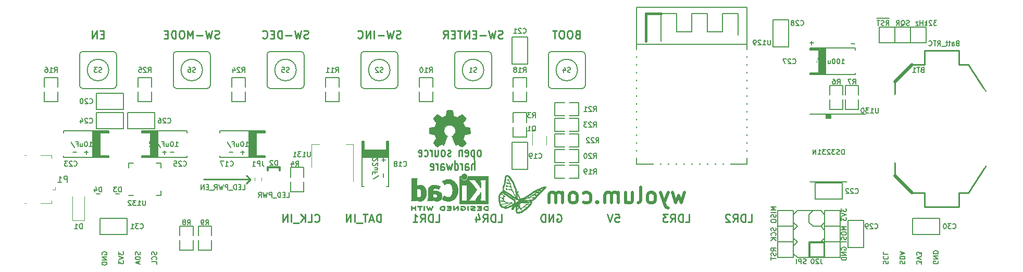
<source format=gbo>
G04 #@! TF.GenerationSoftware,KiCad,Pcbnew,no-vcs-found-67ccf76~61~ubuntu16.04.1*
G04 #@! TF.CreationDate,2018-03-11T14:56:02+05:30*
G04 #@! TF.ProjectId,k3jr_controller,6B336A725F636F6E74726F6C6C65722E,rev 1*
G04 #@! TF.SameCoordinates,Original*
G04 #@! TF.FileFunction,Legend,Bot*
G04 #@! TF.FilePolarity,Positive*
%FSLAX46Y46*%
G04 Gerber Fmt 4.6, Leading zero omitted, Abs format (unit mm)*
G04 Created by KiCad (PCBNEW no-vcs-found-67ccf76~61~ubuntu16.04.1) date Sun Mar 11 14:56:02 2018*
%MOMM*%
%LPD*%
G01*
G04 APERTURE LIST*
%ADD10C,0.254000*%
%ADD11C,0.508000*%
%ADD12C,0.150000*%
%ADD13C,0.120000*%
%ADD14C,0.127000*%
%ADD15C,0.152400*%
%ADD16C,0.200000*%
%ADD17C,0.400000*%
%ADD18C,0.300000*%
%ADD19C,0.002540*%
%ADD20C,0.010000*%
%ADD21R,1.900000X1.500000*%
%ADD22C,1.450000*%
%ADD23R,1.350000X0.400000*%
%ADD24O,1.900000X1.200000*%
%ADD25R,1.900000X1.200000*%
%ADD26C,0.800000*%
%ADD27C,6.400000*%
%ADD28R,2.100000X1.400000*%
%ADD29C,5.200000*%
%ADD30R,3.048000X3.048000*%
%ADD31O,0.850000X0.300000*%
%ADD32O,0.300000X0.850000*%
%ADD33R,1.675000X1.675000*%
%ADD34R,1.498600X1.300480*%
%ADD35R,1.350000X1.550000*%
%ADD36C,3.200000*%
%ADD37R,0.500000X0.250000*%
%ADD38R,1.500000X2.000000*%
%ADD39R,3.800000X2.000000*%
%ADD40R,1.300480X1.498600*%
%ADD41R,0.400000X0.650000*%
%ADD42R,1.550000X1.350000*%
%ADD43C,1.600000*%
%ADD44R,5.080000X2.794000*%
%ADD45C,18.796000*%
%ADD46R,1.998980X0.599440*%
%ADD47C,1.524000*%
%ADD48R,1.524000X1.524000*%
%ADD49C,1.800000*%
%ADD50R,1.200000X0.900000*%
%ADD51R,0.600000X0.400000*%
%ADD52O,1.000000X2.000000*%
%ADD53O,2.000000X1.000000*%
%ADD54R,4.000000X4.000000*%
%ADD55R,2.000000X1.000000*%
%ADD56R,1.000000X2.000000*%
%ADD57R,1.198880X1.198880*%
G04 APERTURE END LIST*
D10*
X124089885Y-75949628D02*
X124089885Y-74425628D01*
X123600028Y-75949628D02*
X123600028Y-75151342D01*
X123654457Y-75006200D01*
X123763314Y-74933628D01*
X123926600Y-74933628D01*
X124035457Y-75006200D01*
X124089885Y-75078771D01*
X122565885Y-75949628D02*
X122565885Y-75151342D01*
X122620314Y-75006200D01*
X122729171Y-74933628D01*
X122946885Y-74933628D01*
X123055742Y-75006200D01*
X122565885Y-75877057D02*
X122674742Y-75949628D01*
X122946885Y-75949628D01*
X123055742Y-75877057D01*
X123110171Y-75731914D01*
X123110171Y-75586771D01*
X123055742Y-75441628D01*
X122946885Y-75369057D01*
X122674742Y-75369057D01*
X122565885Y-75296485D01*
X122021600Y-75949628D02*
X122021600Y-74933628D01*
X122021600Y-75223914D02*
X121967171Y-75078771D01*
X121912742Y-75006200D01*
X121803885Y-74933628D01*
X121695028Y-74933628D01*
X120824171Y-75949628D02*
X120824171Y-74425628D01*
X120824171Y-75877057D02*
X120933028Y-75949628D01*
X121150742Y-75949628D01*
X121259600Y-75877057D01*
X121314028Y-75804485D01*
X121368457Y-75659342D01*
X121368457Y-75223914D01*
X121314028Y-75078771D01*
X121259600Y-75006200D01*
X121150742Y-74933628D01*
X120933028Y-74933628D01*
X120824171Y-75006200D01*
X120388742Y-74933628D02*
X120171028Y-75949628D01*
X119953314Y-75223914D01*
X119735600Y-75949628D01*
X119517885Y-74933628D01*
X118592600Y-75949628D02*
X118592600Y-75151342D01*
X118647028Y-75006200D01*
X118755885Y-74933628D01*
X118973600Y-74933628D01*
X119082457Y-75006200D01*
X118592600Y-75877057D02*
X118701457Y-75949628D01*
X118973600Y-75949628D01*
X119082457Y-75877057D01*
X119136885Y-75731914D01*
X119136885Y-75586771D01*
X119082457Y-75441628D01*
X118973600Y-75369057D01*
X118701457Y-75369057D01*
X118592600Y-75296485D01*
X118048314Y-75949628D02*
X118048314Y-74933628D01*
X118048314Y-75223914D02*
X117993885Y-75078771D01*
X117939457Y-75006200D01*
X117830600Y-74933628D01*
X117721742Y-74933628D01*
X116905314Y-75877057D02*
X117014171Y-75949628D01*
X117231885Y-75949628D01*
X117340742Y-75877057D01*
X117395171Y-75731914D01*
X117395171Y-75151342D01*
X117340742Y-75006200D01*
X117231885Y-74933628D01*
X117014171Y-74933628D01*
X116905314Y-75006200D01*
X116850885Y-75151342D01*
X116850885Y-75296485D01*
X117395171Y-75441628D01*
X124886357Y-73714428D02*
X124995214Y-73641857D01*
X125049642Y-73569285D01*
X125104071Y-73424142D01*
X125104071Y-72988714D01*
X125049642Y-72843571D01*
X124995214Y-72771000D01*
X124886357Y-72698428D01*
X124723071Y-72698428D01*
X124614214Y-72771000D01*
X124559785Y-72843571D01*
X124505357Y-72988714D01*
X124505357Y-73424142D01*
X124559785Y-73569285D01*
X124614214Y-73641857D01*
X124723071Y-73714428D01*
X124886357Y-73714428D01*
X124015500Y-72698428D02*
X124015500Y-74222428D01*
X124015500Y-72771000D02*
X123906642Y-72698428D01*
X123688928Y-72698428D01*
X123580071Y-72771000D01*
X123525642Y-72843571D01*
X123471214Y-72988714D01*
X123471214Y-73424142D01*
X123525642Y-73569285D01*
X123580071Y-73641857D01*
X123688928Y-73714428D01*
X123906642Y-73714428D01*
X124015500Y-73641857D01*
X122545928Y-73641857D02*
X122654785Y-73714428D01*
X122872500Y-73714428D01*
X122981357Y-73641857D01*
X123035785Y-73496714D01*
X123035785Y-72916142D01*
X122981357Y-72771000D01*
X122872500Y-72698428D01*
X122654785Y-72698428D01*
X122545928Y-72771000D01*
X122491500Y-72916142D01*
X122491500Y-73061285D01*
X123035785Y-73206428D01*
X122001642Y-72698428D02*
X122001642Y-73714428D01*
X122001642Y-72843571D02*
X121947214Y-72771000D01*
X121838357Y-72698428D01*
X121675071Y-72698428D01*
X121566214Y-72771000D01*
X121511785Y-72916142D01*
X121511785Y-73714428D01*
X120151071Y-73641857D02*
X120042214Y-73714428D01*
X119824500Y-73714428D01*
X119715642Y-73641857D01*
X119661214Y-73496714D01*
X119661214Y-73424142D01*
X119715642Y-73279000D01*
X119824500Y-73206428D01*
X119987785Y-73206428D01*
X120096642Y-73133857D01*
X120151071Y-72988714D01*
X120151071Y-72916142D01*
X120096642Y-72771000D01*
X119987785Y-72698428D01*
X119824500Y-72698428D01*
X119715642Y-72771000D01*
X119008071Y-73714428D02*
X119116928Y-73641857D01*
X119171357Y-73569285D01*
X119225785Y-73424142D01*
X119225785Y-72988714D01*
X119171357Y-72843571D01*
X119116928Y-72771000D01*
X119008071Y-72698428D01*
X118844785Y-72698428D01*
X118735928Y-72771000D01*
X118681500Y-72843571D01*
X118627071Y-72988714D01*
X118627071Y-73424142D01*
X118681500Y-73569285D01*
X118735928Y-73641857D01*
X118844785Y-73714428D01*
X119008071Y-73714428D01*
X117647357Y-72698428D02*
X117647357Y-73714428D01*
X118137214Y-72698428D02*
X118137214Y-73496714D01*
X118082785Y-73641857D01*
X117973928Y-73714428D01*
X117810642Y-73714428D01*
X117701785Y-73641857D01*
X117647357Y-73569285D01*
X117103071Y-73714428D02*
X117103071Y-72698428D01*
X117103071Y-72988714D02*
X117048642Y-72843571D01*
X116994214Y-72771000D01*
X116885357Y-72698428D01*
X116776500Y-72698428D01*
X115905642Y-73641857D02*
X116014500Y-73714428D01*
X116232214Y-73714428D01*
X116341071Y-73641857D01*
X116395500Y-73569285D01*
X116449928Y-73424142D01*
X116449928Y-72988714D01*
X116395500Y-72843571D01*
X116341071Y-72771000D01*
X116232214Y-72698428D01*
X116014500Y-72698428D01*
X115905642Y-72771000D01*
X114980357Y-73641857D02*
X115089214Y-73714428D01*
X115306928Y-73714428D01*
X115415785Y-73641857D01*
X115470214Y-73496714D01*
X115470214Y-72916142D01*
X115415785Y-72771000D01*
X115306928Y-72698428D01*
X115089214Y-72698428D01*
X114980357Y-72771000D01*
X114925928Y-72916142D01*
X114925928Y-73061285D01*
X115470214Y-73206428D01*
D11*
X158193619Y-79592714D02*
X157709809Y-81286047D01*
X157226000Y-80076523D01*
X156742190Y-81286047D01*
X156258380Y-79592714D01*
X155532666Y-79592714D02*
X154927904Y-81286047D01*
X154323142Y-79592714D02*
X154927904Y-81286047D01*
X155169809Y-81890809D01*
X155290761Y-82011761D01*
X155532666Y-82132714D01*
X152992666Y-81286047D02*
X153234571Y-81165095D01*
X153355523Y-81044142D01*
X153476476Y-80802238D01*
X153476476Y-80076523D01*
X153355523Y-79834619D01*
X153234571Y-79713666D01*
X152992666Y-79592714D01*
X152629809Y-79592714D01*
X152387904Y-79713666D01*
X152266952Y-79834619D01*
X152146000Y-80076523D01*
X152146000Y-80802238D01*
X152266952Y-81044142D01*
X152387904Y-81165095D01*
X152629809Y-81286047D01*
X152992666Y-81286047D01*
X150694571Y-81286047D02*
X150936476Y-81165095D01*
X151057428Y-80923190D01*
X151057428Y-78746047D01*
X148638380Y-79592714D02*
X148638380Y-81286047D01*
X149726952Y-79592714D02*
X149726952Y-80923190D01*
X149606000Y-81165095D01*
X149364095Y-81286047D01*
X149001238Y-81286047D01*
X148759333Y-81165095D01*
X148638380Y-81044142D01*
X147428857Y-81286047D02*
X147428857Y-79592714D01*
X147428857Y-79834619D02*
X147307904Y-79713666D01*
X147066000Y-79592714D01*
X146703142Y-79592714D01*
X146461238Y-79713666D01*
X146340285Y-79955571D01*
X146340285Y-81286047D01*
X146340285Y-79955571D02*
X146219333Y-79713666D01*
X145977428Y-79592714D01*
X145614571Y-79592714D01*
X145372666Y-79713666D01*
X145251714Y-79955571D01*
X145251714Y-81286047D01*
X144042190Y-81044142D02*
X143921238Y-81165095D01*
X144042190Y-81286047D01*
X144163142Y-81165095D01*
X144042190Y-81044142D01*
X144042190Y-81286047D01*
X141744095Y-81165095D02*
X141986000Y-81286047D01*
X142469809Y-81286047D01*
X142711714Y-81165095D01*
X142832666Y-81044142D01*
X142953619Y-80802238D01*
X142953619Y-80076523D01*
X142832666Y-79834619D01*
X142711714Y-79713666D01*
X142469809Y-79592714D01*
X141986000Y-79592714D01*
X141744095Y-79713666D01*
X140292666Y-81286047D02*
X140534571Y-81165095D01*
X140655523Y-81044142D01*
X140776476Y-80802238D01*
X140776476Y-80076523D01*
X140655523Y-79834619D01*
X140534571Y-79713666D01*
X140292666Y-79592714D01*
X139929809Y-79592714D01*
X139687904Y-79713666D01*
X139566952Y-79834619D01*
X139446000Y-80076523D01*
X139446000Y-80802238D01*
X139566952Y-81044142D01*
X139687904Y-81165095D01*
X139929809Y-81286047D01*
X140292666Y-81286047D01*
X138357428Y-81286047D02*
X138357428Y-79592714D01*
X138357428Y-79834619D02*
X138236476Y-79713666D01*
X137994571Y-79592714D01*
X137631714Y-79592714D01*
X137389809Y-79713666D01*
X137268857Y-79955571D01*
X137268857Y-81286047D01*
X137268857Y-79955571D02*
X137147904Y-79713666D01*
X136906000Y-79592714D01*
X136543142Y-79592714D01*
X136301238Y-79713666D01*
X136180285Y-79955571D01*
X136180285Y-81286047D01*
D10*
X98092380Y-84273571D02*
X98152857Y-84334047D01*
X98334285Y-84394523D01*
X98455238Y-84394523D01*
X98636666Y-84334047D01*
X98757619Y-84213095D01*
X98818095Y-84092142D01*
X98878571Y-83850238D01*
X98878571Y-83668809D01*
X98818095Y-83426904D01*
X98757619Y-83305952D01*
X98636666Y-83185000D01*
X98455238Y-83124523D01*
X98334285Y-83124523D01*
X98152857Y-83185000D01*
X98092380Y-83245476D01*
X96943333Y-84394523D02*
X97548095Y-84394523D01*
X97548095Y-83124523D01*
X96520000Y-84394523D02*
X96520000Y-83124523D01*
X95794285Y-84394523D02*
X96338571Y-83668809D01*
X95794285Y-83124523D02*
X96520000Y-83850238D01*
X95552380Y-84515476D02*
X94584761Y-84515476D01*
X94282380Y-84394523D02*
X94282380Y-83124523D01*
X93677619Y-84394523D02*
X93677619Y-83124523D01*
X92951904Y-84394523D01*
X92951904Y-83124523D01*
X108857142Y-84394523D02*
X108857142Y-83124523D01*
X108554761Y-83124523D01*
X108373333Y-83185000D01*
X108252380Y-83305952D01*
X108191904Y-83426904D01*
X108131428Y-83668809D01*
X108131428Y-83850238D01*
X108191904Y-84092142D01*
X108252380Y-84213095D01*
X108373333Y-84334047D01*
X108554761Y-84394523D01*
X108857142Y-84394523D01*
X107647619Y-84031666D02*
X107042857Y-84031666D01*
X107768571Y-84394523D02*
X107345238Y-83124523D01*
X106921904Y-84394523D01*
X106680000Y-83124523D02*
X105954285Y-83124523D01*
X106317142Y-84394523D02*
X106317142Y-83124523D01*
X105833333Y-84515476D02*
X104865714Y-84515476D01*
X104563333Y-84394523D02*
X104563333Y-83124523D01*
X103958571Y-84394523D02*
X103958571Y-83124523D01*
X103232857Y-84394523D01*
X103232857Y-83124523D01*
X117686666Y-84394523D02*
X118291428Y-84394523D01*
X118291428Y-83124523D01*
X117263333Y-84394523D02*
X117263333Y-83124523D01*
X116960952Y-83124523D01*
X116779523Y-83185000D01*
X116658571Y-83305952D01*
X116598095Y-83426904D01*
X116537619Y-83668809D01*
X116537619Y-83850238D01*
X116598095Y-84092142D01*
X116658571Y-84213095D01*
X116779523Y-84334047D01*
X116960952Y-84394523D01*
X117263333Y-84394523D01*
X115267619Y-84394523D02*
X115690952Y-83789761D01*
X115993333Y-84394523D02*
X115993333Y-83124523D01*
X115509523Y-83124523D01*
X115388571Y-83185000D01*
X115328095Y-83245476D01*
X115267619Y-83366428D01*
X115267619Y-83547857D01*
X115328095Y-83668809D01*
X115388571Y-83729285D01*
X115509523Y-83789761D01*
X115993333Y-83789761D01*
X114058095Y-84394523D02*
X114783809Y-84394523D01*
X114420952Y-84394523D02*
X114420952Y-83124523D01*
X114541904Y-83305952D01*
X114662857Y-83426904D01*
X114783809Y-83487380D01*
X127846666Y-84394523D02*
X128451428Y-84394523D01*
X128451428Y-83124523D01*
X127423333Y-84394523D02*
X127423333Y-83124523D01*
X127120952Y-83124523D01*
X126939523Y-83185000D01*
X126818571Y-83305952D01*
X126758095Y-83426904D01*
X126697619Y-83668809D01*
X126697619Y-83850238D01*
X126758095Y-84092142D01*
X126818571Y-84213095D01*
X126939523Y-84334047D01*
X127120952Y-84394523D01*
X127423333Y-84394523D01*
X125427619Y-84394523D02*
X125850952Y-83789761D01*
X126153333Y-84394523D02*
X126153333Y-83124523D01*
X125669523Y-83124523D01*
X125548571Y-83185000D01*
X125488095Y-83245476D01*
X125427619Y-83366428D01*
X125427619Y-83547857D01*
X125488095Y-83668809D01*
X125548571Y-83729285D01*
X125669523Y-83789761D01*
X126153333Y-83789761D01*
X124339047Y-83547857D02*
X124339047Y-84394523D01*
X124641428Y-83064047D02*
X124943809Y-83971190D01*
X124157619Y-83971190D01*
X137492619Y-83185000D02*
X137613571Y-83124523D01*
X137795000Y-83124523D01*
X137976428Y-83185000D01*
X138097380Y-83305952D01*
X138157857Y-83426904D01*
X138218333Y-83668809D01*
X138218333Y-83850238D01*
X138157857Y-84092142D01*
X138097380Y-84213095D01*
X137976428Y-84334047D01*
X137795000Y-84394523D01*
X137674047Y-84394523D01*
X137492619Y-84334047D01*
X137432142Y-84273571D01*
X137432142Y-83850238D01*
X137674047Y-83850238D01*
X136887857Y-84394523D02*
X136887857Y-83124523D01*
X136162142Y-84394523D01*
X136162142Y-83124523D01*
X135557380Y-84394523D02*
X135557380Y-83124523D01*
X135255000Y-83124523D01*
X135073571Y-83185000D01*
X134952619Y-83305952D01*
X134892142Y-83426904D01*
X134831666Y-83668809D01*
X134831666Y-83850238D01*
X134892142Y-84092142D01*
X134952619Y-84213095D01*
X135073571Y-84334047D01*
X135255000Y-84394523D01*
X135557380Y-84394523D01*
X146926904Y-83124523D02*
X147531666Y-83124523D01*
X147592142Y-83729285D01*
X147531666Y-83668809D01*
X147410714Y-83608333D01*
X147108333Y-83608333D01*
X146987380Y-83668809D01*
X146926904Y-83729285D01*
X146866428Y-83850238D01*
X146866428Y-84152619D01*
X146926904Y-84273571D01*
X146987380Y-84334047D01*
X147108333Y-84394523D01*
X147410714Y-84394523D01*
X147531666Y-84334047D01*
X147592142Y-84273571D01*
X146503571Y-83124523D02*
X146080238Y-84394523D01*
X145656904Y-83124523D01*
X158326666Y-84394523D02*
X158931428Y-84394523D01*
X158931428Y-83124523D01*
X157903333Y-84394523D02*
X157903333Y-83124523D01*
X157600952Y-83124523D01*
X157419523Y-83185000D01*
X157298571Y-83305952D01*
X157238095Y-83426904D01*
X157177619Y-83668809D01*
X157177619Y-83850238D01*
X157238095Y-84092142D01*
X157298571Y-84213095D01*
X157419523Y-84334047D01*
X157600952Y-84394523D01*
X157903333Y-84394523D01*
X155907619Y-84394523D02*
X156330952Y-83789761D01*
X156633333Y-84394523D02*
X156633333Y-83124523D01*
X156149523Y-83124523D01*
X156028571Y-83185000D01*
X155968095Y-83245476D01*
X155907619Y-83366428D01*
X155907619Y-83547857D01*
X155968095Y-83668809D01*
X156028571Y-83729285D01*
X156149523Y-83789761D01*
X156633333Y-83789761D01*
X155484285Y-83124523D02*
X154698095Y-83124523D01*
X155121428Y-83608333D01*
X154940000Y-83608333D01*
X154819047Y-83668809D01*
X154758571Y-83729285D01*
X154698095Y-83850238D01*
X154698095Y-84152619D01*
X154758571Y-84273571D01*
X154819047Y-84334047D01*
X154940000Y-84394523D01*
X155302857Y-84394523D01*
X155423809Y-84334047D01*
X155484285Y-84273571D01*
X168486666Y-84394523D02*
X169091428Y-84394523D01*
X169091428Y-83124523D01*
X168063333Y-84394523D02*
X168063333Y-83124523D01*
X167760952Y-83124523D01*
X167579523Y-83185000D01*
X167458571Y-83305952D01*
X167398095Y-83426904D01*
X167337619Y-83668809D01*
X167337619Y-83850238D01*
X167398095Y-84092142D01*
X167458571Y-84213095D01*
X167579523Y-84334047D01*
X167760952Y-84394523D01*
X168063333Y-84394523D01*
X166067619Y-84394523D02*
X166490952Y-83789761D01*
X166793333Y-84394523D02*
X166793333Y-83124523D01*
X166309523Y-83124523D01*
X166188571Y-83185000D01*
X166128095Y-83245476D01*
X166067619Y-83366428D01*
X166067619Y-83547857D01*
X166128095Y-83668809D01*
X166188571Y-83729285D01*
X166309523Y-83789761D01*
X166793333Y-83789761D01*
X165583809Y-83245476D02*
X165523333Y-83185000D01*
X165402380Y-83124523D01*
X165100000Y-83124523D01*
X164979047Y-83185000D01*
X164918571Y-83245476D01*
X164858095Y-83366428D01*
X164858095Y-83487380D01*
X164918571Y-83668809D01*
X165644285Y-84394523D01*
X164858095Y-84394523D01*
X80010000Y-77470000D02*
X87630000Y-77470000D01*
X87630000Y-77470000D02*
X86995000Y-78105000D01*
X87630000Y-77470000D02*
X86995000Y-76835000D01*
D12*
X199395000Y-90732976D02*
X199433095Y-90809166D01*
X199433095Y-90923452D01*
X199395000Y-91037738D01*
X199318809Y-91113928D01*
X199242619Y-91152023D01*
X199090238Y-91190119D01*
X198975952Y-91190119D01*
X198823571Y-91152023D01*
X198747380Y-91113928D01*
X198671190Y-91037738D01*
X198633095Y-90923452D01*
X198633095Y-90847261D01*
X198671190Y-90732976D01*
X198709285Y-90694880D01*
X198975952Y-90694880D01*
X198975952Y-90847261D01*
X198633095Y-90352023D02*
X199433095Y-90352023D01*
X198633095Y-89894880D01*
X199433095Y-89894880D01*
X198633095Y-89513928D02*
X199433095Y-89513928D01*
X199433095Y-89323452D01*
X199395000Y-89209166D01*
X199318809Y-89132976D01*
X199242619Y-89094880D01*
X199090238Y-89056785D01*
X198975952Y-89056785D01*
X198823571Y-89094880D01*
X198747380Y-89132976D01*
X198671190Y-89209166D01*
X198633095Y-89323452D01*
X198633095Y-89513928D01*
X196733095Y-91228214D02*
X196733095Y-90732976D01*
X196428333Y-90999642D01*
X196428333Y-90885357D01*
X196390238Y-90809166D01*
X196352142Y-90771071D01*
X196275952Y-90732976D01*
X196085476Y-90732976D01*
X196009285Y-90771071D01*
X195971190Y-90809166D01*
X195933095Y-90885357D01*
X195933095Y-91113928D01*
X195971190Y-91190119D01*
X196009285Y-91228214D01*
X196733095Y-90504404D02*
X195933095Y-90237738D01*
X196733095Y-89971071D01*
X196733095Y-89780595D02*
X196733095Y-89285357D01*
X196428333Y-89552023D01*
X196428333Y-89437738D01*
X196390238Y-89361547D01*
X196352142Y-89323452D01*
X196275952Y-89285357D01*
X196085476Y-89285357D01*
X196009285Y-89323452D01*
X195971190Y-89361547D01*
X195933095Y-89437738D01*
X195933095Y-89666309D01*
X195971190Y-89742500D01*
X196009285Y-89780595D01*
X193271190Y-91190119D02*
X193233095Y-91075833D01*
X193233095Y-90885357D01*
X193271190Y-90809166D01*
X193309285Y-90771071D01*
X193385476Y-90732976D01*
X193461666Y-90732976D01*
X193537857Y-90771071D01*
X193575952Y-90809166D01*
X193614047Y-90885357D01*
X193652142Y-91037738D01*
X193690238Y-91113928D01*
X193728333Y-91152023D01*
X193804523Y-91190119D01*
X193880714Y-91190119D01*
X193956904Y-91152023D01*
X193995000Y-91113928D01*
X194033095Y-91037738D01*
X194033095Y-90847261D01*
X193995000Y-90732976D01*
X193233095Y-90390119D02*
X194033095Y-90390119D01*
X194033095Y-90199642D01*
X193995000Y-90085357D01*
X193918809Y-90009166D01*
X193842619Y-89971071D01*
X193690238Y-89932976D01*
X193575952Y-89932976D01*
X193423571Y-89971071D01*
X193347380Y-90009166D01*
X193271190Y-90085357D01*
X193233095Y-90199642D01*
X193233095Y-90390119D01*
X193461666Y-89628214D02*
X193461666Y-89247261D01*
X193233095Y-89704404D02*
X194033095Y-89437738D01*
X193233095Y-89171071D01*
X190571190Y-91190119D02*
X190533095Y-91075833D01*
X190533095Y-90885357D01*
X190571190Y-90809166D01*
X190609285Y-90771071D01*
X190685476Y-90732976D01*
X190761666Y-90732976D01*
X190837857Y-90771071D01*
X190875952Y-90809166D01*
X190914047Y-90885357D01*
X190952142Y-91037738D01*
X190990238Y-91113928D01*
X191028333Y-91152023D01*
X191104523Y-91190119D01*
X191180714Y-91190119D01*
X191256904Y-91152023D01*
X191295000Y-91113928D01*
X191333095Y-91037738D01*
X191333095Y-90847261D01*
X191295000Y-90732976D01*
X190609285Y-89932976D02*
X190571190Y-89971071D01*
X190533095Y-90085357D01*
X190533095Y-90161547D01*
X190571190Y-90275833D01*
X190647380Y-90352023D01*
X190723571Y-90390119D01*
X190875952Y-90428214D01*
X190990238Y-90428214D01*
X191142619Y-90390119D01*
X191218809Y-90352023D01*
X191295000Y-90275833D01*
X191333095Y-90161547D01*
X191333095Y-90085357D01*
X191295000Y-89971071D01*
X191256904Y-89932976D01*
X190533095Y-89209166D02*
X190533095Y-89590119D01*
X191333095Y-89590119D01*
X63550000Y-89707023D02*
X63511904Y-89630833D01*
X63511904Y-89516547D01*
X63550000Y-89402261D01*
X63626190Y-89326071D01*
X63702380Y-89287976D01*
X63854761Y-89249880D01*
X63969047Y-89249880D01*
X64121428Y-89287976D01*
X64197619Y-89326071D01*
X64273809Y-89402261D01*
X64311904Y-89516547D01*
X64311904Y-89592738D01*
X64273809Y-89707023D01*
X64235714Y-89745119D01*
X63969047Y-89745119D01*
X63969047Y-89592738D01*
X64311904Y-90087976D02*
X63511904Y-90087976D01*
X64311904Y-90545119D01*
X63511904Y-90545119D01*
X64311904Y-90926071D02*
X63511904Y-90926071D01*
X63511904Y-91116547D01*
X63550000Y-91230833D01*
X63626190Y-91307023D01*
X63702380Y-91345119D01*
X63854761Y-91383214D01*
X63969047Y-91383214D01*
X64121428Y-91345119D01*
X64197619Y-91307023D01*
X64273809Y-91230833D01*
X64311904Y-91116547D01*
X64311904Y-90926071D01*
X66211904Y-89211785D02*
X66211904Y-89707023D01*
X66516666Y-89440357D01*
X66516666Y-89554642D01*
X66554761Y-89630833D01*
X66592857Y-89668928D01*
X66669047Y-89707023D01*
X66859523Y-89707023D01*
X66935714Y-89668928D01*
X66973809Y-89630833D01*
X67011904Y-89554642D01*
X67011904Y-89326071D01*
X66973809Y-89249880D01*
X66935714Y-89211785D01*
X66211904Y-89935595D02*
X67011904Y-90202261D01*
X66211904Y-90468928D01*
X66211904Y-90659404D02*
X66211904Y-91154642D01*
X66516666Y-90887976D01*
X66516666Y-91002261D01*
X66554761Y-91078452D01*
X66592857Y-91116547D01*
X66669047Y-91154642D01*
X66859523Y-91154642D01*
X66935714Y-91116547D01*
X66973809Y-91078452D01*
X67011904Y-91002261D01*
X67011904Y-90773690D01*
X66973809Y-90697500D01*
X66935714Y-90659404D01*
X69673809Y-89249880D02*
X69711904Y-89364166D01*
X69711904Y-89554642D01*
X69673809Y-89630833D01*
X69635714Y-89668928D01*
X69559523Y-89707023D01*
X69483333Y-89707023D01*
X69407142Y-89668928D01*
X69369047Y-89630833D01*
X69330952Y-89554642D01*
X69292857Y-89402261D01*
X69254761Y-89326071D01*
X69216666Y-89287976D01*
X69140476Y-89249880D01*
X69064285Y-89249880D01*
X68988095Y-89287976D01*
X68950000Y-89326071D01*
X68911904Y-89402261D01*
X68911904Y-89592738D01*
X68950000Y-89707023D01*
X69711904Y-90049880D02*
X68911904Y-90049880D01*
X68911904Y-90240357D01*
X68950000Y-90354642D01*
X69026190Y-90430833D01*
X69102380Y-90468928D01*
X69254761Y-90507023D01*
X69369047Y-90507023D01*
X69521428Y-90468928D01*
X69597619Y-90430833D01*
X69673809Y-90354642D01*
X69711904Y-90240357D01*
X69711904Y-90049880D01*
X69483333Y-90811785D02*
X69483333Y-91192738D01*
X69711904Y-90735595D02*
X68911904Y-91002261D01*
X69711904Y-91268928D01*
X72373809Y-89249880D02*
X72411904Y-89364166D01*
X72411904Y-89554642D01*
X72373809Y-89630833D01*
X72335714Y-89668928D01*
X72259523Y-89707023D01*
X72183333Y-89707023D01*
X72107142Y-89668928D01*
X72069047Y-89630833D01*
X72030952Y-89554642D01*
X71992857Y-89402261D01*
X71954761Y-89326071D01*
X71916666Y-89287976D01*
X71840476Y-89249880D01*
X71764285Y-89249880D01*
X71688095Y-89287976D01*
X71650000Y-89326071D01*
X71611904Y-89402261D01*
X71611904Y-89592738D01*
X71650000Y-89707023D01*
X72335714Y-90507023D02*
X72373809Y-90468928D01*
X72411904Y-90354642D01*
X72411904Y-90278452D01*
X72373809Y-90164166D01*
X72297619Y-90087976D01*
X72221428Y-90049880D01*
X72069047Y-90011785D01*
X71954761Y-90011785D01*
X71802380Y-90049880D01*
X71726190Y-90087976D01*
X71650000Y-90164166D01*
X71611904Y-90278452D01*
X71611904Y-90354642D01*
X71650000Y-90468928D01*
X71688095Y-90507023D01*
X72411904Y-91230833D02*
X72411904Y-90849880D01*
X71611904Y-90849880D01*
D13*
X55355000Y-81370000D02*
X55355000Y-80920000D01*
X53505000Y-81370000D02*
X55355000Y-81370000D01*
X50955000Y-73570000D02*
X51205000Y-73570000D01*
X50955000Y-81370000D02*
X51205000Y-81370000D01*
X53505000Y-73570000D02*
X55355000Y-73570000D01*
X55355000Y-73570000D02*
X55355000Y-74020000D01*
X55905000Y-79170000D02*
X55905000Y-78720000D01*
X55905000Y-79170000D02*
X55455000Y-79170000D01*
D12*
X79855000Y-59690000D02*
G75*
G03X79855000Y-59690000I-1750000J0D01*
G01*
X75605000Y-62690000D02*
G75*
G02X75105000Y-62190000I0J500000D01*
G01*
X81105000Y-62190000D02*
G75*
G02X80605000Y-62690000I-500000J0D01*
G01*
X80605000Y-56690000D02*
G75*
G02X81105000Y-57190000I0J-500000D01*
G01*
X75105000Y-57190000D02*
G75*
G02X75605000Y-56690000I500000J0D01*
G01*
X80605000Y-56690000D02*
X75605000Y-56690000D01*
X81105000Y-62190000D02*
X81105000Y-57190000D01*
X75605000Y-62690000D02*
X80605000Y-62690000D01*
X75105000Y-57190000D02*
X75105000Y-62190000D01*
D14*
X178562000Y-56134000D02*
X178562000Y-56451500D01*
X185928000Y-56134000D02*
X178562000Y-56134000D01*
X185928000Y-60452000D02*
X185928000Y-60134500D01*
X178562000Y-60452000D02*
X185928000Y-60452000D01*
X178562000Y-60134500D02*
X178562000Y-60452000D01*
X185928000Y-56451500D02*
X185928000Y-56134000D01*
X180022500Y-60134500D02*
X178562000Y-60134500D01*
X180022500Y-56451500D02*
X180022500Y-60134500D01*
X178562000Y-56451500D02*
X180022500Y-56451500D01*
X180149500Y-56324500D02*
X178625500Y-56324500D01*
X180149500Y-60261500D02*
X180149500Y-56324500D01*
X178562000Y-60261500D02*
X180149500Y-60261500D01*
X180276500Y-60388500D02*
X178625500Y-60388500D01*
X180276500Y-56197500D02*
X180276500Y-60388500D01*
X178625500Y-56197500D02*
X180276500Y-56197500D01*
X180403500Y-56197500D02*
X180403500Y-60388500D01*
X180530500Y-60388500D02*
X180530500Y-56197500D01*
X180657500Y-56197500D02*
X180657500Y-60388500D01*
X180784500Y-60388500D02*
X180784500Y-56197500D01*
X180911500Y-56197500D02*
X180911500Y-60388500D01*
X181038500Y-56197500D02*
X181038500Y-60388500D01*
X181165500Y-56197500D02*
X181165500Y-60388500D01*
D12*
X73110000Y-80095000D02*
X73110000Y-79345000D01*
X67860000Y-74845000D02*
X67860000Y-75595000D01*
X73110000Y-74845000D02*
X73110000Y-75595000D01*
X67860000Y-80095000D02*
X68610000Y-80095000D01*
X67860000Y-74845000D02*
X68610000Y-74845000D01*
X73110000Y-74845000D02*
X72360000Y-74845000D01*
X73110000Y-80095000D02*
X72360000Y-80095000D01*
D15*
X69405500Y-62484000D02*
X69405500Y-60896500D01*
X69405500Y-60896500D02*
X71564500Y-60896500D01*
X71564500Y-60896500D02*
X71564500Y-62484000D01*
X71564500Y-63246000D02*
X71564500Y-64770000D01*
X71564500Y-64770000D02*
X71564500Y-64833500D01*
X71564500Y-64833500D02*
X69405500Y-64833500D01*
X69405500Y-64833500D02*
X69405500Y-63246000D01*
X84645500Y-62484000D02*
X84645500Y-60896500D01*
X84645500Y-60896500D02*
X86804500Y-60896500D01*
X86804500Y-60896500D02*
X86804500Y-62484000D01*
X86804500Y-63246000D02*
X86804500Y-64770000D01*
X86804500Y-64770000D02*
X86804500Y-64833500D01*
X86804500Y-64833500D02*
X84645500Y-64833500D01*
X84645500Y-64833500D02*
X84645500Y-63246000D01*
D12*
X63205000Y-83790000D02*
X63205000Y-86390000D01*
X67605000Y-83790000D02*
X63205000Y-83790000D01*
X67605000Y-86390000D02*
X67605000Y-83790000D01*
X63205000Y-86390000D02*
X67605000Y-86390000D01*
X140815000Y-59690000D02*
G75*
G03X140815000Y-59690000I-1750000J0D01*
G01*
X141565000Y-56690000D02*
G75*
G02X142065000Y-57190000I0J-500000D01*
G01*
X136065000Y-57190000D02*
G75*
G02X136565000Y-56690000I500000J0D01*
G01*
X136565000Y-62690000D02*
G75*
G02X136065000Y-62190000I0J500000D01*
G01*
X142065000Y-62190000D02*
G75*
G02X141565000Y-62690000I-500000J0D01*
G01*
X136565000Y-62690000D02*
X141565000Y-62690000D01*
X136065000Y-57190000D02*
X136065000Y-62190000D01*
X141565000Y-56690000D02*
X136565000Y-56690000D01*
X142065000Y-62190000D02*
X142065000Y-57190000D01*
X66340000Y-79791000D02*
X65740000Y-79791000D01*
D14*
X110109000Y-71247000D02*
X109791500Y-71247000D01*
X110109000Y-78613000D02*
X110109000Y-71247000D01*
X105791000Y-78613000D02*
X106108500Y-78613000D01*
X105791000Y-71247000D02*
X105791000Y-78613000D01*
X106108500Y-71247000D02*
X105791000Y-71247000D01*
X109791500Y-78613000D02*
X110109000Y-78613000D01*
X106108500Y-72707500D02*
X106108500Y-71247000D01*
X109791500Y-72707500D02*
X106108500Y-72707500D01*
X109791500Y-71247000D02*
X109791500Y-72707500D01*
X109918500Y-72834500D02*
X109918500Y-71310500D01*
X105981500Y-72834500D02*
X109918500Y-72834500D01*
X105981500Y-71247000D02*
X105981500Y-72834500D01*
X105854500Y-72961500D02*
X105854500Y-71310500D01*
X110045500Y-72961500D02*
X105854500Y-72961500D01*
X110045500Y-71310500D02*
X110045500Y-72961500D01*
X110045500Y-73088500D02*
X105854500Y-73088500D01*
X105854500Y-73215500D02*
X110045500Y-73215500D01*
X110045500Y-73342500D02*
X105854500Y-73342500D01*
X105854500Y-73469500D02*
X110045500Y-73469500D01*
X110045500Y-73596500D02*
X105854500Y-73596500D01*
X110045500Y-73723500D02*
X105854500Y-73723500D01*
X110045500Y-73850500D02*
X105854500Y-73850500D01*
X90043000Y-73914000D02*
X90043000Y-73596500D01*
X82677000Y-73914000D02*
X90043000Y-73914000D01*
X82677000Y-69596000D02*
X82677000Y-69913500D01*
X90043000Y-69596000D02*
X82677000Y-69596000D01*
X90043000Y-69913500D02*
X90043000Y-69596000D01*
X82677000Y-73596500D02*
X82677000Y-73914000D01*
X88582500Y-69913500D02*
X90043000Y-69913500D01*
X88582500Y-73596500D02*
X88582500Y-69913500D01*
X90043000Y-73596500D02*
X88582500Y-73596500D01*
X88455500Y-73723500D02*
X89979500Y-73723500D01*
X88455500Y-69786500D02*
X88455500Y-73723500D01*
X90043000Y-69786500D02*
X88455500Y-69786500D01*
X88328500Y-69659500D02*
X89979500Y-69659500D01*
X88328500Y-73850500D02*
X88328500Y-69659500D01*
X89979500Y-73850500D02*
X88328500Y-73850500D01*
X88201500Y-73850500D02*
X88201500Y-69659500D01*
X88074500Y-69659500D02*
X88074500Y-73850500D01*
X87947500Y-73850500D02*
X87947500Y-69659500D01*
X87820500Y-69659500D02*
X87820500Y-73850500D01*
X87693500Y-73850500D02*
X87693500Y-69659500D01*
X87566500Y-73850500D02*
X87566500Y-69659500D01*
X87439500Y-73850500D02*
X87439500Y-69659500D01*
D12*
X179410000Y-80675000D02*
X183810000Y-80675000D01*
X183810000Y-80675000D02*
X183810000Y-78075000D01*
X183810000Y-78075000D02*
X179410000Y-78075000D01*
X179410000Y-78075000D02*
X179410000Y-80675000D01*
D15*
X99885500Y-62484000D02*
X99885500Y-60896500D01*
X99885500Y-60896500D02*
X102044500Y-60896500D01*
X102044500Y-60896500D02*
X102044500Y-62484000D01*
X102044500Y-63246000D02*
X102044500Y-64770000D01*
X102044500Y-64770000D02*
X102044500Y-64833500D01*
X102044500Y-64833500D02*
X99885500Y-64833500D01*
X99885500Y-64833500D02*
X99885500Y-63246000D01*
X115125500Y-62484000D02*
X115125500Y-60896500D01*
X115125500Y-60896500D02*
X117284500Y-60896500D01*
X117284500Y-60896500D02*
X117284500Y-62484000D01*
X117284500Y-63246000D02*
X117284500Y-64770000D01*
X117284500Y-64770000D02*
X117284500Y-64833500D01*
X117284500Y-64833500D02*
X115125500Y-64833500D01*
X115125500Y-64833500D02*
X115125500Y-63246000D01*
X79170500Y-86619000D02*
X79170500Y-85031500D01*
X79170500Y-85031500D02*
X81329500Y-85031500D01*
X81329500Y-85031500D02*
X81329500Y-86619000D01*
X81329500Y-87381000D02*
X81329500Y-88905000D01*
X81329500Y-88905000D02*
X81329500Y-88968500D01*
X81329500Y-88968500D02*
X79170500Y-88968500D01*
X79170500Y-88968500D02*
X79170500Y-87381000D01*
D13*
X104375000Y-77760000D02*
X104375000Y-71750000D01*
X97555000Y-75510000D02*
X97555000Y-71750000D01*
X104375000Y-71750000D02*
X103115000Y-71750000D01*
X97555000Y-71750000D02*
X98815000Y-71750000D01*
D15*
X139446000Y-67500500D02*
X141033500Y-67500500D01*
X141033500Y-67500500D02*
X141033500Y-69659500D01*
X141033500Y-69659500D02*
X139446000Y-69659500D01*
X138684000Y-69659500D02*
X137160000Y-69659500D01*
X137160000Y-69659500D02*
X137096500Y-69659500D01*
X137096500Y-69659500D02*
X137096500Y-67500500D01*
X137096500Y-67500500D02*
X138684000Y-67500500D01*
X138684000Y-72199500D02*
X137096500Y-72199500D01*
X137096500Y-72199500D02*
X137096500Y-70040500D01*
X137096500Y-70040500D02*
X138684000Y-70040500D01*
X139446000Y-70040500D02*
X140970000Y-70040500D01*
X140970000Y-70040500D02*
X141033500Y-70040500D01*
X141033500Y-70040500D02*
X141033500Y-72199500D01*
X141033500Y-72199500D02*
X139446000Y-72199500D01*
X139446000Y-72580500D02*
X141033500Y-72580500D01*
X141033500Y-72580500D02*
X141033500Y-74739500D01*
X141033500Y-74739500D02*
X139446000Y-74739500D01*
X138684000Y-74739500D02*
X137160000Y-74739500D01*
X137160000Y-74739500D02*
X137096500Y-74739500D01*
X137096500Y-74739500D02*
X137096500Y-72580500D01*
X137096500Y-72580500D02*
X138684000Y-72580500D01*
X139446000Y-75120500D02*
X141033500Y-75120500D01*
X141033500Y-75120500D02*
X141033500Y-77279500D01*
X141033500Y-77279500D02*
X139446000Y-77279500D01*
X138684000Y-77279500D02*
X137160000Y-77279500D01*
X137160000Y-77279500D02*
X137096500Y-77279500D01*
X137096500Y-77279500D02*
X137096500Y-75120500D01*
X137096500Y-75120500D02*
X138684000Y-75120500D01*
X132524500Y-63246000D02*
X132524500Y-64833500D01*
X132524500Y-64833500D02*
X130365500Y-64833500D01*
X130365500Y-64833500D02*
X130365500Y-63246000D01*
X130365500Y-62484000D02*
X130365500Y-60960000D01*
X130365500Y-60960000D02*
X130365500Y-60896500D01*
X130365500Y-60896500D02*
X132524500Y-60896500D01*
X132524500Y-60896500D02*
X132524500Y-62484000D01*
X56324500Y-63246000D02*
X56324500Y-64833500D01*
X56324500Y-64833500D02*
X54165500Y-64833500D01*
X54165500Y-64833500D02*
X54165500Y-63246000D01*
X54165500Y-62484000D02*
X54165500Y-60960000D01*
X54165500Y-60960000D02*
X54165500Y-60896500D01*
X54165500Y-60896500D02*
X56324500Y-60896500D01*
X56324500Y-60896500D02*
X56324500Y-62484000D01*
X94170500Y-77089000D02*
X94170500Y-75501500D01*
X94170500Y-75501500D02*
X96329500Y-75501500D01*
X96329500Y-75501500D02*
X96329500Y-77089000D01*
X96329500Y-77851000D02*
X96329500Y-79375000D01*
X96329500Y-79375000D02*
X96329500Y-79438500D01*
X96329500Y-79438500D02*
X94170500Y-79438500D01*
X94170500Y-79438500D02*
X94170500Y-77851000D01*
X130365500Y-68199000D02*
X130365500Y-66611500D01*
X130365500Y-66611500D02*
X132524500Y-66611500D01*
X132524500Y-66611500D02*
X132524500Y-68199000D01*
X132524500Y-68961000D02*
X132524500Y-70485000D01*
X132524500Y-70485000D02*
X132524500Y-70548500D01*
X132524500Y-70548500D02*
X130365500Y-70548500D01*
X130365500Y-70548500D02*
X130365500Y-68961000D01*
D13*
X135780000Y-70420000D02*
X135780000Y-71820000D01*
X133460000Y-71820000D02*
X133460000Y-69920000D01*
D12*
X172563000Y-51521000D02*
X172563000Y-55921000D01*
X172563000Y-55921000D02*
X175163000Y-55921000D01*
X175163000Y-55921000D02*
X175163000Y-51521000D01*
X175163000Y-51521000D02*
X172563000Y-51521000D01*
X72050000Y-66645000D02*
X67650000Y-66645000D01*
X67650000Y-66645000D02*
X67650000Y-69245000D01*
X67650000Y-69245000D02*
X72050000Y-69245000D01*
X72050000Y-69245000D02*
X72050000Y-66645000D01*
X95095000Y-59690000D02*
G75*
G03X95095000Y-59690000I-1750000J0D01*
G01*
X90845000Y-62690000D02*
G75*
G02X90345000Y-62190000I0J500000D01*
G01*
X96345000Y-62190000D02*
G75*
G02X95845000Y-62690000I-500000J0D01*
G01*
X95845000Y-56690000D02*
G75*
G02X96345000Y-57190000I0J-500000D01*
G01*
X90345000Y-57190000D02*
G75*
G02X90845000Y-56690000I500000J0D01*
G01*
X95845000Y-56690000D02*
X90845000Y-56690000D01*
X96345000Y-62190000D02*
X96345000Y-57190000D01*
X90845000Y-62690000D02*
X95845000Y-62690000D01*
X90345000Y-57190000D02*
X90345000Y-62190000D01*
D14*
X69977000Y-69596000D02*
X69977000Y-69913500D01*
X77343000Y-69596000D02*
X69977000Y-69596000D01*
X77343000Y-73914000D02*
X77343000Y-73596500D01*
X69977000Y-73914000D02*
X77343000Y-73914000D01*
X69977000Y-73596500D02*
X69977000Y-73914000D01*
X77343000Y-69913500D02*
X77343000Y-69596000D01*
X71437500Y-73596500D02*
X69977000Y-73596500D01*
X71437500Y-69913500D02*
X71437500Y-73596500D01*
X69977000Y-69913500D02*
X71437500Y-69913500D01*
X71564500Y-69786500D02*
X70040500Y-69786500D01*
X71564500Y-73723500D02*
X71564500Y-69786500D01*
X69977000Y-73723500D02*
X71564500Y-73723500D01*
X71691500Y-73850500D02*
X70040500Y-73850500D01*
X71691500Y-69659500D02*
X71691500Y-73850500D01*
X70040500Y-69659500D02*
X71691500Y-69659500D01*
X71818500Y-69659500D02*
X71818500Y-73850500D01*
X71945500Y-73850500D02*
X71945500Y-69659500D01*
X72072500Y-69659500D02*
X72072500Y-73850500D01*
X72199500Y-73850500D02*
X72199500Y-69659500D01*
X72326500Y-69659500D02*
X72326500Y-73850500D01*
X72453500Y-69659500D02*
X72453500Y-73850500D01*
X72580500Y-69659500D02*
X72580500Y-73850500D01*
D12*
X62570000Y-69245000D02*
X66970000Y-69245000D01*
X66970000Y-69245000D02*
X66970000Y-66645000D01*
X66970000Y-66645000D02*
X62570000Y-66645000D01*
X62570000Y-66645000D02*
X62570000Y-69245000D01*
D14*
X64643000Y-73914000D02*
X64643000Y-73596500D01*
X57277000Y-73914000D02*
X64643000Y-73914000D01*
X57277000Y-69596000D02*
X57277000Y-69913500D01*
X64643000Y-69596000D02*
X57277000Y-69596000D01*
X64643000Y-69913500D02*
X64643000Y-69596000D01*
X57277000Y-73596500D02*
X57277000Y-73914000D01*
X63182500Y-69913500D02*
X64643000Y-69913500D01*
X63182500Y-73596500D02*
X63182500Y-69913500D01*
X64643000Y-73596500D02*
X63182500Y-73596500D01*
X63055500Y-73723500D02*
X64579500Y-73723500D01*
X63055500Y-69786500D02*
X63055500Y-73723500D01*
X64643000Y-69786500D02*
X63055500Y-69786500D01*
X62928500Y-69659500D02*
X64579500Y-69659500D01*
X62928500Y-73850500D02*
X62928500Y-69659500D01*
X64579500Y-73850500D02*
X62928500Y-73850500D01*
X62801500Y-73850500D02*
X62801500Y-69659500D01*
X62674500Y-69659500D02*
X62674500Y-73850500D01*
X62547500Y-73850500D02*
X62547500Y-69659500D01*
X62420500Y-69659500D02*
X62420500Y-73850500D01*
X62293500Y-73850500D02*
X62293500Y-69659500D01*
X62166500Y-73850500D02*
X62166500Y-69659500D01*
X62039500Y-73850500D02*
X62039500Y-69659500D01*
D12*
X130145000Y-54315000D02*
X130145000Y-58715000D01*
X130145000Y-58715000D02*
X132745000Y-58715000D01*
X132745000Y-58715000D02*
X132745000Y-54315000D01*
X132745000Y-54315000D02*
X130145000Y-54315000D01*
X62570000Y-66070000D02*
X66970000Y-66070000D01*
X66970000Y-66070000D02*
X66970000Y-63470000D01*
X66970000Y-63470000D02*
X62570000Y-63470000D01*
X62570000Y-63470000D02*
X62570000Y-66070000D01*
D15*
X76170500Y-86619000D02*
X76170500Y-85031500D01*
X76170500Y-85031500D02*
X78329500Y-85031500D01*
X78329500Y-85031500D02*
X78329500Y-86619000D01*
X78329500Y-87381000D02*
X78329500Y-88905000D01*
X78329500Y-88905000D02*
X78329500Y-88968500D01*
X78329500Y-88968500D02*
X76170500Y-88968500D01*
X76170500Y-88968500D02*
X76170500Y-87381000D01*
X184340500Y-63754000D02*
X184340500Y-62166500D01*
X184340500Y-62166500D02*
X186499500Y-62166500D01*
X186499500Y-62166500D02*
X186499500Y-63754000D01*
X186499500Y-64516000D02*
X186499500Y-66040000D01*
X186499500Y-66040000D02*
X186499500Y-66103500D01*
X186499500Y-66103500D02*
X184340500Y-66103500D01*
X184340500Y-66103500D02*
X184340500Y-64516000D01*
X181800500Y-63754000D02*
X181800500Y-62166500D01*
X181800500Y-62166500D02*
X183959500Y-62166500D01*
X183959500Y-62166500D02*
X183959500Y-63754000D01*
X183959500Y-64516000D02*
X183959500Y-66040000D01*
X183959500Y-66040000D02*
X183959500Y-66103500D01*
X183959500Y-66103500D02*
X181800500Y-66103500D01*
X181800500Y-66103500D02*
X181800500Y-64516000D01*
X192405000Y-55245000D02*
X192405000Y-52705000D01*
X189865000Y-52705000D02*
X189865000Y-55245000D01*
X189865000Y-55245000D02*
X192405000Y-55245000D01*
X192405000Y-52705000D02*
X189865000Y-52705000D01*
D12*
X110335000Y-59690000D02*
G75*
G03X110335000Y-59690000I-1750000J0D01*
G01*
X106085000Y-62690000D02*
G75*
G02X105585000Y-62190000I0J500000D01*
G01*
X111585000Y-62190000D02*
G75*
G02X111085000Y-62690000I-500000J0D01*
G01*
X111085000Y-56690000D02*
G75*
G02X111585000Y-57190000I0J-500000D01*
G01*
X105585000Y-57190000D02*
G75*
G02X106085000Y-56690000I500000J0D01*
G01*
X111085000Y-56690000D02*
X106085000Y-56690000D01*
X111585000Y-62190000D02*
X111585000Y-57190000D01*
X106085000Y-62690000D02*
X111085000Y-62690000D01*
X105585000Y-57190000D02*
X105585000Y-62190000D01*
D15*
X209169000Y-69215000D02*
G75*
G03X209169000Y-69215000I-9144000J0D01*
G01*
D10*
X197231000Y-58801000D02*
X195199000Y-58801000D01*
D11*
X192405000Y-61595000D02*
X195199000Y-58801000D01*
D10*
X192405000Y-61595000D02*
X192405000Y-76835000D01*
D11*
X192405000Y-76835000D02*
X195199000Y-79629000D01*
D10*
X195199000Y-79629000D02*
X197231000Y-79629000D01*
X197231000Y-79629000D02*
X197231000Y-81915000D01*
X197231000Y-81915000D02*
X202819000Y-81915000D01*
X197231000Y-58801000D02*
X197231000Y-56515000D01*
X197231000Y-56515000D02*
X202819000Y-56515000D01*
X202819000Y-56515000D02*
X202819000Y-58801000D01*
X202819000Y-58801000D02*
X204343000Y-58801000D01*
X202819000Y-81915000D02*
X202819000Y-79629000D01*
X202819000Y-79629000D02*
X204343000Y-79629000D01*
X204343000Y-58801000D02*
X207137000Y-63119000D01*
X204343000Y-79629000D02*
X207137000Y-75311000D01*
X207137000Y-63119000D02*
G75*
G03X207137000Y-75311000I10668000J-6096000D01*
G01*
D15*
X178610000Y-66890000D02*
X187610000Y-66890000D01*
X184610000Y-77890000D02*
X178610000Y-77890000D01*
X181229000Y-67310000D02*
X181991000Y-67310000D01*
X181229000Y-67056000D02*
X181991000Y-67056000D01*
X181229000Y-67183000D02*
X181991000Y-67183000D01*
X181229000Y-67437000D02*
X181991000Y-67437000D01*
X181229000Y-67564000D02*
X181991000Y-67564000D01*
X181229000Y-66929000D02*
X181229000Y-67564000D01*
X181991000Y-66929000D02*
X181991000Y-67564000D01*
D12*
X64615000Y-59690000D02*
G75*
G03X64615000Y-59690000I-1750000J0D01*
G01*
X65365000Y-56690000D02*
G75*
G02X65865000Y-57190000I0J-500000D01*
G01*
X59865000Y-57190000D02*
G75*
G02X60365000Y-56690000I500000J0D01*
G01*
X60365000Y-62690000D02*
G75*
G02X59865000Y-62190000I0J500000D01*
G01*
X65865000Y-62190000D02*
G75*
G02X65365000Y-62690000I-500000J0D01*
G01*
X60365000Y-62690000D02*
X65365000Y-62690000D01*
X59865000Y-57190000D02*
X59865000Y-62190000D01*
X65365000Y-56690000D02*
X60365000Y-56690000D01*
X65865000Y-62190000D02*
X65865000Y-57190000D01*
D15*
X183515000Y-87630000D02*
X180975000Y-87630000D01*
X180975000Y-90170000D02*
X183515000Y-90170000D01*
X183515000Y-90170000D02*
X183515000Y-87630000D01*
X180975000Y-87630000D02*
X180975000Y-90170000D01*
X173355000Y-87630000D02*
X173355000Y-90170000D01*
X175895000Y-90170000D02*
X175895000Y-87630000D01*
X173355000Y-90170000D02*
X175895000Y-90170000D01*
X175895000Y-87630000D02*
X173355000Y-87630000D01*
X180975000Y-85090000D02*
X180975000Y-87630000D01*
X183515000Y-87630000D02*
X183515000Y-85090000D01*
X180975000Y-87630000D02*
X183515000Y-87630000D01*
X183515000Y-85090000D02*
X180975000Y-85090000D01*
X180975000Y-84455000D02*
X180975000Y-83185000D01*
X180975000Y-86995000D02*
X180975000Y-85725000D01*
X180975000Y-89535000D02*
X180975000Y-88265000D01*
X176530000Y-90170000D02*
X180340000Y-90170000D01*
X175895000Y-88265000D02*
X175895000Y-89535000D01*
X175895000Y-85725000D02*
X175895000Y-86995000D01*
X175895000Y-83185000D02*
X175895000Y-84455000D01*
X180340000Y-82550000D02*
X176530000Y-82550000D01*
X175895000Y-89535000D02*
X176530000Y-90170000D01*
X175895000Y-86995000D02*
X176530000Y-87630000D01*
X176530000Y-87630000D02*
X175895000Y-88265000D01*
X175895000Y-84455000D02*
X176530000Y-85090000D01*
X176530000Y-85090000D02*
X175895000Y-85725000D01*
X176530000Y-82550000D02*
X175895000Y-83185000D01*
X180975000Y-83185000D02*
X180340000Y-82550000D01*
X180975000Y-85725000D02*
X180340000Y-85090000D01*
X180340000Y-85090000D02*
X180975000Y-84455000D01*
X180340000Y-87630000D02*
X180975000Y-86995000D01*
X178435000Y-83185000D02*
X179070000Y-82550000D01*
X178435000Y-84455000D02*
X178435000Y-83185000D01*
X179070000Y-85090000D02*
X178435000Y-84455000D01*
X180340000Y-85090000D02*
X179070000Y-85090000D01*
D12*
X180975000Y-90170000D02*
X180975000Y-89535000D01*
X180340000Y-90170000D02*
X180975000Y-90170000D01*
X180975000Y-87630000D02*
X180340000Y-87630000D01*
X180975000Y-88265000D02*
X180975000Y-87630000D01*
X180340000Y-87630000D02*
X178435000Y-87630000D01*
X178435000Y-87630000D02*
X178435000Y-90170000D01*
X178562000Y-87757000D02*
X178562000Y-90043000D01*
X180848000Y-87757000D02*
X178562000Y-87757000D01*
X180848000Y-90043000D02*
X180848000Y-87757000D01*
X178435000Y-90043000D02*
X180848000Y-90043000D01*
D15*
X175895000Y-85090000D02*
X173355000Y-85090000D01*
X173355000Y-87630000D02*
X175895000Y-87630000D01*
X175895000Y-87630000D02*
X175895000Y-85090000D01*
X173355000Y-85090000D02*
X173355000Y-87630000D01*
X183515000Y-82550000D02*
X180975000Y-82550000D01*
X180975000Y-85090000D02*
X183515000Y-85090000D01*
X183515000Y-85090000D02*
X183515000Y-82550000D01*
X180975000Y-82550000D02*
X180975000Y-85090000D01*
X173355000Y-82550000D02*
X173355000Y-85090000D01*
X175895000Y-85090000D02*
X175895000Y-82550000D01*
X173355000Y-85090000D02*
X175895000Y-85090000D01*
X175895000Y-82550000D02*
X173355000Y-82550000D01*
D12*
X184755000Y-88560000D02*
X187355000Y-88560000D01*
X184755000Y-84160000D02*
X184755000Y-88560000D01*
X187355000Y-84160000D02*
X184755000Y-84160000D01*
X187355000Y-88560000D02*
X187355000Y-84160000D01*
D15*
X197485000Y-55245000D02*
X197485000Y-52705000D01*
X194945000Y-52705000D02*
X194945000Y-55245000D01*
X194945000Y-55245000D02*
X197485000Y-55245000D01*
X197485000Y-52705000D02*
X194945000Y-52705000D01*
X194945000Y-52705000D02*
X192405000Y-52705000D01*
X192405000Y-55245000D02*
X194945000Y-55245000D01*
X192405000Y-52705000D02*
X192405000Y-55245000D01*
X194945000Y-55245000D02*
X194945000Y-52705000D01*
D12*
X199685000Y-83790000D02*
X195285000Y-83790000D01*
X195285000Y-83790000D02*
X195285000Y-86390000D01*
X195285000Y-86390000D02*
X199685000Y-86390000D01*
X199685000Y-86390000D02*
X199685000Y-83790000D01*
D13*
X60690000Y-84165000D02*
X60690000Y-80265000D01*
X58690000Y-84165000D02*
X58690000Y-80265000D01*
X60690000Y-84165000D02*
X58690000Y-84165000D01*
D12*
X63165000Y-79791000D02*
X62565000Y-79791000D01*
D13*
X89430000Y-77220000D02*
X89430000Y-77720000D01*
X88370000Y-77720000D02*
X88370000Y-77220000D01*
D16*
X159385000Y-49480000D02*
X150385000Y-49480000D01*
X150385000Y-49480000D02*
X150385000Y-74980000D01*
X150385000Y-74980000D02*
X168385000Y-74980000D01*
X168385000Y-74980000D02*
X168385000Y-49480000D01*
X168385000Y-49480000D02*
X159385000Y-49480000D01*
X168385000Y-55480000D02*
X150385000Y-55480000D01*
X164385000Y-50480000D02*
X166885000Y-50480000D01*
X154385000Y-50480000D02*
X154385000Y-54980000D01*
X156885000Y-50480000D02*
X154385000Y-50480000D01*
D17*
X151885000Y-50480000D02*
X151885000Y-54980000D01*
X154385000Y-50480000D02*
X151885000Y-50480000D01*
D16*
X159385000Y-53480000D02*
X156885000Y-53480000D01*
X159385000Y-50480000D02*
X161885000Y-50480000D01*
X161885000Y-53480000D02*
X164385000Y-53480000D01*
X156885000Y-50480000D02*
X156885000Y-53480000D01*
X159385000Y-50480000D02*
X159385000Y-53480000D01*
X161885000Y-50480000D02*
X161885000Y-53480000D01*
X164385000Y-50480000D02*
X164385000Y-53480000D01*
X166885000Y-50480000D02*
X166885000Y-53980000D01*
D15*
X139446000Y-64960500D02*
X141033500Y-64960500D01*
X141033500Y-64960500D02*
X141033500Y-67119500D01*
X141033500Y-67119500D02*
X139446000Y-67119500D01*
X138684000Y-67119500D02*
X137160000Y-67119500D01*
X137160000Y-67119500D02*
X137096500Y-67119500D01*
X137096500Y-67119500D02*
X137096500Y-64960500D01*
X137096500Y-64960500D02*
X138684000Y-64960500D01*
D12*
X132745000Y-75860000D02*
X132745000Y-71460000D01*
X132745000Y-71460000D02*
X130145000Y-71460000D01*
X130145000Y-71460000D02*
X130145000Y-75860000D01*
X130145000Y-75860000D02*
X132745000Y-75860000D01*
X125575000Y-59690000D02*
G75*
G03X125575000Y-59690000I-1750000J0D01*
G01*
X121325000Y-62690000D02*
G75*
G02X120825000Y-62190000I0J500000D01*
G01*
X126825000Y-62190000D02*
G75*
G02X126325000Y-62690000I-500000J0D01*
G01*
X126325000Y-56690000D02*
G75*
G02X126825000Y-57190000I0J-500000D01*
G01*
X120825000Y-57190000D02*
G75*
G02X121325000Y-56690000I500000J0D01*
G01*
X126325000Y-56690000D02*
X121325000Y-56690000D01*
X126825000Y-62190000D02*
X126825000Y-57190000D01*
X121325000Y-62690000D02*
X126325000Y-62690000D01*
X120825000Y-57190000D02*
X120825000Y-62190000D01*
D18*
X92440000Y-75470000D02*
X90440000Y-75470000D01*
X92440000Y-75470000D02*
X92440000Y-75970000D01*
X90440000Y-75470000D02*
X90440000Y-75970000D01*
D19*
G36*
X129438400Y-76758800D02*
X129413000Y-76758800D01*
X129413000Y-76784200D01*
X129438400Y-76784200D01*
X129438400Y-76758800D01*
X129438400Y-76758800D01*
G37*
X129438400Y-76758800D02*
X129413000Y-76758800D01*
X129413000Y-76784200D01*
X129438400Y-76784200D01*
X129438400Y-76758800D01*
G36*
X129413000Y-76758800D02*
X129387600Y-76758800D01*
X129387600Y-76784200D01*
X129413000Y-76784200D01*
X129413000Y-76758800D01*
X129413000Y-76758800D01*
G37*
X129413000Y-76758800D02*
X129387600Y-76758800D01*
X129387600Y-76784200D01*
X129413000Y-76784200D01*
X129413000Y-76758800D01*
G36*
X129387600Y-76758800D02*
X129362200Y-76758800D01*
X129362200Y-76784200D01*
X129387600Y-76784200D01*
X129387600Y-76758800D01*
X129387600Y-76758800D01*
G37*
X129387600Y-76758800D02*
X129362200Y-76758800D01*
X129362200Y-76784200D01*
X129387600Y-76784200D01*
X129387600Y-76758800D01*
G36*
X129362200Y-76758800D02*
X129336800Y-76758800D01*
X129336800Y-76784200D01*
X129362200Y-76784200D01*
X129362200Y-76758800D01*
X129362200Y-76758800D01*
G37*
X129362200Y-76758800D02*
X129336800Y-76758800D01*
X129336800Y-76784200D01*
X129362200Y-76784200D01*
X129362200Y-76758800D01*
G36*
X129336800Y-76758800D02*
X129311400Y-76758800D01*
X129311400Y-76784200D01*
X129336800Y-76784200D01*
X129336800Y-76758800D01*
X129336800Y-76758800D01*
G37*
X129336800Y-76758800D02*
X129311400Y-76758800D01*
X129311400Y-76784200D01*
X129336800Y-76784200D01*
X129336800Y-76758800D01*
G36*
X129463800Y-76784200D02*
X129438400Y-76784200D01*
X129438400Y-76809600D01*
X129463800Y-76809600D01*
X129463800Y-76784200D01*
X129463800Y-76784200D01*
G37*
X129463800Y-76784200D02*
X129438400Y-76784200D01*
X129438400Y-76809600D01*
X129463800Y-76809600D01*
X129463800Y-76784200D01*
G36*
X129438400Y-76784200D02*
X129413000Y-76784200D01*
X129413000Y-76809600D01*
X129438400Y-76809600D01*
X129438400Y-76784200D01*
X129438400Y-76784200D01*
G37*
X129438400Y-76784200D02*
X129413000Y-76784200D01*
X129413000Y-76809600D01*
X129438400Y-76809600D01*
X129438400Y-76784200D01*
G36*
X129413000Y-76784200D02*
X129387600Y-76784200D01*
X129387600Y-76809600D01*
X129413000Y-76809600D01*
X129413000Y-76784200D01*
X129413000Y-76784200D01*
G37*
X129413000Y-76784200D02*
X129387600Y-76784200D01*
X129387600Y-76809600D01*
X129413000Y-76809600D01*
X129413000Y-76784200D01*
G36*
X129387600Y-76784200D02*
X129362200Y-76784200D01*
X129362200Y-76809600D01*
X129387600Y-76809600D01*
X129387600Y-76784200D01*
X129387600Y-76784200D01*
G37*
X129387600Y-76784200D02*
X129362200Y-76784200D01*
X129362200Y-76809600D01*
X129387600Y-76809600D01*
X129387600Y-76784200D01*
G36*
X129362200Y-76784200D02*
X129336800Y-76784200D01*
X129336800Y-76809600D01*
X129362200Y-76809600D01*
X129362200Y-76784200D01*
X129362200Y-76784200D01*
G37*
X129362200Y-76784200D02*
X129336800Y-76784200D01*
X129336800Y-76809600D01*
X129362200Y-76809600D01*
X129362200Y-76784200D01*
G36*
X129336800Y-76784200D02*
X129311400Y-76784200D01*
X129311400Y-76809600D01*
X129336800Y-76809600D01*
X129336800Y-76784200D01*
X129336800Y-76784200D01*
G37*
X129336800Y-76784200D02*
X129311400Y-76784200D01*
X129311400Y-76809600D01*
X129336800Y-76809600D01*
X129336800Y-76784200D01*
G36*
X129311400Y-76784200D02*
X129286000Y-76784200D01*
X129286000Y-76809600D01*
X129311400Y-76809600D01*
X129311400Y-76784200D01*
X129311400Y-76784200D01*
G37*
X129311400Y-76784200D02*
X129286000Y-76784200D01*
X129286000Y-76809600D01*
X129311400Y-76809600D01*
X129311400Y-76784200D01*
G36*
X129286000Y-76784200D02*
X129260600Y-76784200D01*
X129260600Y-76809600D01*
X129286000Y-76809600D01*
X129286000Y-76784200D01*
X129286000Y-76784200D01*
G37*
X129286000Y-76784200D02*
X129260600Y-76784200D01*
X129260600Y-76809600D01*
X129286000Y-76809600D01*
X129286000Y-76784200D01*
G36*
X129260600Y-76784200D02*
X129235200Y-76784200D01*
X129235200Y-76809600D01*
X129260600Y-76809600D01*
X129260600Y-76784200D01*
X129260600Y-76784200D01*
G37*
X129260600Y-76784200D02*
X129235200Y-76784200D01*
X129235200Y-76809600D01*
X129260600Y-76809600D01*
X129260600Y-76784200D01*
G36*
X129235200Y-76784200D02*
X129209800Y-76784200D01*
X129209800Y-76809600D01*
X129235200Y-76809600D01*
X129235200Y-76784200D01*
X129235200Y-76784200D01*
G37*
X129235200Y-76784200D02*
X129209800Y-76784200D01*
X129209800Y-76809600D01*
X129235200Y-76809600D01*
X129235200Y-76784200D01*
G36*
X129514600Y-76809600D02*
X129489200Y-76809600D01*
X129489200Y-76835000D01*
X129514600Y-76835000D01*
X129514600Y-76809600D01*
X129514600Y-76809600D01*
G37*
X129514600Y-76809600D02*
X129489200Y-76809600D01*
X129489200Y-76835000D01*
X129514600Y-76835000D01*
X129514600Y-76809600D01*
G36*
X129489200Y-76809600D02*
X129463800Y-76809600D01*
X129463800Y-76835000D01*
X129489200Y-76835000D01*
X129489200Y-76809600D01*
X129489200Y-76809600D01*
G37*
X129489200Y-76809600D02*
X129463800Y-76809600D01*
X129463800Y-76835000D01*
X129489200Y-76835000D01*
X129489200Y-76809600D01*
G36*
X129463800Y-76809600D02*
X129438400Y-76809600D01*
X129438400Y-76835000D01*
X129463800Y-76835000D01*
X129463800Y-76809600D01*
X129463800Y-76809600D01*
G37*
X129463800Y-76809600D02*
X129438400Y-76809600D01*
X129438400Y-76835000D01*
X129463800Y-76835000D01*
X129463800Y-76809600D01*
G36*
X129438400Y-76809600D02*
X129413000Y-76809600D01*
X129413000Y-76835000D01*
X129438400Y-76835000D01*
X129438400Y-76809600D01*
X129438400Y-76809600D01*
G37*
X129438400Y-76809600D02*
X129413000Y-76809600D01*
X129413000Y-76835000D01*
X129438400Y-76835000D01*
X129438400Y-76809600D01*
G36*
X129413000Y-76809600D02*
X129387600Y-76809600D01*
X129387600Y-76835000D01*
X129413000Y-76835000D01*
X129413000Y-76809600D01*
X129413000Y-76809600D01*
G37*
X129413000Y-76809600D02*
X129387600Y-76809600D01*
X129387600Y-76835000D01*
X129413000Y-76835000D01*
X129413000Y-76809600D01*
G36*
X129387600Y-76809600D02*
X129362200Y-76809600D01*
X129362200Y-76835000D01*
X129387600Y-76835000D01*
X129387600Y-76809600D01*
X129387600Y-76809600D01*
G37*
X129387600Y-76809600D02*
X129362200Y-76809600D01*
X129362200Y-76835000D01*
X129387600Y-76835000D01*
X129387600Y-76809600D01*
G36*
X129362200Y-76809600D02*
X129336800Y-76809600D01*
X129336800Y-76835000D01*
X129362200Y-76835000D01*
X129362200Y-76809600D01*
X129362200Y-76809600D01*
G37*
X129362200Y-76809600D02*
X129336800Y-76809600D01*
X129336800Y-76835000D01*
X129362200Y-76835000D01*
X129362200Y-76809600D01*
G36*
X129336800Y-76809600D02*
X129311400Y-76809600D01*
X129311400Y-76835000D01*
X129336800Y-76835000D01*
X129336800Y-76809600D01*
X129336800Y-76809600D01*
G37*
X129336800Y-76809600D02*
X129311400Y-76809600D01*
X129311400Y-76835000D01*
X129336800Y-76835000D01*
X129336800Y-76809600D01*
G36*
X129311400Y-76809600D02*
X129286000Y-76809600D01*
X129286000Y-76835000D01*
X129311400Y-76835000D01*
X129311400Y-76809600D01*
X129311400Y-76809600D01*
G37*
X129311400Y-76809600D02*
X129286000Y-76809600D01*
X129286000Y-76835000D01*
X129311400Y-76835000D01*
X129311400Y-76809600D01*
G36*
X129286000Y-76809600D02*
X129260600Y-76809600D01*
X129260600Y-76835000D01*
X129286000Y-76835000D01*
X129286000Y-76809600D01*
X129286000Y-76809600D01*
G37*
X129286000Y-76809600D02*
X129260600Y-76809600D01*
X129260600Y-76835000D01*
X129286000Y-76835000D01*
X129286000Y-76809600D01*
G36*
X129260600Y-76809600D02*
X129235200Y-76809600D01*
X129235200Y-76835000D01*
X129260600Y-76835000D01*
X129260600Y-76809600D01*
X129260600Y-76809600D01*
G37*
X129260600Y-76809600D02*
X129235200Y-76809600D01*
X129235200Y-76835000D01*
X129260600Y-76835000D01*
X129260600Y-76809600D01*
G36*
X129235200Y-76809600D02*
X129209800Y-76809600D01*
X129209800Y-76835000D01*
X129235200Y-76835000D01*
X129235200Y-76809600D01*
X129235200Y-76809600D01*
G37*
X129235200Y-76809600D02*
X129209800Y-76809600D01*
X129209800Y-76835000D01*
X129235200Y-76835000D01*
X129235200Y-76809600D01*
G36*
X129209800Y-76809600D02*
X129184400Y-76809600D01*
X129184400Y-76835000D01*
X129209800Y-76835000D01*
X129209800Y-76809600D01*
X129209800Y-76809600D01*
G37*
X129209800Y-76809600D02*
X129184400Y-76809600D01*
X129184400Y-76835000D01*
X129209800Y-76835000D01*
X129209800Y-76809600D01*
G36*
X129184400Y-76809600D02*
X129159000Y-76809600D01*
X129159000Y-76835000D01*
X129184400Y-76835000D01*
X129184400Y-76809600D01*
X129184400Y-76809600D01*
G37*
X129184400Y-76809600D02*
X129159000Y-76809600D01*
X129159000Y-76835000D01*
X129184400Y-76835000D01*
X129184400Y-76809600D01*
G36*
X129159000Y-76809600D02*
X129133600Y-76809600D01*
X129133600Y-76835000D01*
X129159000Y-76835000D01*
X129159000Y-76809600D01*
X129159000Y-76809600D01*
G37*
X129159000Y-76809600D02*
X129133600Y-76809600D01*
X129133600Y-76835000D01*
X129159000Y-76835000D01*
X129159000Y-76809600D01*
G36*
X129565400Y-76835000D02*
X129540000Y-76835000D01*
X129540000Y-76860400D01*
X129565400Y-76860400D01*
X129565400Y-76835000D01*
X129565400Y-76835000D01*
G37*
X129565400Y-76835000D02*
X129540000Y-76835000D01*
X129540000Y-76860400D01*
X129565400Y-76860400D01*
X129565400Y-76835000D01*
G36*
X129540000Y-76835000D02*
X129514600Y-76835000D01*
X129514600Y-76860400D01*
X129540000Y-76860400D01*
X129540000Y-76835000D01*
X129540000Y-76835000D01*
G37*
X129540000Y-76835000D02*
X129514600Y-76835000D01*
X129514600Y-76860400D01*
X129540000Y-76860400D01*
X129540000Y-76835000D01*
G36*
X129514600Y-76835000D02*
X129489200Y-76835000D01*
X129489200Y-76860400D01*
X129514600Y-76860400D01*
X129514600Y-76835000D01*
X129514600Y-76835000D01*
G37*
X129514600Y-76835000D02*
X129489200Y-76835000D01*
X129489200Y-76860400D01*
X129514600Y-76860400D01*
X129514600Y-76835000D01*
G36*
X129489200Y-76835000D02*
X129463800Y-76835000D01*
X129463800Y-76860400D01*
X129489200Y-76860400D01*
X129489200Y-76835000D01*
X129489200Y-76835000D01*
G37*
X129489200Y-76835000D02*
X129463800Y-76835000D01*
X129463800Y-76860400D01*
X129489200Y-76860400D01*
X129489200Y-76835000D01*
G36*
X129463800Y-76835000D02*
X129438400Y-76835000D01*
X129438400Y-76860400D01*
X129463800Y-76860400D01*
X129463800Y-76835000D01*
X129463800Y-76835000D01*
G37*
X129463800Y-76835000D02*
X129438400Y-76835000D01*
X129438400Y-76860400D01*
X129463800Y-76860400D01*
X129463800Y-76835000D01*
G36*
X129438400Y-76835000D02*
X129413000Y-76835000D01*
X129413000Y-76860400D01*
X129438400Y-76860400D01*
X129438400Y-76835000D01*
X129438400Y-76835000D01*
G37*
X129438400Y-76835000D02*
X129413000Y-76835000D01*
X129413000Y-76860400D01*
X129438400Y-76860400D01*
X129438400Y-76835000D01*
G36*
X129413000Y-76835000D02*
X129387600Y-76835000D01*
X129387600Y-76860400D01*
X129413000Y-76860400D01*
X129413000Y-76835000D01*
X129413000Y-76835000D01*
G37*
X129413000Y-76835000D02*
X129387600Y-76835000D01*
X129387600Y-76860400D01*
X129413000Y-76860400D01*
X129413000Y-76835000D01*
G36*
X129387600Y-76835000D02*
X129362200Y-76835000D01*
X129362200Y-76860400D01*
X129387600Y-76860400D01*
X129387600Y-76835000D01*
X129387600Y-76835000D01*
G37*
X129387600Y-76835000D02*
X129362200Y-76835000D01*
X129362200Y-76860400D01*
X129387600Y-76860400D01*
X129387600Y-76835000D01*
G36*
X129362200Y-76835000D02*
X129336800Y-76835000D01*
X129336800Y-76860400D01*
X129362200Y-76860400D01*
X129362200Y-76835000D01*
X129362200Y-76835000D01*
G37*
X129362200Y-76835000D02*
X129336800Y-76835000D01*
X129336800Y-76860400D01*
X129362200Y-76860400D01*
X129362200Y-76835000D01*
G36*
X129336800Y-76835000D02*
X129311400Y-76835000D01*
X129311400Y-76860400D01*
X129336800Y-76860400D01*
X129336800Y-76835000D01*
X129336800Y-76835000D01*
G37*
X129336800Y-76835000D02*
X129311400Y-76835000D01*
X129311400Y-76860400D01*
X129336800Y-76860400D01*
X129336800Y-76835000D01*
G36*
X129311400Y-76835000D02*
X129286000Y-76835000D01*
X129286000Y-76860400D01*
X129311400Y-76860400D01*
X129311400Y-76835000D01*
X129311400Y-76835000D01*
G37*
X129311400Y-76835000D02*
X129286000Y-76835000D01*
X129286000Y-76860400D01*
X129311400Y-76860400D01*
X129311400Y-76835000D01*
G36*
X129286000Y-76835000D02*
X129260600Y-76835000D01*
X129260600Y-76860400D01*
X129286000Y-76860400D01*
X129286000Y-76835000D01*
X129286000Y-76835000D01*
G37*
X129286000Y-76835000D02*
X129260600Y-76835000D01*
X129260600Y-76860400D01*
X129286000Y-76860400D01*
X129286000Y-76835000D01*
G36*
X129260600Y-76835000D02*
X129235200Y-76835000D01*
X129235200Y-76860400D01*
X129260600Y-76860400D01*
X129260600Y-76835000D01*
X129260600Y-76835000D01*
G37*
X129260600Y-76835000D02*
X129235200Y-76835000D01*
X129235200Y-76860400D01*
X129260600Y-76860400D01*
X129260600Y-76835000D01*
G36*
X129235200Y-76835000D02*
X129209800Y-76835000D01*
X129209800Y-76860400D01*
X129235200Y-76860400D01*
X129235200Y-76835000D01*
X129235200Y-76835000D01*
G37*
X129235200Y-76835000D02*
X129209800Y-76835000D01*
X129209800Y-76860400D01*
X129235200Y-76860400D01*
X129235200Y-76835000D01*
G36*
X129209800Y-76835000D02*
X129184400Y-76835000D01*
X129184400Y-76860400D01*
X129209800Y-76860400D01*
X129209800Y-76835000D01*
X129209800Y-76835000D01*
G37*
X129209800Y-76835000D02*
X129184400Y-76835000D01*
X129184400Y-76860400D01*
X129209800Y-76860400D01*
X129209800Y-76835000D01*
G36*
X129184400Y-76835000D02*
X129159000Y-76835000D01*
X129159000Y-76860400D01*
X129184400Y-76860400D01*
X129184400Y-76835000D01*
X129184400Y-76835000D01*
G37*
X129184400Y-76835000D02*
X129159000Y-76835000D01*
X129159000Y-76860400D01*
X129184400Y-76860400D01*
X129184400Y-76835000D01*
G36*
X129159000Y-76835000D02*
X129133600Y-76835000D01*
X129133600Y-76860400D01*
X129159000Y-76860400D01*
X129159000Y-76835000D01*
X129159000Y-76835000D01*
G37*
X129159000Y-76835000D02*
X129133600Y-76835000D01*
X129133600Y-76860400D01*
X129159000Y-76860400D01*
X129159000Y-76835000D01*
G36*
X129133600Y-76835000D02*
X129108200Y-76835000D01*
X129108200Y-76860400D01*
X129133600Y-76860400D01*
X129133600Y-76835000D01*
X129133600Y-76835000D01*
G37*
X129133600Y-76835000D02*
X129108200Y-76835000D01*
X129108200Y-76860400D01*
X129133600Y-76860400D01*
X129133600Y-76835000D01*
G36*
X129590800Y-76860400D02*
X129565400Y-76860400D01*
X129565400Y-76885800D01*
X129590800Y-76885800D01*
X129590800Y-76860400D01*
X129590800Y-76860400D01*
G37*
X129590800Y-76860400D02*
X129565400Y-76860400D01*
X129565400Y-76885800D01*
X129590800Y-76885800D01*
X129590800Y-76860400D01*
G36*
X129565400Y-76860400D02*
X129540000Y-76860400D01*
X129540000Y-76885800D01*
X129565400Y-76885800D01*
X129565400Y-76860400D01*
X129565400Y-76860400D01*
G37*
X129565400Y-76860400D02*
X129540000Y-76860400D01*
X129540000Y-76885800D01*
X129565400Y-76885800D01*
X129565400Y-76860400D01*
G36*
X129540000Y-76860400D02*
X129514600Y-76860400D01*
X129514600Y-76885800D01*
X129540000Y-76885800D01*
X129540000Y-76860400D01*
X129540000Y-76860400D01*
G37*
X129540000Y-76860400D02*
X129514600Y-76860400D01*
X129514600Y-76885800D01*
X129540000Y-76885800D01*
X129540000Y-76860400D01*
G36*
X129514600Y-76860400D02*
X129489200Y-76860400D01*
X129489200Y-76885800D01*
X129514600Y-76885800D01*
X129514600Y-76860400D01*
X129514600Y-76860400D01*
G37*
X129514600Y-76860400D02*
X129489200Y-76860400D01*
X129489200Y-76885800D01*
X129514600Y-76885800D01*
X129514600Y-76860400D01*
G36*
X129489200Y-76860400D02*
X129463800Y-76860400D01*
X129463800Y-76885800D01*
X129489200Y-76885800D01*
X129489200Y-76860400D01*
X129489200Y-76860400D01*
G37*
X129489200Y-76860400D02*
X129463800Y-76860400D01*
X129463800Y-76885800D01*
X129489200Y-76885800D01*
X129489200Y-76860400D01*
G36*
X129463800Y-76860400D02*
X129438400Y-76860400D01*
X129438400Y-76885800D01*
X129463800Y-76885800D01*
X129463800Y-76860400D01*
X129463800Y-76860400D01*
G37*
X129463800Y-76860400D02*
X129438400Y-76860400D01*
X129438400Y-76885800D01*
X129463800Y-76885800D01*
X129463800Y-76860400D01*
G36*
X129438400Y-76860400D02*
X129413000Y-76860400D01*
X129413000Y-76885800D01*
X129438400Y-76885800D01*
X129438400Y-76860400D01*
X129438400Y-76860400D01*
G37*
X129438400Y-76860400D02*
X129413000Y-76860400D01*
X129413000Y-76885800D01*
X129438400Y-76885800D01*
X129438400Y-76860400D01*
G36*
X129413000Y-76860400D02*
X129387600Y-76860400D01*
X129387600Y-76885800D01*
X129413000Y-76885800D01*
X129413000Y-76860400D01*
X129413000Y-76860400D01*
G37*
X129413000Y-76860400D02*
X129387600Y-76860400D01*
X129387600Y-76885800D01*
X129413000Y-76885800D01*
X129413000Y-76860400D01*
G36*
X129387600Y-76860400D02*
X129362200Y-76860400D01*
X129362200Y-76885800D01*
X129387600Y-76885800D01*
X129387600Y-76860400D01*
X129387600Y-76860400D01*
G37*
X129387600Y-76860400D02*
X129362200Y-76860400D01*
X129362200Y-76885800D01*
X129387600Y-76885800D01*
X129387600Y-76860400D01*
G36*
X129362200Y-76860400D02*
X129336800Y-76860400D01*
X129336800Y-76885800D01*
X129362200Y-76885800D01*
X129362200Y-76860400D01*
X129362200Y-76860400D01*
G37*
X129362200Y-76860400D02*
X129336800Y-76860400D01*
X129336800Y-76885800D01*
X129362200Y-76885800D01*
X129362200Y-76860400D01*
G36*
X129336800Y-76860400D02*
X129311400Y-76860400D01*
X129311400Y-76885800D01*
X129336800Y-76885800D01*
X129336800Y-76860400D01*
X129336800Y-76860400D01*
G37*
X129336800Y-76860400D02*
X129311400Y-76860400D01*
X129311400Y-76885800D01*
X129336800Y-76885800D01*
X129336800Y-76860400D01*
G36*
X129311400Y-76860400D02*
X129286000Y-76860400D01*
X129286000Y-76885800D01*
X129311400Y-76885800D01*
X129311400Y-76860400D01*
X129311400Y-76860400D01*
G37*
X129311400Y-76860400D02*
X129286000Y-76860400D01*
X129286000Y-76885800D01*
X129311400Y-76885800D01*
X129311400Y-76860400D01*
G36*
X129286000Y-76860400D02*
X129260600Y-76860400D01*
X129260600Y-76885800D01*
X129286000Y-76885800D01*
X129286000Y-76860400D01*
X129286000Y-76860400D01*
G37*
X129286000Y-76860400D02*
X129260600Y-76860400D01*
X129260600Y-76885800D01*
X129286000Y-76885800D01*
X129286000Y-76860400D01*
G36*
X129260600Y-76860400D02*
X129235200Y-76860400D01*
X129235200Y-76885800D01*
X129260600Y-76885800D01*
X129260600Y-76860400D01*
X129260600Y-76860400D01*
G37*
X129260600Y-76860400D02*
X129235200Y-76860400D01*
X129235200Y-76885800D01*
X129260600Y-76885800D01*
X129260600Y-76860400D01*
G36*
X129235200Y-76860400D02*
X129209800Y-76860400D01*
X129209800Y-76885800D01*
X129235200Y-76885800D01*
X129235200Y-76860400D01*
X129235200Y-76860400D01*
G37*
X129235200Y-76860400D02*
X129209800Y-76860400D01*
X129209800Y-76885800D01*
X129235200Y-76885800D01*
X129235200Y-76860400D01*
G36*
X129209800Y-76860400D02*
X129184400Y-76860400D01*
X129184400Y-76885800D01*
X129209800Y-76885800D01*
X129209800Y-76860400D01*
X129209800Y-76860400D01*
G37*
X129209800Y-76860400D02*
X129184400Y-76860400D01*
X129184400Y-76885800D01*
X129209800Y-76885800D01*
X129209800Y-76860400D01*
G36*
X129184400Y-76860400D02*
X129159000Y-76860400D01*
X129159000Y-76885800D01*
X129184400Y-76885800D01*
X129184400Y-76860400D01*
X129184400Y-76860400D01*
G37*
X129184400Y-76860400D02*
X129159000Y-76860400D01*
X129159000Y-76885800D01*
X129184400Y-76885800D01*
X129184400Y-76860400D01*
G36*
X129159000Y-76860400D02*
X129133600Y-76860400D01*
X129133600Y-76885800D01*
X129159000Y-76885800D01*
X129159000Y-76860400D01*
X129159000Y-76860400D01*
G37*
X129159000Y-76860400D02*
X129133600Y-76860400D01*
X129133600Y-76885800D01*
X129159000Y-76885800D01*
X129159000Y-76860400D01*
G36*
X129133600Y-76860400D02*
X129108200Y-76860400D01*
X129108200Y-76885800D01*
X129133600Y-76885800D01*
X129133600Y-76860400D01*
X129133600Y-76860400D01*
G37*
X129133600Y-76860400D02*
X129108200Y-76860400D01*
X129108200Y-76885800D01*
X129133600Y-76885800D01*
X129133600Y-76860400D01*
G36*
X129108200Y-76860400D02*
X129082800Y-76860400D01*
X129082800Y-76885800D01*
X129108200Y-76885800D01*
X129108200Y-76860400D01*
X129108200Y-76860400D01*
G37*
X129108200Y-76860400D02*
X129082800Y-76860400D01*
X129082800Y-76885800D01*
X129108200Y-76885800D01*
X129108200Y-76860400D01*
G36*
X129641600Y-76885800D02*
X129616200Y-76885800D01*
X129616200Y-76911200D01*
X129641600Y-76911200D01*
X129641600Y-76885800D01*
X129641600Y-76885800D01*
G37*
X129641600Y-76885800D02*
X129616200Y-76885800D01*
X129616200Y-76911200D01*
X129641600Y-76911200D01*
X129641600Y-76885800D01*
G36*
X129616200Y-76885800D02*
X129590800Y-76885800D01*
X129590800Y-76911200D01*
X129616200Y-76911200D01*
X129616200Y-76885800D01*
X129616200Y-76885800D01*
G37*
X129616200Y-76885800D02*
X129590800Y-76885800D01*
X129590800Y-76911200D01*
X129616200Y-76911200D01*
X129616200Y-76885800D01*
G36*
X129590800Y-76885800D02*
X129565400Y-76885800D01*
X129565400Y-76911200D01*
X129590800Y-76911200D01*
X129590800Y-76885800D01*
X129590800Y-76885800D01*
G37*
X129590800Y-76885800D02*
X129565400Y-76885800D01*
X129565400Y-76911200D01*
X129590800Y-76911200D01*
X129590800Y-76885800D01*
G36*
X129565400Y-76885800D02*
X129540000Y-76885800D01*
X129540000Y-76911200D01*
X129565400Y-76911200D01*
X129565400Y-76885800D01*
X129565400Y-76885800D01*
G37*
X129565400Y-76885800D02*
X129540000Y-76885800D01*
X129540000Y-76911200D01*
X129565400Y-76911200D01*
X129565400Y-76885800D01*
G36*
X129540000Y-76885800D02*
X129514600Y-76885800D01*
X129514600Y-76911200D01*
X129540000Y-76911200D01*
X129540000Y-76885800D01*
X129540000Y-76885800D01*
G37*
X129540000Y-76885800D02*
X129514600Y-76885800D01*
X129514600Y-76911200D01*
X129540000Y-76911200D01*
X129540000Y-76885800D01*
G36*
X129514600Y-76885800D02*
X129489200Y-76885800D01*
X129489200Y-76911200D01*
X129514600Y-76911200D01*
X129514600Y-76885800D01*
X129514600Y-76885800D01*
G37*
X129514600Y-76885800D02*
X129489200Y-76885800D01*
X129489200Y-76911200D01*
X129514600Y-76911200D01*
X129514600Y-76885800D01*
G36*
X129489200Y-76885800D02*
X129463800Y-76885800D01*
X129463800Y-76911200D01*
X129489200Y-76911200D01*
X129489200Y-76885800D01*
X129489200Y-76885800D01*
G37*
X129489200Y-76885800D02*
X129463800Y-76885800D01*
X129463800Y-76911200D01*
X129489200Y-76911200D01*
X129489200Y-76885800D01*
G36*
X129463800Y-76885800D02*
X129438400Y-76885800D01*
X129438400Y-76911200D01*
X129463800Y-76911200D01*
X129463800Y-76885800D01*
X129463800Y-76885800D01*
G37*
X129463800Y-76885800D02*
X129438400Y-76885800D01*
X129438400Y-76911200D01*
X129463800Y-76911200D01*
X129463800Y-76885800D01*
G36*
X129438400Y-76885800D02*
X129413000Y-76885800D01*
X129413000Y-76911200D01*
X129438400Y-76911200D01*
X129438400Y-76885800D01*
X129438400Y-76885800D01*
G37*
X129438400Y-76885800D02*
X129413000Y-76885800D01*
X129413000Y-76911200D01*
X129438400Y-76911200D01*
X129438400Y-76885800D01*
G36*
X129413000Y-76885800D02*
X129387600Y-76885800D01*
X129387600Y-76911200D01*
X129413000Y-76911200D01*
X129413000Y-76885800D01*
X129413000Y-76885800D01*
G37*
X129413000Y-76885800D02*
X129387600Y-76885800D01*
X129387600Y-76911200D01*
X129413000Y-76911200D01*
X129413000Y-76885800D01*
G36*
X129387600Y-76885800D02*
X129362200Y-76885800D01*
X129362200Y-76911200D01*
X129387600Y-76911200D01*
X129387600Y-76885800D01*
X129387600Y-76885800D01*
G37*
X129387600Y-76885800D02*
X129362200Y-76885800D01*
X129362200Y-76911200D01*
X129387600Y-76911200D01*
X129387600Y-76885800D01*
G36*
X129362200Y-76885800D02*
X129336800Y-76885800D01*
X129336800Y-76911200D01*
X129362200Y-76911200D01*
X129362200Y-76885800D01*
X129362200Y-76885800D01*
G37*
X129362200Y-76885800D02*
X129336800Y-76885800D01*
X129336800Y-76911200D01*
X129362200Y-76911200D01*
X129362200Y-76885800D01*
G36*
X129336800Y-76885800D02*
X129311400Y-76885800D01*
X129311400Y-76911200D01*
X129336800Y-76911200D01*
X129336800Y-76885800D01*
X129336800Y-76885800D01*
G37*
X129336800Y-76885800D02*
X129311400Y-76885800D01*
X129311400Y-76911200D01*
X129336800Y-76911200D01*
X129336800Y-76885800D01*
G36*
X129311400Y-76885800D02*
X129286000Y-76885800D01*
X129286000Y-76911200D01*
X129311400Y-76911200D01*
X129311400Y-76885800D01*
X129311400Y-76885800D01*
G37*
X129311400Y-76885800D02*
X129286000Y-76885800D01*
X129286000Y-76911200D01*
X129311400Y-76911200D01*
X129311400Y-76885800D01*
G36*
X129286000Y-76885800D02*
X129260600Y-76885800D01*
X129260600Y-76911200D01*
X129286000Y-76911200D01*
X129286000Y-76885800D01*
X129286000Y-76885800D01*
G37*
X129286000Y-76885800D02*
X129260600Y-76885800D01*
X129260600Y-76911200D01*
X129286000Y-76911200D01*
X129286000Y-76885800D01*
G36*
X129260600Y-76885800D02*
X129235200Y-76885800D01*
X129235200Y-76911200D01*
X129260600Y-76911200D01*
X129260600Y-76885800D01*
X129260600Y-76885800D01*
G37*
X129260600Y-76885800D02*
X129235200Y-76885800D01*
X129235200Y-76911200D01*
X129260600Y-76911200D01*
X129260600Y-76885800D01*
G36*
X129235200Y-76885800D02*
X129209800Y-76885800D01*
X129209800Y-76911200D01*
X129235200Y-76911200D01*
X129235200Y-76885800D01*
X129235200Y-76885800D01*
G37*
X129235200Y-76885800D02*
X129209800Y-76885800D01*
X129209800Y-76911200D01*
X129235200Y-76911200D01*
X129235200Y-76885800D01*
G36*
X129209800Y-76885800D02*
X129184400Y-76885800D01*
X129184400Y-76911200D01*
X129209800Y-76911200D01*
X129209800Y-76885800D01*
X129209800Y-76885800D01*
G37*
X129209800Y-76885800D02*
X129184400Y-76885800D01*
X129184400Y-76911200D01*
X129209800Y-76911200D01*
X129209800Y-76885800D01*
G36*
X129184400Y-76885800D02*
X129159000Y-76885800D01*
X129159000Y-76911200D01*
X129184400Y-76911200D01*
X129184400Y-76885800D01*
X129184400Y-76885800D01*
G37*
X129184400Y-76885800D02*
X129159000Y-76885800D01*
X129159000Y-76911200D01*
X129184400Y-76911200D01*
X129184400Y-76885800D01*
G36*
X129159000Y-76885800D02*
X129133600Y-76885800D01*
X129133600Y-76911200D01*
X129159000Y-76911200D01*
X129159000Y-76885800D01*
X129159000Y-76885800D01*
G37*
X129159000Y-76885800D02*
X129133600Y-76885800D01*
X129133600Y-76911200D01*
X129159000Y-76911200D01*
X129159000Y-76885800D01*
G36*
X129133600Y-76885800D02*
X129108200Y-76885800D01*
X129108200Y-76911200D01*
X129133600Y-76911200D01*
X129133600Y-76885800D01*
X129133600Y-76885800D01*
G37*
X129133600Y-76885800D02*
X129108200Y-76885800D01*
X129108200Y-76911200D01*
X129133600Y-76911200D01*
X129133600Y-76885800D01*
G36*
X129108200Y-76885800D02*
X129082800Y-76885800D01*
X129082800Y-76911200D01*
X129108200Y-76911200D01*
X129108200Y-76885800D01*
X129108200Y-76885800D01*
G37*
X129108200Y-76885800D02*
X129082800Y-76885800D01*
X129082800Y-76911200D01*
X129108200Y-76911200D01*
X129108200Y-76885800D01*
G36*
X129667000Y-76911200D02*
X129641600Y-76911200D01*
X129641600Y-76936600D01*
X129667000Y-76936600D01*
X129667000Y-76911200D01*
X129667000Y-76911200D01*
G37*
X129667000Y-76911200D02*
X129641600Y-76911200D01*
X129641600Y-76936600D01*
X129667000Y-76936600D01*
X129667000Y-76911200D01*
G36*
X129641600Y-76911200D02*
X129616200Y-76911200D01*
X129616200Y-76936600D01*
X129641600Y-76936600D01*
X129641600Y-76911200D01*
X129641600Y-76911200D01*
G37*
X129641600Y-76911200D02*
X129616200Y-76911200D01*
X129616200Y-76936600D01*
X129641600Y-76936600D01*
X129641600Y-76911200D01*
G36*
X129616200Y-76911200D02*
X129590800Y-76911200D01*
X129590800Y-76936600D01*
X129616200Y-76936600D01*
X129616200Y-76911200D01*
X129616200Y-76911200D01*
G37*
X129616200Y-76911200D02*
X129590800Y-76911200D01*
X129590800Y-76936600D01*
X129616200Y-76936600D01*
X129616200Y-76911200D01*
G36*
X129590800Y-76911200D02*
X129565400Y-76911200D01*
X129565400Y-76936600D01*
X129590800Y-76936600D01*
X129590800Y-76911200D01*
X129590800Y-76911200D01*
G37*
X129590800Y-76911200D02*
X129565400Y-76911200D01*
X129565400Y-76936600D01*
X129590800Y-76936600D01*
X129590800Y-76911200D01*
G36*
X129565400Y-76911200D02*
X129540000Y-76911200D01*
X129540000Y-76936600D01*
X129565400Y-76936600D01*
X129565400Y-76911200D01*
X129565400Y-76911200D01*
G37*
X129565400Y-76911200D02*
X129540000Y-76911200D01*
X129540000Y-76936600D01*
X129565400Y-76936600D01*
X129565400Y-76911200D01*
G36*
X129540000Y-76911200D02*
X129514600Y-76911200D01*
X129514600Y-76936600D01*
X129540000Y-76936600D01*
X129540000Y-76911200D01*
X129540000Y-76911200D01*
G37*
X129540000Y-76911200D02*
X129514600Y-76911200D01*
X129514600Y-76936600D01*
X129540000Y-76936600D01*
X129540000Y-76911200D01*
G36*
X129514600Y-76911200D02*
X129489200Y-76911200D01*
X129489200Y-76936600D01*
X129514600Y-76936600D01*
X129514600Y-76911200D01*
X129514600Y-76911200D01*
G37*
X129514600Y-76911200D02*
X129489200Y-76911200D01*
X129489200Y-76936600D01*
X129514600Y-76936600D01*
X129514600Y-76911200D01*
G36*
X129489200Y-76911200D02*
X129463800Y-76911200D01*
X129463800Y-76936600D01*
X129489200Y-76936600D01*
X129489200Y-76911200D01*
X129489200Y-76911200D01*
G37*
X129489200Y-76911200D02*
X129463800Y-76911200D01*
X129463800Y-76936600D01*
X129489200Y-76936600D01*
X129489200Y-76911200D01*
G36*
X129463800Y-76911200D02*
X129438400Y-76911200D01*
X129438400Y-76936600D01*
X129463800Y-76936600D01*
X129463800Y-76911200D01*
X129463800Y-76911200D01*
G37*
X129463800Y-76911200D02*
X129438400Y-76911200D01*
X129438400Y-76936600D01*
X129463800Y-76936600D01*
X129463800Y-76911200D01*
G36*
X129438400Y-76911200D02*
X129413000Y-76911200D01*
X129413000Y-76936600D01*
X129438400Y-76936600D01*
X129438400Y-76911200D01*
X129438400Y-76911200D01*
G37*
X129438400Y-76911200D02*
X129413000Y-76911200D01*
X129413000Y-76936600D01*
X129438400Y-76936600D01*
X129438400Y-76911200D01*
G36*
X129413000Y-76911200D02*
X129387600Y-76911200D01*
X129387600Y-76936600D01*
X129413000Y-76936600D01*
X129413000Y-76911200D01*
X129413000Y-76911200D01*
G37*
X129413000Y-76911200D02*
X129387600Y-76911200D01*
X129387600Y-76936600D01*
X129413000Y-76936600D01*
X129413000Y-76911200D01*
G36*
X129387600Y-76911200D02*
X129362200Y-76911200D01*
X129362200Y-76936600D01*
X129387600Y-76936600D01*
X129387600Y-76911200D01*
X129387600Y-76911200D01*
G37*
X129387600Y-76911200D02*
X129362200Y-76911200D01*
X129362200Y-76936600D01*
X129387600Y-76936600D01*
X129387600Y-76911200D01*
G36*
X129362200Y-76911200D02*
X129336800Y-76911200D01*
X129336800Y-76936600D01*
X129362200Y-76936600D01*
X129362200Y-76911200D01*
X129362200Y-76911200D01*
G37*
X129362200Y-76911200D02*
X129336800Y-76911200D01*
X129336800Y-76936600D01*
X129362200Y-76936600D01*
X129362200Y-76911200D01*
G36*
X129336800Y-76911200D02*
X129311400Y-76911200D01*
X129311400Y-76936600D01*
X129336800Y-76936600D01*
X129336800Y-76911200D01*
X129336800Y-76911200D01*
G37*
X129336800Y-76911200D02*
X129311400Y-76911200D01*
X129311400Y-76936600D01*
X129336800Y-76936600D01*
X129336800Y-76911200D01*
G36*
X129311400Y-76911200D02*
X129286000Y-76911200D01*
X129286000Y-76936600D01*
X129311400Y-76936600D01*
X129311400Y-76911200D01*
X129311400Y-76911200D01*
G37*
X129311400Y-76911200D02*
X129286000Y-76911200D01*
X129286000Y-76936600D01*
X129311400Y-76936600D01*
X129311400Y-76911200D01*
G36*
X129286000Y-76911200D02*
X129260600Y-76911200D01*
X129260600Y-76936600D01*
X129286000Y-76936600D01*
X129286000Y-76911200D01*
X129286000Y-76911200D01*
G37*
X129286000Y-76911200D02*
X129260600Y-76911200D01*
X129260600Y-76936600D01*
X129286000Y-76936600D01*
X129286000Y-76911200D01*
G36*
X129260600Y-76911200D02*
X129235200Y-76911200D01*
X129235200Y-76936600D01*
X129260600Y-76936600D01*
X129260600Y-76911200D01*
X129260600Y-76911200D01*
G37*
X129260600Y-76911200D02*
X129235200Y-76911200D01*
X129235200Y-76936600D01*
X129260600Y-76936600D01*
X129260600Y-76911200D01*
G36*
X129235200Y-76911200D02*
X129209800Y-76911200D01*
X129209800Y-76936600D01*
X129235200Y-76936600D01*
X129235200Y-76911200D01*
X129235200Y-76911200D01*
G37*
X129235200Y-76911200D02*
X129209800Y-76911200D01*
X129209800Y-76936600D01*
X129235200Y-76936600D01*
X129235200Y-76911200D01*
G36*
X129209800Y-76911200D02*
X129184400Y-76911200D01*
X129184400Y-76936600D01*
X129209800Y-76936600D01*
X129209800Y-76911200D01*
X129209800Y-76911200D01*
G37*
X129209800Y-76911200D02*
X129184400Y-76911200D01*
X129184400Y-76936600D01*
X129209800Y-76936600D01*
X129209800Y-76911200D01*
G36*
X129184400Y-76911200D02*
X129159000Y-76911200D01*
X129159000Y-76936600D01*
X129184400Y-76936600D01*
X129184400Y-76911200D01*
X129184400Y-76911200D01*
G37*
X129184400Y-76911200D02*
X129159000Y-76911200D01*
X129159000Y-76936600D01*
X129184400Y-76936600D01*
X129184400Y-76911200D01*
G36*
X129159000Y-76911200D02*
X129133600Y-76911200D01*
X129133600Y-76936600D01*
X129159000Y-76936600D01*
X129159000Y-76911200D01*
X129159000Y-76911200D01*
G37*
X129159000Y-76911200D02*
X129133600Y-76911200D01*
X129133600Y-76936600D01*
X129159000Y-76936600D01*
X129159000Y-76911200D01*
G36*
X129133600Y-76911200D02*
X129108200Y-76911200D01*
X129108200Y-76936600D01*
X129133600Y-76936600D01*
X129133600Y-76911200D01*
X129133600Y-76911200D01*
G37*
X129133600Y-76911200D02*
X129108200Y-76911200D01*
X129108200Y-76936600D01*
X129133600Y-76936600D01*
X129133600Y-76911200D01*
G36*
X129108200Y-76911200D02*
X129082800Y-76911200D01*
X129082800Y-76936600D01*
X129108200Y-76936600D01*
X129108200Y-76911200D01*
X129108200Y-76911200D01*
G37*
X129108200Y-76911200D02*
X129082800Y-76911200D01*
X129082800Y-76936600D01*
X129108200Y-76936600D01*
X129108200Y-76911200D01*
G36*
X129082800Y-76911200D02*
X129057400Y-76911200D01*
X129057400Y-76936600D01*
X129082800Y-76936600D01*
X129082800Y-76911200D01*
X129082800Y-76911200D01*
G37*
X129082800Y-76911200D02*
X129057400Y-76911200D01*
X129057400Y-76936600D01*
X129082800Y-76936600D01*
X129082800Y-76911200D01*
G36*
X129717800Y-76936600D02*
X129692400Y-76936600D01*
X129692400Y-76962000D01*
X129717800Y-76962000D01*
X129717800Y-76936600D01*
X129717800Y-76936600D01*
G37*
X129717800Y-76936600D02*
X129692400Y-76936600D01*
X129692400Y-76962000D01*
X129717800Y-76962000D01*
X129717800Y-76936600D01*
G36*
X129692400Y-76936600D02*
X129667000Y-76936600D01*
X129667000Y-76962000D01*
X129692400Y-76962000D01*
X129692400Y-76936600D01*
X129692400Y-76936600D01*
G37*
X129692400Y-76936600D02*
X129667000Y-76936600D01*
X129667000Y-76962000D01*
X129692400Y-76962000D01*
X129692400Y-76936600D01*
G36*
X129667000Y-76936600D02*
X129641600Y-76936600D01*
X129641600Y-76962000D01*
X129667000Y-76962000D01*
X129667000Y-76936600D01*
X129667000Y-76936600D01*
G37*
X129667000Y-76936600D02*
X129641600Y-76936600D01*
X129641600Y-76962000D01*
X129667000Y-76962000D01*
X129667000Y-76936600D01*
G36*
X129641600Y-76936600D02*
X129616200Y-76936600D01*
X129616200Y-76962000D01*
X129641600Y-76962000D01*
X129641600Y-76936600D01*
X129641600Y-76936600D01*
G37*
X129641600Y-76936600D02*
X129616200Y-76936600D01*
X129616200Y-76962000D01*
X129641600Y-76962000D01*
X129641600Y-76936600D01*
G36*
X129616200Y-76936600D02*
X129590800Y-76936600D01*
X129590800Y-76962000D01*
X129616200Y-76962000D01*
X129616200Y-76936600D01*
X129616200Y-76936600D01*
G37*
X129616200Y-76936600D02*
X129590800Y-76936600D01*
X129590800Y-76962000D01*
X129616200Y-76962000D01*
X129616200Y-76936600D01*
G36*
X129590800Y-76936600D02*
X129565400Y-76936600D01*
X129565400Y-76962000D01*
X129590800Y-76962000D01*
X129590800Y-76936600D01*
X129590800Y-76936600D01*
G37*
X129590800Y-76936600D02*
X129565400Y-76936600D01*
X129565400Y-76962000D01*
X129590800Y-76962000D01*
X129590800Y-76936600D01*
G36*
X129565400Y-76936600D02*
X129540000Y-76936600D01*
X129540000Y-76962000D01*
X129565400Y-76962000D01*
X129565400Y-76936600D01*
X129565400Y-76936600D01*
G37*
X129565400Y-76936600D02*
X129540000Y-76936600D01*
X129540000Y-76962000D01*
X129565400Y-76962000D01*
X129565400Y-76936600D01*
G36*
X129540000Y-76936600D02*
X129514600Y-76936600D01*
X129514600Y-76962000D01*
X129540000Y-76962000D01*
X129540000Y-76936600D01*
X129540000Y-76936600D01*
G37*
X129540000Y-76936600D02*
X129514600Y-76936600D01*
X129514600Y-76962000D01*
X129540000Y-76962000D01*
X129540000Y-76936600D01*
G36*
X129514600Y-76936600D02*
X129489200Y-76936600D01*
X129489200Y-76962000D01*
X129514600Y-76962000D01*
X129514600Y-76936600D01*
X129514600Y-76936600D01*
G37*
X129514600Y-76936600D02*
X129489200Y-76936600D01*
X129489200Y-76962000D01*
X129514600Y-76962000D01*
X129514600Y-76936600D01*
G36*
X129489200Y-76936600D02*
X129463800Y-76936600D01*
X129463800Y-76962000D01*
X129489200Y-76962000D01*
X129489200Y-76936600D01*
X129489200Y-76936600D01*
G37*
X129489200Y-76936600D02*
X129463800Y-76936600D01*
X129463800Y-76962000D01*
X129489200Y-76962000D01*
X129489200Y-76936600D01*
G36*
X129463800Y-76936600D02*
X129438400Y-76936600D01*
X129438400Y-76962000D01*
X129463800Y-76962000D01*
X129463800Y-76936600D01*
X129463800Y-76936600D01*
G37*
X129463800Y-76936600D02*
X129438400Y-76936600D01*
X129438400Y-76962000D01*
X129463800Y-76962000D01*
X129463800Y-76936600D01*
G36*
X129438400Y-76936600D02*
X129413000Y-76936600D01*
X129413000Y-76962000D01*
X129438400Y-76962000D01*
X129438400Y-76936600D01*
X129438400Y-76936600D01*
G37*
X129438400Y-76936600D02*
X129413000Y-76936600D01*
X129413000Y-76962000D01*
X129438400Y-76962000D01*
X129438400Y-76936600D01*
G36*
X129260600Y-76936600D02*
X129235200Y-76936600D01*
X129235200Y-76962000D01*
X129260600Y-76962000D01*
X129260600Y-76936600D01*
X129260600Y-76936600D01*
G37*
X129260600Y-76936600D02*
X129235200Y-76936600D01*
X129235200Y-76962000D01*
X129260600Y-76962000D01*
X129260600Y-76936600D01*
G36*
X129235200Y-76936600D02*
X129209800Y-76936600D01*
X129209800Y-76962000D01*
X129235200Y-76962000D01*
X129235200Y-76936600D01*
X129235200Y-76936600D01*
G37*
X129235200Y-76936600D02*
X129209800Y-76936600D01*
X129209800Y-76962000D01*
X129235200Y-76962000D01*
X129235200Y-76936600D01*
G36*
X129209800Y-76936600D02*
X129184400Y-76936600D01*
X129184400Y-76962000D01*
X129209800Y-76962000D01*
X129209800Y-76936600D01*
X129209800Y-76936600D01*
G37*
X129209800Y-76936600D02*
X129184400Y-76936600D01*
X129184400Y-76962000D01*
X129209800Y-76962000D01*
X129209800Y-76936600D01*
G36*
X129184400Y-76936600D02*
X129159000Y-76936600D01*
X129159000Y-76962000D01*
X129184400Y-76962000D01*
X129184400Y-76936600D01*
X129184400Y-76936600D01*
G37*
X129184400Y-76936600D02*
X129159000Y-76936600D01*
X129159000Y-76962000D01*
X129184400Y-76962000D01*
X129184400Y-76936600D01*
G36*
X129159000Y-76936600D02*
X129133600Y-76936600D01*
X129133600Y-76962000D01*
X129159000Y-76962000D01*
X129159000Y-76936600D01*
X129159000Y-76936600D01*
G37*
X129159000Y-76936600D02*
X129133600Y-76936600D01*
X129133600Y-76962000D01*
X129159000Y-76962000D01*
X129159000Y-76936600D01*
G36*
X129133600Y-76936600D02*
X129108200Y-76936600D01*
X129108200Y-76962000D01*
X129133600Y-76962000D01*
X129133600Y-76936600D01*
X129133600Y-76936600D01*
G37*
X129133600Y-76936600D02*
X129108200Y-76936600D01*
X129108200Y-76962000D01*
X129133600Y-76962000D01*
X129133600Y-76936600D01*
G36*
X129108200Y-76936600D02*
X129082800Y-76936600D01*
X129082800Y-76962000D01*
X129108200Y-76962000D01*
X129108200Y-76936600D01*
X129108200Y-76936600D01*
G37*
X129108200Y-76936600D02*
X129082800Y-76936600D01*
X129082800Y-76962000D01*
X129108200Y-76962000D01*
X129108200Y-76936600D01*
G36*
X129082800Y-76936600D02*
X129057400Y-76936600D01*
X129057400Y-76962000D01*
X129082800Y-76962000D01*
X129082800Y-76936600D01*
X129082800Y-76936600D01*
G37*
X129082800Y-76936600D02*
X129057400Y-76936600D01*
X129057400Y-76962000D01*
X129082800Y-76962000D01*
X129082800Y-76936600D01*
G36*
X129743200Y-76962000D02*
X129717800Y-76962000D01*
X129717800Y-76987400D01*
X129743200Y-76987400D01*
X129743200Y-76962000D01*
X129743200Y-76962000D01*
G37*
X129743200Y-76962000D02*
X129717800Y-76962000D01*
X129717800Y-76987400D01*
X129743200Y-76987400D01*
X129743200Y-76962000D01*
G36*
X129717800Y-76962000D02*
X129692400Y-76962000D01*
X129692400Y-76987400D01*
X129717800Y-76987400D01*
X129717800Y-76962000D01*
X129717800Y-76962000D01*
G37*
X129717800Y-76962000D02*
X129692400Y-76962000D01*
X129692400Y-76987400D01*
X129717800Y-76987400D01*
X129717800Y-76962000D01*
G36*
X129692400Y-76962000D02*
X129667000Y-76962000D01*
X129667000Y-76987400D01*
X129692400Y-76987400D01*
X129692400Y-76962000D01*
X129692400Y-76962000D01*
G37*
X129692400Y-76962000D02*
X129667000Y-76962000D01*
X129667000Y-76987400D01*
X129692400Y-76987400D01*
X129692400Y-76962000D01*
G36*
X129667000Y-76962000D02*
X129641600Y-76962000D01*
X129641600Y-76987400D01*
X129667000Y-76987400D01*
X129667000Y-76962000D01*
X129667000Y-76962000D01*
G37*
X129667000Y-76962000D02*
X129641600Y-76962000D01*
X129641600Y-76987400D01*
X129667000Y-76987400D01*
X129667000Y-76962000D01*
G36*
X129641600Y-76962000D02*
X129616200Y-76962000D01*
X129616200Y-76987400D01*
X129641600Y-76987400D01*
X129641600Y-76962000D01*
X129641600Y-76962000D01*
G37*
X129641600Y-76962000D02*
X129616200Y-76962000D01*
X129616200Y-76987400D01*
X129641600Y-76987400D01*
X129641600Y-76962000D01*
G36*
X129616200Y-76962000D02*
X129590800Y-76962000D01*
X129590800Y-76987400D01*
X129616200Y-76987400D01*
X129616200Y-76962000D01*
X129616200Y-76962000D01*
G37*
X129616200Y-76962000D02*
X129590800Y-76962000D01*
X129590800Y-76987400D01*
X129616200Y-76987400D01*
X129616200Y-76962000D01*
G36*
X129590800Y-76962000D02*
X129565400Y-76962000D01*
X129565400Y-76987400D01*
X129590800Y-76987400D01*
X129590800Y-76962000D01*
X129590800Y-76962000D01*
G37*
X129590800Y-76962000D02*
X129565400Y-76962000D01*
X129565400Y-76987400D01*
X129590800Y-76987400D01*
X129590800Y-76962000D01*
G36*
X129565400Y-76962000D02*
X129540000Y-76962000D01*
X129540000Y-76987400D01*
X129565400Y-76987400D01*
X129565400Y-76962000D01*
X129565400Y-76962000D01*
G37*
X129565400Y-76962000D02*
X129540000Y-76962000D01*
X129540000Y-76987400D01*
X129565400Y-76987400D01*
X129565400Y-76962000D01*
G36*
X129540000Y-76962000D02*
X129514600Y-76962000D01*
X129514600Y-76987400D01*
X129540000Y-76987400D01*
X129540000Y-76962000D01*
X129540000Y-76962000D01*
G37*
X129540000Y-76962000D02*
X129514600Y-76962000D01*
X129514600Y-76987400D01*
X129540000Y-76987400D01*
X129540000Y-76962000D01*
G36*
X129514600Y-76962000D02*
X129489200Y-76962000D01*
X129489200Y-76987400D01*
X129514600Y-76987400D01*
X129514600Y-76962000D01*
X129514600Y-76962000D01*
G37*
X129514600Y-76962000D02*
X129489200Y-76962000D01*
X129489200Y-76987400D01*
X129514600Y-76987400D01*
X129514600Y-76962000D01*
G36*
X129489200Y-76962000D02*
X129463800Y-76962000D01*
X129463800Y-76987400D01*
X129489200Y-76987400D01*
X129489200Y-76962000D01*
X129489200Y-76962000D01*
G37*
X129489200Y-76962000D02*
X129463800Y-76962000D01*
X129463800Y-76987400D01*
X129489200Y-76987400D01*
X129489200Y-76962000D01*
G36*
X129235200Y-76962000D02*
X129209800Y-76962000D01*
X129209800Y-76987400D01*
X129235200Y-76987400D01*
X129235200Y-76962000D01*
X129235200Y-76962000D01*
G37*
X129235200Y-76962000D02*
X129209800Y-76962000D01*
X129209800Y-76987400D01*
X129235200Y-76987400D01*
X129235200Y-76962000D01*
G36*
X129209800Y-76962000D02*
X129184400Y-76962000D01*
X129184400Y-76987400D01*
X129209800Y-76987400D01*
X129209800Y-76962000D01*
X129209800Y-76962000D01*
G37*
X129209800Y-76962000D02*
X129184400Y-76962000D01*
X129184400Y-76987400D01*
X129209800Y-76987400D01*
X129209800Y-76962000D01*
G36*
X129184400Y-76962000D02*
X129159000Y-76962000D01*
X129159000Y-76987400D01*
X129184400Y-76987400D01*
X129184400Y-76962000D01*
X129184400Y-76962000D01*
G37*
X129184400Y-76962000D02*
X129159000Y-76962000D01*
X129159000Y-76987400D01*
X129184400Y-76987400D01*
X129184400Y-76962000D01*
G36*
X129159000Y-76962000D02*
X129133600Y-76962000D01*
X129133600Y-76987400D01*
X129159000Y-76987400D01*
X129159000Y-76962000D01*
X129159000Y-76962000D01*
G37*
X129159000Y-76962000D02*
X129133600Y-76962000D01*
X129133600Y-76987400D01*
X129159000Y-76987400D01*
X129159000Y-76962000D01*
G36*
X129133600Y-76962000D02*
X129108200Y-76962000D01*
X129108200Y-76987400D01*
X129133600Y-76987400D01*
X129133600Y-76962000D01*
X129133600Y-76962000D01*
G37*
X129133600Y-76962000D02*
X129108200Y-76962000D01*
X129108200Y-76987400D01*
X129133600Y-76987400D01*
X129133600Y-76962000D01*
G36*
X129108200Y-76962000D02*
X129082800Y-76962000D01*
X129082800Y-76987400D01*
X129108200Y-76987400D01*
X129108200Y-76962000D01*
X129108200Y-76962000D01*
G37*
X129108200Y-76962000D02*
X129082800Y-76962000D01*
X129082800Y-76987400D01*
X129108200Y-76987400D01*
X129108200Y-76962000D01*
G36*
X129082800Y-76962000D02*
X129057400Y-76962000D01*
X129057400Y-76987400D01*
X129082800Y-76987400D01*
X129082800Y-76962000D01*
X129082800Y-76962000D01*
G37*
X129082800Y-76962000D02*
X129057400Y-76962000D01*
X129057400Y-76987400D01*
X129082800Y-76987400D01*
X129082800Y-76962000D01*
G36*
X129057400Y-76962000D02*
X129032000Y-76962000D01*
X129032000Y-76987400D01*
X129057400Y-76987400D01*
X129057400Y-76962000D01*
X129057400Y-76962000D01*
G37*
X129057400Y-76962000D02*
X129032000Y-76962000D01*
X129032000Y-76987400D01*
X129057400Y-76987400D01*
X129057400Y-76962000D01*
G36*
X129768600Y-76987400D02*
X129743200Y-76987400D01*
X129743200Y-77012800D01*
X129768600Y-77012800D01*
X129768600Y-76987400D01*
X129768600Y-76987400D01*
G37*
X129768600Y-76987400D02*
X129743200Y-76987400D01*
X129743200Y-77012800D01*
X129768600Y-77012800D01*
X129768600Y-76987400D01*
G36*
X129743200Y-76987400D02*
X129717800Y-76987400D01*
X129717800Y-77012800D01*
X129743200Y-77012800D01*
X129743200Y-76987400D01*
X129743200Y-76987400D01*
G37*
X129743200Y-76987400D02*
X129717800Y-76987400D01*
X129717800Y-77012800D01*
X129743200Y-77012800D01*
X129743200Y-76987400D01*
G36*
X129717800Y-76987400D02*
X129692400Y-76987400D01*
X129692400Y-77012800D01*
X129717800Y-77012800D01*
X129717800Y-76987400D01*
X129717800Y-76987400D01*
G37*
X129717800Y-76987400D02*
X129692400Y-76987400D01*
X129692400Y-77012800D01*
X129717800Y-77012800D01*
X129717800Y-76987400D01*
G36*
X129692400Y-76987400D02*
X129667000Y-76987400D01*
X129667000Y-77012800D01*
X129692400Y-77012800D01*
X129692400Y-76987400D01*
X129692400Y-76987400D01*
G37*
X129692400Y-76987400D02*
X129667000Y-76987400D01*
X129667000Y-77012800D01*
X129692400Y-77012800D01*
X129692400Y-76987400D01*
G36*
X129667000Y-76987400D02*
X129641600Y-76987400D01*
X129641600Y-77012800D01*
X129667000Y-77012800D01*
X129667000Y-76987400D01*
X129667000Y-76987400D01*
G37*
X129667000Y-76987400D02*
X129641600Y-76987400D01*
X129641600Y-77012800D01*
X129667000Y-77012800D01*
X129667000Y-76987400D01*
G36*
X129641600Y-76987400D02*
X129616200Y-76987400D01*
X129616200Y-77012800D01*
X129641600Y-77012800D01*
X129641600Y-76987400D01*
X129641600Y-76987400D01*
G37*
X129641600Y-76987400D02*
X129616200Y-76987400D01*
X129616200Y-77012800D01*
X129641600Y-77012800D01*
X129641600Y-76987400D01*
G36*
X129616200Y-76987400D02*
X129590800Y-76987400D01*
X129590800Y-77012800D01*
X129616200Y-77012800D01*
X129616200Y-76987400D01*
X129616200Y-76987400D01*
G37*
X129616200Y-76987400D02*
X129590800Y-76987400D01*
X129590800Y-77012800D01*
X129616200Y-77012800D01*
X129616200Y-76987400D01*
G36*
X129590800Y-76987400D02*
X129565400Y-76987400D01*
X129565400Y-77012800D01*
X129590800Y-77012800D01*
X129590800Y-76987400D01*
X129590800Y-76987400D01*
G37*
X129590800Y-76987400D02*
X129565400Y-76987400D01*
X129565400Y-77012800D01*
X129590800Y-77012800D01*
X129590800Y-76987400D01*
G36*
X129565400Y-76987400D02*
X129540000Y-76987400D01*
X129540000Y-77012800D01*
X129565400Y-77012800D01*
X129565400Y-76987400D01*
X129565400Y-76987400D01*
G37*
X129565400Y-76987400D02*
X129540000Y-76987400D01*
X129540000Y-77012800D01*
X129565400Y-77012800D01*
X129565400Y-76987400D01*
G36*
X129540000Y-76987400D02*
X129514600Y-76987400D01*
X129514600Y-77012800D01*
X129540000Y-77012800D01*
X129540000Y-76987400D01*
X129540000Y-76987400D01*
G37*
X129540000Y-76987400D02*
X129514600Y-76987400D01*
X129514600Y-77012800D01*
X129540000Y-77012800D01*
X129540000Y-76987400D01*
G36*
X129514600Y-76987400D02*
X129489200Y-76987400D01*
X129489200Y-77012800D01*
X129514600Y-77012800D01*
X129514600Y-76987400D01*
X129514600Y-76987400D01*
G37*
X129514600Y-76987400D02*
X129489200Y-76987400D01*
X129489200Y-77012800D01*
X129514600Y-77012800D01*
X129514600Y-76987400D01*
G36*
X129209800Y-76987400D02*
X129184400Y-76987400D01*
X129184400Y-77012800D01*
X129209800Y-77012800D01*
X129209800Y-76987400D01*
X129209800Y-76987400D01*
G37*
X129209800Y-76987400D02*
X129184400Y-76987400D01*
X129184400Y-77012800D01*
X129209800Y-77012800D01*
X129209800Y-76987400D01*
G36*
X129184400Y-76987400D02*
X129159000Y-76987400D01*
X129159000Y-77012800D01*
X129184400Y-77012800D01*
X129184400Y-76987400D01*
X129184400Y-76987400D01*
G37*
X129184400Y-76987400D02*
X129159000Y-76987400D01*
X129159000Y-77012800D01*
X129184400Y-77012800D01*
X129184400Y-76987400D01*
G36*
X129159000Y-76987400D02*
X129133600Y-76987400D01*
X129133600Y-77012800D01*
X129159000Y-77012800D01*
X129159000Y-76987400D01*
X129159000Y-76987400D01*
G37*
X129159000Y-76987400D02*
X129133600Y-76987400D01*
X129133600Y-77012800D01*
X129159000Y-77012800D01*
X129159000Y-76987400D01*
G36*
X129133600Y-76987400D02*
X129108200Y-76987400D01*
X129108200Y-77012800D01*
X129133600Y-77012800D01*
X129133600Y-76987400D01*
X129133600Y-76987400D01*
G37*
X129133600Y-76987400D02*
X129108200Y-76987400D01*
X129108200Y-77012800D01*
X129133600Y-77012800D01*
X129133600Y-76987400D01*
G36*
X129108200Y-76987400D02*
X129082800Y-76987400D01*
X129082800Y-77012800D01*
X129108200Y-77012800D01*
X129108200Y-76987400D01*
X129108200Y-76987400D01*
G37*
X129108200Y-76987400D02*
X129082800Y-76987400D01*
X129082800Y-77012800D01*
X129108200Y-77012800D01*
X129108200Y-76987400D01*
G36*
X129082800Y-76987400D02*
X129057400Y-76987400D01*
X129057400Y-77012800D01*
X129082800Y-77012800D01*
X129082800Y-76987400D01*
X129082800Y-76987400D01*
G37*
X129082800Y-76987400D02*
X129057400Y-76987400D01*
X129057400Y-77012800D01*
X129082800Y-77012800D01*
X129082800Y-76987400D01*
G36*
X129057400Y-76987400D02*
X129032000Y-76987400D01*
X129032000Y-77012800D01*
X129057400Y-77012800D01*
X129057400Y-76987400D01*
X129057400Y-76987400D01*
G37*
X129057400Y-76987400D02*
X129032000Y-76987400D01*
X129032000Y-77012800D01*
X129057400Y-77012800D01*
X129057400Y-76987400D01*
G36*
X129032000Y-76987400D02*
X129006600Y-76987400D01*
X129006600Y-77012800D01*
X129032000Y-77012800D01*
X129032000Y-76987400D01*
X129032000Y-76987400D01*
G37*
X129032000Y-76987400D02*
X129006600Y-76987400D01*
X129006600Y-77012800D01*
X129032000Y-77012800D01*
X129032000Y-76987400D01*
G36*
X129768600Y-77012800D02*
X129743200Y-77012800D01*
X129743200Y-77038200D01*
X129768600Y-77038200D01*
X129768600Y-77012800D01*
X129768600Y-77012800D01*
G37*
X129768600Y-77012800D02*
X129743200Y-77012800D01*
X129743200Y-77038200D01*
X129768600Y-77038200D01*
X129768600Y-77012800D01*
G36*
X129743200Y-77012800D02*
X129717800Y-77012800D01*
X129717800Y-77038200D01*
X129743200Y-77038200D01*
X129743200Y-77012800D01*
X129743200Y-77012800D01*
G37*
X129743200Y-77012800D02*
X129717800Y-77012800D01*
X129717800Y-77038200D01*
X129743200Y-77038200D01*
X129743200Y-77012800D01*
G36*
X129717800Y-77012800D02*
X129692400Y-77012800D01*
X129692400Y-77038200D01*
X129717800Y-77038200D01*
X129717800Y-77012800D01*
X129717800Y-77012800D01*
G37*
X129717800Y-77012800D02*
X129692400Y-77012800D01*
X129692400Y-77038200D01*
X129717800Y-77038200D01*
X129717800Y-77012800D01*
G36*
X129692400Y-77012800D02*
X129667000Y-77012800D01*
X129667000Y-77038200D01*
X129692400Y-77038200D01*
X129692400Y-77012800D01*
X129692400Y-77012800D01*
G37*
X129692400Y-77012800D02*
X129667000Y-77012800D01*
X129667000Y-77038200D01*
X129692400Y-77038200D01*
X129692400Y-77012800D01*
G36*
X129667000Y-77012800D02*
X129641600Y-77012800D01*
X129641600Y-77038200D01*
X129667000Y-77038200D01*
X129667000Y-77012800D01*
X129667000Y-77012800D01*
G37*
X129667000Y-77012800D02*
X129641600Y-77012800D01*
X129641600Y-77038200D01*
X129667000Y-77038200D01*
X129667000Y-77012800D01*
G36*
X129641600Y-77012800D02*
X129616200Y-77012800D01*
X129616200Y-77038200D01*
X129641600Y-77038200D01*
X129641600Y-77012800D01*
X129641600Y-77012800D01*
G37*
X129641600Y-77012800D02*
X129616200Y-77012800D01*
X129616200Y-77038200D01*
X129641600Y-77038200D01*
X129641600Y-77012800D01*
G36*
X129616200Y-77012800D02*
X129590800Y-77012800D01*
X129590800Y-77038200D01*
X129616200Y-77038200D01*
X129616200Y-77012800D01*
X129616200Y-77012800D01*
G37*
X129616200Y-77012800D02*
X129590800Y-77012800D01*
X129590800Y-77038200D01*
X129616200Y-77038200D01*
X129616200Y-77012800D01*
G36*
X129590800Y-77012800D02*
X129565400Y-77012800D01*
X129565400Y-77038200D01*
X129590800Y-77038200D01*
X129590800Y-77012800D01*
X129590800Y-77012800D01*
G37*
X129590800Y-77012800D02*
X129565400Y-77012800D01*
X129565400Y-77038200D01*
X129590800Y-77038200D01*
X129590800Y-77012800D01*
G36*
X129565400Y-77012800D02*
X129540000Y-77012800D01*
X129540000Y-77038200D01*
X129565400Y-77038200D01*
X129565400Y-77012800D01*
X129565400Y-77012800D01*
G37*
X129565400Y-77012800D02*
X129540000Y-77012800D01*
X129540000Y-77038200D01*
X129565400Y-77038200D01*
X129565400Y-77012800D01*
G36*
X129184400Y-77012800D02*
X129159000Y-77012800D01*
X129159000Y-77038200D01*
X129184400Y-77038200D01*
X129184400Y-77012800D01*
X129184400Y-77012800D01*
G37*
X129184400Y-77012800D02*
X129159000Y-77012800D01*
X129159000Y-77038200D01*
X129184400Y-77038200D01*
X129184400Y-77012800D01*
G36*
X129159000Y-77012800D02*
X129133600Y-77012800D01*
X129133600Y-77038200D01*
X129159000Y-77038200D01*
X129159000Y-77012800D01*
X129159000Y-77012800D01*
G37*
X129159000Y-77012800D02*
X129133600Y-77012800D01*
X129133600Y-77038200D01*
X129159000Y-77038200D01*
X129159000Y-77012800D01*
G36*
X129133600Y-77012800D02*
X129108200Y-77012800D01*
X129108200Y-77038200D01*
X129133600Y-77038200D01*
X129133600Y-77012800D01*
X129133600Y-77012800D01*
G37*
X129133600Y-77012800D02*
X129108200Y-77012800D01*
X129108200Y-77038200D01*
X129133600Y-77038200D01*
X129133600Y-77012800D01*
G36*
X129108200Y-77012800D02*
X129082800Y-77012800D01*
X129082800Y-77038200D01*
X129108200Y-77038200D01*
X129108200Y-77012800D01*
X129108200Y-77012800D01*
G37*
X129108200Y-77012800D02*
X129082800Y-77012800D01*
X129082800Y-77038200D01*
X129108200Y-77038200D01*
X129108200Y-77012800D01*
G36*
X129082800Y-77012800D02*
X129057400Y-77012800D01*
X129057400Y-77038200D01*
X129082800Y-77038200D01*
X129082800Y-77012800D01*
X129082800Y-77012800D01*
G37*
X129082800Y-77012800D02*
X129057400Y-77012800D01*
X129057400Y-77038200D01*
X129082800Y-77038200D01*
X129082800Y-77012800D01*
G36*
X129057400Y-77012800D02*
X129032000Y-77012800D01*
X129032000Y-77038200D01*
X129057400Y-77038200D01*
X129057400Y-77012800D01*
X129057400Y-77012800D01*
G37*
X129057400Y-77012800D02*
X129032000Y-77012800D01*
X129032000Y-77038200D01*
X129057400Y-77038200D01*
X129057400Y-77012800D01*
G36*
X129032000Y-77012800D02*
X129006600Y-77012800D01*
X129006600Y-77038200D01*
X129032000Y-77038200D01*
X129032000Y-77012800D01*
X129032000Y-77012800D01*
G37*
X129032000Y-77012800D02*
X129006600Y-77012800D01*
X129006600Y-77038200D01*
X129032000Y-77038200D01*
X129032000Y-77012800D01*
G36*
X129794000Y-77038200D02*
X129768600Y-77038200D01*
X129768600Y-77063600D01*
X129794000Y-77063600D01*
X129794000Y-77038200D01*
X129794000Y-77038200D01*
G37*
X129794000Y-77038200D02*
X129768600Y-77038200D01*
X129768600Y-77063600D01*
X129794000Y-77063600D01*
X129794000Y-77038200D01*
G36*
X129768600Y-77038200D02*
X129743200Y-77038200D01*
X129743200Y-77063600D01*
X129768600Y-77063600D01*
X129768600Y-77038200D01*
X129768600Y-77038200D01*
G37*
X129768600Y-77038200D02*
X129743200Y-77038200D01*
X129743200Y-77063600D01*
X129768600Y-77063600D01*
X129768600Y-77038200D01*
G36*
X129743200Y-77038200D02*
X129717800Y-77038200D01*
X129717800Y-77063600D01*
X129743200Y-77063600D01*
X129743200Y-77038200D01*
X129743200Y-77038200D01*
G37*
X129743200Y-77038200D02*
X129717800Y-77038200D01*
X129717800Y-77063600D01*
X129743200Y-77063600D01*
X129743200Y-77038200D01*
G36*
X129717800Y-77038200D02*
X129692400Y-77038200D01*
X129692400Y-77063600D01*
X129717800Y-77063600D01*
X129717800Y-77038200D01*
X129717800Y-77038200D01*
G37*
X129717800Y-77038200D02*
X129692400Y-77038200D01*
X129692400Y-77063600D01*
X129717800Y-77063600D01*
X129717800Y-77038200D01*
G36*
X129692400Y-77038200D02*
X129667000Y-77038200D01*
X129667000Y-77063600D01*
X129692400Y-77063600D01*
X129692400Y-77038200D01*
X129692400Y-77038200D01*
G37*
X129692400Y-77038200D02*
X129667000Y-77038200D01*
X129667000Y-77063600D01*
X129692400Y-77063600D01*
X129692400Y-77038200D01*
G36*
X129667000Y-77038200D02*
X129641600Y-77038200D01*
X129641600Y-77063600D01*
X129667000Y-77063600D01*
X129667000Y-77038200D01*
X129667000Y-77038200D01*
G37*
X129667000Y-77038200D02*
X129641600Y-77038200D01*
X129641600Y-77063600D01*
X129667000Y-77063600D01*
X129667000Y-77038200D01*
G36*
X129641600Y-77038200D02*
X129616200Y-77038200D01*
X129616200Y-77063600D01*
X129641600Y-77063600D01*
X129641600Y-77038200D01*
X129641600Y-77038200D01*
G37*
X129641600Y-77038200D02*
X129616200Y-77038200D01*
X129616200Y-77063600D01*
X129641600Y-77063600D01*
X129641600Y-77038200D01*
G36*
X129616200Y-77038200D02*
X129590800Y-77038200D01*
X129590800Y-77063600D01*
X129616200Y-77063600D01*
X129616200Y-77038200D01*
X129616200Y-77038200D01*
G37*
X129616200Y-77038200D02*
X129590800Y-77038200D01*
X129590800Y-77063600D01*
X129616200Y-77063600D01*
X129616200Y-77038200D01*
G36*
X129590800Y-77038200D02*
X129565400Y-77038200D01*
X129565400Y-77063600D01*
X129590800Y-77063600D01*
X129590800Y-77038200D01*
X129590800Y-77038200D01*
G37*
X129590800Y-77038200D02*
X129565400Y-77038200D01*
X129565400Y-77063600D01*
X129590800Y-77063600D01*
X129590800Y-77038200D01*
G36*
X129159000Y-77038200D02*
X129133600Y-77038200D01*
X129133600Y-77063600D01*
X129159000Y-77063600D01*
X129159000Y-77038200D01*
X129159000Y-77038200D01*
G37*
X129159000Y-77038200D02*
X129133600Y-77038200D01*
X129133600Y-77063600D01*
X129159000Y-77063600D01*
X129159000Y-77038200D01*
G36*
X129133600Y-77038200D02*
X129108200Y-77038200D01*
X129108200Y-77063600D01*
X129133600Y-77063600D01*
X129133600Y-77038200D01*
X129133600Y-77038200D01*
G37*
X129133600Y-77038200D02*
X129108200Y-77038200D01*
X129108200Y-77063600D01*
X129133600Y-77063600D01*
X129133600Y-77038200D01*
G36*
X129108200Y-77038200D02*
X129082800Y-77038200D01*
X129082800Y-77063600D01*
X129108200Y-77063600D01*
X129108200Y-77038200D01*
X129108200Y-77038200D01*
G37*
X129108200Y-77038200D02*
X129082800Y-77038200D01*
X129082800Y-77063600D01*
X129108200Y-77063600D01*
X129108200Y-77038200D01*
G36*
X129082800Y-77038200D02*
X129057400Y-77038200D01*
X129057400Y-77063600D01*
X129082800Y-77063600D01*
X129082800Y-77038200D01*
X129082800Y-77038200D01*
G37*
X129082800Y-77038200D02*
X129057400Y-77038200D01*
X129057400Y-77063600D01*
X129082800Y-77063600D01*
X129082800Y-77038200D01*
G36*
X129057400Y-77038200D02*
X129032000Y-77038200D01*
X129032000Y-77063600D01*
X129057400Y-77063600D01*
X129057400Y-77038200D01*
X129057400Y-77038200D01*
G37*
X129057400Y-77038200D02*
X129032000Y-77038200D01*
X129032000Y-77063600D01*
X129057400Y-77063600D01*
X129057400Y-77038200D01*
G36*
X129032000Y-77038200D02*
X129006600Y-77038200D01*
X129006600Y-77063600D01*
X129032000Y-77063600D01*
X129032000Y-77038200D01*
X129032000Y-77038200D01*
G37*
X129032000Y-77038200D02*
X129006600Y-77038200D01*
X129006600Y-77063600D01*
X129032000Y-77063600D01*
X129032000Y-77038200D01*
G36*
X129006600Y-77038200D02*
X128981200Y-77038200D01*
X128981200Y-77063600D01*
X129006600Y-77063600D01*
X129006600Y-77038200D01*
X129006600Y-77038200D01*
G37*
X129006600Y-77038200D02*
X128981200Y-77038200D01*
X128981200Y-77063600D01*
X129006600Y-77063600D01*
X129006600Y-77038200D01*
G36*
X129819400Y-77063600D02*
X129794000Y-77063600D01*
X129794000Y-77089000D01*
X129819400Y-77089000D01*
X129819400Y-77063600D01*
X129819400Y-77063600D01*
G37*
X129819400Y-77063600D02*
X129794000Y-77063600D01*
X129794000Y-77089000D01*
X129819400Y-77089000D01*
X129819400Y-77063600D01*
G36*
X129794000Y-77063600D02*
X129768600Y-77063600D01*
X129768600Y-77089000D01*
X129794000Y-77089000D01*
X129794000Y-77063600D01*
X129794000Y-77063600D01*
G37*
X129794000Y-77063600D02*
X129768600Y-77063600D01*
X129768600Y-77089000D01*
X129794000Y-77089000D01*
X129794000Y-77063600D01*
G36*
X129768600Y-77063600D02*
X129743200Y-77063600D01*
X129743200Y-77089000D01*
X129768600Y-77089000D01*
X129768600Y-77063600D01*
X129768600Y-77063600D01*
G37*
X129768600Y-77063600D02*
X129743200Y-77063600D01*
X129743200Y-77089000D01*
X129768600Y-77089000D01*
X129768600Y-77063600D01*
G36*
X129743200Y-77063600D02*
X129717800Y-77063600D01*
X129717800Y-77089000D01*
X129743200Y-77089000D01*
X129743200Y-77063600D01*
X129743200Y-77063600D01*
G37*
X129743200Y-77063600D02*
X129717800Y-77063600D01*
X129717800Y-77089000D01*
X129743200Y-77089000D01*
X129743200Y-77063600D01*
G36*
X129717800Y-77063600D02*
X129692400Y-77063600D01*
X129692400Y-77089000D01*
X129717800Y-77089000D01*
X129717800Y-77063600D01*
X129717800Y-77063600D01*
G37*
X129717800Y-77063600D02*
X129692400Y-77063600D01*
X129692400Y-77089000D01*
X129717800Y-77089000D01*
X129717800Y-77063600D01*
G36*
X129692400Y-77063600D02*
X129667000Y-77063600D01*
X129667000Y-77089000D01*
X129692400Y-77089000D01*
X129692400Y-77063600D01*
X129692400Y-77063600D01*
G37*
X129692400Y-77063600D02*
X129667000Y-77063600D01*
X129667000Y-77089000D01*
X129692400Y-77089000D01*
X129692400Y-77063600D01*
G36*
X129667000Y-77063600D02*
X129641600Y-77063600D01*
X129641600Y-77089000D01*
X129667000Y-77089000D01*
X129667000Y-77063600D01*
X129667000Y-77063600D01*
G37*
X129667000Y-77063600D02*
X129641600Y-77063600D01*
X129641600Y-77089000D01*
X129667000Y-77089000D01*
X129667000Y-77063600D01*
G36*
X129641600Y-77063600D02*
X129616200Y-77063600D01*
X129616200Y-77089000D01*
X129641600Y-77089000D01*
X129641600Y-77063600D01*
X129641600Y-77063600D01*
G37*
X129641600Y-77063600D02*
X129616200Y-77063600D01*
X129616200Y-77089000D01*
X129641600Y-77089000D01*
X129641600Y-77063600D01*
G36*
X129616200Y-77063600D02*
X129590800Y-77063600D01*
X129590800Y-77089000D01*
X129616200Y-77089000D01*
X129616200Y-77063600D01*
X129616200Y-77063600D01*
G37*
X129616200Y-77063600D02*
X129590800Y-77063600D01*
X129590800Y-77089000D01*
X129616200Y-77089000D01*
X129616200Y-77063600D01*
G36*
X129159000Y-77063600D02*
X129133600Y-77063600D01*
X129133600Y-77089000D01*
X129159000Y-77089000D01*
X129159000Y-77063600D01*
X129159000Y-77063600D01*
G37*
X129159000Y-77063600D02*
X129133600Y-77063600D01*
X129133600Y-77089000D01*
X129159000Y-77089000D01*
X129159000Y-77063600D01*
G36*
X129133600Y-77063600D02*
X129108200Y-77063600D01*
X129108200Y-77089000D01*
X129133600Y-77089000D01*
X129133600Y-77063600D01*
X129133600Y-77063600D01*
G37*
X129133600Y-77063600D02*
X129108200Y-77063600D01*
X129108200Y-77089000D01*
X129133600Y-77089000D01*
X129133600Y-77063600D01*
G36*
X129108200Y-77063600D02*
X129082800Y-77063600D01*
X129082800Y-77089000D01*
X129108200Y-77089000D01*
X129108200Y-77063600D01*
X129108200Y-77063600D01*
G37*
X129108200Y-77063600D02*
X129082800Y-77063600D01*
X129082800Y-77089000D01*
X129108200Y-77089000D01*
X129108200Y-77063600D01*
G36*
X129082800Y-77063600D02*
X129057400Y-77063600D01*
X129057400Y-77089000D01*
X129082800Y-77089000D01*
X129082800Y-77063600D01*
X129082800Y-77063600D01*
G37*
X129082800Y-77063600D02*
X129057400Y-77063600D01*
X129057400Y-77089000D01*
X129082800Y-77089000D01*
X129082800Y-77063600D01*
G36*
X129057400Y-77063600D02*
X129032000Y-77063600D01*
X129032000Y-77089000D01*
X129057400Y-77089000D01*
X129057400Y-77063600D01*
X129057400Y-77063600D01*
G37*
X129057400Y-77063600D02*
X129032000Y-77063600D01*
X129032000Y-77089000D01*
X129057400Y-77089000D01*
X129057400Y-77063600D01*
G36*
X129032000Y-77063600D02*
X129006600Y-77063600D01*
X129006600Y-77089000D01*
X129032000Y-77089000D01*
X129032000Y-77063600D01*
X129032000Y-77063600D01*
G37*
X129032000Y-77063600D02*
X129006600Y-77063600D01*
X129006600Y-77089000D01*
X129032000Y-77089000D01*
X129032000Y-77063600D01*
G36*
X129006600Y-77063600D02*
X128981200Y-77063600D01*
X128981200Y-77089000D01*
X129006600Y-77089000D01*
X129006600Y-77063600D01*
X129006600Y-77063600D01*
G37*
X129006600Y-77063600D02*
X128981200Y-77063600D01*
X128981200Y-77089000D01*
X129006600Y-77089000D01*
X129006600Y-77063600D01*
G36*
X129819400Y-77089000D02*
X129794000Y-77089000D01*
X129794000Y-77114400D01*
X129819400Y-77114400D01*
X129819400Y-77089000D01*
X129819400Y-77089000D01*
G37*
X129819400Y-77089000D02*
X129794000Y-77089000D01*
X129794000Y-77114400D01*
X129819400Y-77114400D01*
X129819400Y-77089000D01*
G36*
X129794000Y-77089000D02*
X129768600Y-77089000D01*
X129768600Y-77114400D01*
X129794000Y-77114400D01*
X129794000Y-77089000D01*
X129794000Y-77089000D01*
G37*
X129794000Y-77089000D02*
X129768600Y-77089000D01*
X129768600Y-77114400D01*
X129794000Y-77114400D01*
X129794000Y-77089000D01*
G36*
X129768600Y-77089000D02*
X129743200Y-77089000D01*
X129743200Y-77114400D01*
X129768600Y-77114400D01*
X129768600Y-77089000D01*
X129768600Y-77089000D01*
G37*
X129768600Y-77089000D02*
X129743200Y-77089000D01*
X129743200Y-77114400D01*
X129768600Y-77114400D01*
X129768600Y-77089000D01*
G36*
X129743200Y-77089000D02*
X129717800Y-77089000D01*
X129717800Y-77114400D01*
X129743200Y-77114400D01*
X129743200Y-77089000D01*
X129743200Y-77089000D01*
G37*
X129743200Y-77089000D02*
X129717800Y-77089000D01*
X129717800Y-77114400D01*
X129743200Y-77114400D01*
X129743200Y-77089000D01*
G36*
X129717800Y-77089000D02*
X129692400Y-77089000D01*
X129692400Y-77114400D01*
X129717800Y-77114400D01*
X129717800Y-77089000D01*
X129717800Y-77089000D01*
G37*
X129717800Y-77089000D02*
X129692400Y-77089000D01*
X129692400Y-77114400D01*
X129717800Y-77114400D01*
X129717800Y-77089000D01*
G36*
X129692400Y-77089000D02*
X129667000Y-77089000D01*
X129667000Y-77114400D01*
X129692400Y-77114400D01*
X129692400Y-77089000D01*
X129692400Y-77089000D01*
G37*
X129692400Y-77089000D02*
X129667000Y-77089000D01*
X129667000Y-77114400D01*
X129692400Y-77114400D01*
X129692400Y-77089000D01*
G36*
X129667000Y-77089000D02*
X129641600Y-77089000D01*
X129641600Y-77114400D01*
X129667000Y-77114400D01*
X129667000Y-77089000D01*
X129667000Y-77089000D01*
G37*
X129667000Y-77089000D02*
X129641600Y-77089000D01*
X129641600Y-77114400D01*
X129667000Y-77114400D01*
X129667000Y-77089000D01*
G36*
X129641600Y-77089000D02*
X129616200Y-77089000D01*
X129616200Y-77114400D01*
X129641600Y-77114400D01*
X129641600Y-77089000D01*
X129641600Y-77089000D01*
G37*
X129641600Y-77089000D02*
X129616200Y-77089000D01*
X129616200Y-77114400D01*
X129641600Y-77114400D01*
X129641600Y-77089000D01*
G36*
X129133600Y-77089000D02*
X129108200Y-77089000D01*
X129108200Y-77114400D01*
X129133600Y-77114400D01*
X129133600Y-77089000D01*
X129133600Y-77089000D01*
G37*
X129133600Y-77089000D02*
X129108200Y-77089000D01*
X129108200Y-77114400D01*
X129133600Y-77114400D01*
X129133600Y-77089000D01*
G36*
X129108200Y-77089000D02*
X129082800Y-77089000D01*
X129082800Y-77114400D01*
X129108200Y-77114400D01*
X129108200Y-77089000D01*
X129108200Y-77089000D01*
G37*
X129108200Y-77089000D02*
X129082800Y-77089000D01*
X129082800Y-77114400D01*
X129108200Y-77114400D01*
X129108200Y-77089000D01*
G36*
X129082800Y-77089000D02*
X129057400Y-77089000D01*
X129057400Y-77114400D01*
X129082800Y-77114400D01*
X129082800Y-77089000D01*
X129082800Y-77089000D01*
G37*
X129082800Y-77089000D02*
X129057400Y-77089000D01*
X129057400Y-77114400D01*
X129082800Y-77114400D01*
X129082800Y-77089000D01*
G36*
X129057400Y-77089000D02*
X129032000Y-77089000D01*
X129032000Y-77114400D01*
X129057400Y-77114400D01*
X129057400Y-77089000D01*
X129057400Y-77089000D01*
G37*
X129057400Y-77089000D02*
X129032000Y-77089000D01*
X129032000Y-77114400D01*
X129057400Y-77114400D01*
X129057400Y-77089000D01*
G36*
X129032000Y-77089000D02*
X129006600Y-77089000D01*
X129006600Y-77114400D01*
X129032000Y-77114400D01*
X129032000Y-77089000D01*
X129032000Y-77089000D01*
G37*
X129032000Y-77089000D02*
X129006600Y-77089000D01*
X129006600Y-77114400D01*
X129032000Y-77114400D01*
X129032000Y-77089000D01*
G36*
X129006600Y-77089000D02*
X128981200Y-77089000D01*
X128981200Y-77114400D01*
X129006600Y-77114400D01*
X129006600Y-77089000D01*
X129006600Y-77089000D01*
G37*
X129006600Y-77089000D02*
X128981200Y-77089000D01*
X128981200Y-77114400D01*
X129006600Y-77114400D01*
X129006600Y-77089000D01*
G36*
X128981200Y-77089000D02*
X128955800Y-77089000D01*
X128955800Y-77114400D01*
X128981200Y-77114400D01*
X128981200Y-77089000D01*
X128981200Y-77089000D01*
G37*
X128981200Y-77089000D02*
X128955800Y-77089000D01*
X128955800Y-77114400D01*
X128981200Y-77114400D01*
X128981200Y-77089000D01*
G36*
X129844800Y-77114400D02*
X129819400Y-77114400D01*
X129819400Y-77139800D01*
X129844800Y-77139800D01*
X129844800Y-77114400D01*
X129844800Y-77114400D01*
G37*
X129844800Y-77114400D02*
X129819400Y-77114400D01*
X129819400Y-77139800D01*
X129844800Y-77139800D01*
X129844800Y-77114400D01*
G36*
X129819400Y-77114400D02*
X129794000Y-77114400D01*
X129794000Y-77139800D01*
X129819400Y-77139800D01*
X129819400Y-77114400D01*
X129819400Y-77114400D01*
G37*
X129819400Y-77114400D02*
X129794000Y-77114400D01*
X129794000Y-77139800D01*
X129819400Y-77139800D01*
X129819400Y-77114400D01*
G36*
X129794000Y-77114400D02*
X129768600Y-77114400D01*
X129768600Y-77139800D01*
X129794000Y-77139800D01*
X129794000Y-77114400D01*
X129794000Y-77114400D01*
G37*
X129794000Y-77114400D02*
X129768600Y-77114400D01*
X129768600Y-77139800D01*
X129794000Y-77139800D01*
X129794000Y-77114400D01*
G36*
X129768600Y-77114400D02*
X129743200Y-77114400D01*
X129743200Y-77139800D01*
X129768600Y-77139800D01*
X129768600Y-77114400D01*
X129768600Y-77114400D01*
G37*
X129768600Y-77114400D02*
X129743200Y-77114400D01*
X129743200Y-77139800D01*
X129768600Y-77139800D01*
X129768600Y-77114400D01*
G36*
X129743200Y-77114400D02*
X129717800Y-77114400D01*
X129717800Y-77139800D01*
X129743200Y-77139800D01*
X129743200Y-77114400D01*
X129743200Y-77114400D01*
G37*
X129743200Y-77114400D02*
X129717800Y-77114400D01*
X129717800Y-77139800D01*
X129743200Y-77139800D01*
X129743200Y-77114400D01*
G36*
X129717800Y-77114400D02*
X129692400Y-77114400D01*
X129692400Y-77139800D01*
X129717800Y-77139800D01*
X129717800Y-77114400D01*
X129717800Y-77114400D01*
G37*
X129717800Y-77114400D02*
X129692400Y-77114400D01*
X129692400Y-77139800D01*
X129717800Y-77139800D01*
X129717800Y-77114400D01*
G36*
X129692400Y-77114400D02*
X129667000Y-77114400D01*
X129667000Y-77139800D01*
X129692400Y-77139800D01*
X129692400Y-77114400D01*
X129692400Y-77114400D01*
G37*
X129692400Y-77114400D02*
X129667000Y-77114400D01*
X129667000Y-77139800D01*
X129692400Y-77139800D01*
X129692400Y-77114400D01*
G36*
X129667000Y-77114400D02*
X129641600Y-77114400D01*
X129641600Y-77139800D01*
X129667000Y-77139800D01*
X129667000Y-77114400D01*
X129667000Y-77114400D01*
G37*
X129667000Y-77114400D02*
X129641600Y-77114400D01*
X129641600Y-77139800D01*
X129667000Y-77139800D01*
X129667000Y-77114400D01*
G36*
X129133600Y-77114400D02*
X129108200Y-77114400D01*
X129108200Y-77139800D01*
X129133600Y-77139800D01*
X129133600Y-77114400D01*
X129133600Y-77114400D01*
G37*
X129133600Y-77114400D02*
X129108200Y-77114400D01*
X129108200Y-77139800D01*
X129133600Y-77139800D01*
X129133600Y-77114400D01*
G36*
X129108200Y-77114400D02*
X129082800Y-77114400D01*
X129082800Y-77139800D01*
X129108200Y-77139800D01*
X129108200Y-77114400D01*
X129108200Y-77114400D01*
G37*
X129108200Y-77114400D02*
X129082800Y-77114400D01*
X129082800Y-77139800D01*
X129108200Y-77139800D01*
X129108200Y-77114400D01*
G36*
X129082800Y-77114400D02*
X129057400Y-77114400D01*
X129057400Y-77139800D01*
X129082800Y-77139800D01*
X129082800Y-77114400D01*
X129082800Y-77114400D01*
G37*
X129082800Y-77114400D02*
X129057400Y-77114400D01*
X129057400Y-77139800D01*
X129082800Y-77139800D01*
X129082800Y-77114400D01*
G36*
X129057400Y-77114400D02*
X129032000Y-77114400D01*
X129032000Y-77139800D01*
X129057400Y-77139800D01*
X129057400Y-77114400D01*
X129057400Y-77114400D01*
G37*
X129057400Y-77114400D02*
X129032000Y-77114400D01*
X129032000Y-77139800D01*
X129057400Y-77139800D01*
X129057400Y-77114400D01*
G36*
X129032000Y-77114400D02*
X129006600Y-77114400D01*
X129006600Y-77139800D01*
X129032000Y-77139800D01*
X129032000Y-77114400D01*
X129032000Y-77114400D01*
G37*
X129032000Y-77114400D02*
X129006600Y-77114400D01*
X129006600Y-77139800D01*
X129032000Y-77139800D01*
X129032000Y-77114400D01*
G36*
X129006600Y-77114400D02*
X128981200Y-77114400D01*
X128981200Y-77139800D01*
X129006600Y-77139800D01*
X129006600Y-77114400D01*
X129006600Y-77114400D01*
G37*
X129006600Y-77114400D02*
X128981200Y-77114400D01*
X128981200Y-77139800D01*
X129006600Y-77139800D01*
X129006600Y-77114400D01*
G36*
X128981200Y-77114400D02*
X128955800Y-77114400D01*
X128955800Y-77139800D01*
X128981200Y-77139800D01*
X128981200Y-77114400D01*
X128981200Y-77114400D01*
G37*
X128981200Y-77114400D02*
X128955800Y-77114400D01*
X128955800Y-77139800D01*
X128981200Y-77139800D01*
X128981200Y-77114400D01*
G36*
X129870200Y-77139800D02*
X129844800Y-77139800D01*
X129844800Y-77165200D01*
X129870200Y-77165200D01*
X129870200Y-77139800D01*
X129870200Y-77139800D01*
G37*
X129870200Y-77139800D02*
X129844800Y-77139800D01*
X129844800Y-77165200D01*
X129870200Y-77165200D01*
X129870200Y-77139800D01*
G36*
X129844800Y-77139800D02*
X129819400Y-77139800D01*
X129819400Y-77165200D01*
X129844800Y-77165200D01*
X129844800Y-77139800D01*
X129844800Y-77139800D01*
G37*
X129844800Y-77139800D02*
X129819400Y-77139800D01*
X129819400Y-77165200D01*
X129844800Y-77165200D01*
X129844800Y-77139800D01*
G36*
X129819400Y-77139800D02*
X129794000Y-77139800D01*
X129794000Y-77165200D01*
X129819400Y-77165200D01*
X129819400Y-77139800D01*
X129819400Y-77139800D01*
G37*
X129819400Y-77139800D02*
X129794000Y-77139800D01*
X129794000Y-77165200D01*
X129819400Y-77165200D01*
X129819400Y-77139800D01*
G36*
X129794000Y-77139800D02*
X129768600Y-77139800D01*
X129768600Y-77165200D01*
X129794000Y-77165200D01*
X129794000Y-77139800D01*
X129794000Y-77139800D01*
G37*
X129794000Y-77139800D02*
X129768600Y-77139800D01*
X129768600Y-77165200D01*
X129794000Y-77165200D01*
X129794000Y-77139800D01*
G36*
X129768600Y-77139800D02*
X129743200Y-77139800D01*
X129743200Y-77165200D01*
X129768600Y-77165200D01*
X129768600Y-77139800D01*
X129768600Y-77139800D01*
G37*
X129768600Y-77139800D02*
X129743200Y-77139800D01*
X129743200Y-77165200D01*
X129768600Y-77165200D01*
X129768600Y-77139800D01*
G36*
X129743200Y-77139800D02*
X129717800Y-77139800D01*
X129717800Y-77165200D01*
X129743200Y-77165200D01*
X129743200Y-77139800D01*
X129743200Y-77139800D01*
G37*
X129743200Y-77139800D02*
X129717800Y-77139800D01*
X129717800Y-77165200D01*
X129743200Y-77165200D01*
X129743200Y-77139800D01*
G36*
X129717800Y-77139800D02*
X129692400Y-77139800D01*
X129692400Y-77165200D01*
X129717800Y-77165200D01*
X129717800Y-77139800D01*
X129717800Y-77139800D01*
G37*
X129717800Y-77139800D02*
X129692400Y-77139800D01*
X129692400Y-77165200D01*
X129717800Y-77165200D01*
X129717800Y-77139800D01*
G36*
X129692400Y-77139800D02*
X129667000Y-77139800D01*
X129667000Y-77165200D01*
X129692400Y-77165200D01*
X129692400Y-77139800D01*
X129692400Y-77139800D01*
G37*
X129692400Y-77139800D02*
X129667000Y-77139800D01*
X129667000Y-77165200D01*
X129692400Y-77165200D01*
X129692400Y-77139800D01*
G36*
X129133600Y-77139800D02*
X129108200Y-77139800D01*
X129108200Y-77165200D01*
X129133600Y-77165200D01*
X129133600Y-77139800D01*
X129133600Y-77139800D01*
G37*
X129133600Y-77139800D02*
X129108200Y-77139800D01*
X129108200Y-77165200D01*
X129133600Y-77165200D01*
X129133600Y-77139800D01*
G36*
X129108200Y-77139800D02*
X129082800Y-77139800D01*
X129082800Y-77165200D01*
X129108200Y-77165200D01*
X129108200Y-77139800D01*
X129108200Y-77139800D01*
G37*
X129108200Y-77139800D02*
X129082800Y-77139800D01*
X129082800Y-77165200D01*
X129108200Y-77165200D01*
X129108200Y-77139800D01*
G36*
X129082800Y-77139800D02*
X129057400Y-77139800D01*
X129057400Y-77165200D01*
X129082800Y-77165200D01*
X129082800Y-77139800D01*
X129082800Y-77139800D01*
G37*
X129082800Y-77139800D02*
X129057400Y-77139800D01*
X129057400Y-77165200D01*
X129082800Y-77165200D01*
X129082800Y-77139800D01*
G36*
X129057400Y-77139800D02*
X129032000Y-77139800D01*
X129032000Y-77165200D01*
X129057400Y-77165200D01*
X129057400Y-77139800D01*
X129057400Y-77139800D01*
G37*
X129057400Y-77139800D02*
X129032000Y-77139800D01*
X129032000Y-77165200D01*
X129057400Y-77165200D01*
X129057400Y-77139800D01*
G36*
X129032000Y-77139800D02*
X129006600Y-77139800D01*
X129006600Y-77165200D01*
X129032000Y-77165200D01*
X129032000Y-77139800D01*
X129032000Y-77139800D01*
G37*
X129032000Y-77139800D02*
X129006600Y-77139800D01*
X129006600Y-77165200D01*
X129032000Y-77165200D01*
X129032000Y-77139800D01*
G36*
X129006600Y-77139800D02*
X128981200Y-77139800D01*
X128981200Y-77165200D01*
X129006600Y-77165200D01*
X129006600Y-77139800D01*
X129006600Y-77139800D01*
G37*
X129006600Y-77139800D02*
X128981200Y-77139800D01*
X128981200Y-77165200D01*
X129006600Y-77165200D01*
X129006600Y-77139800D01*
G36*
X128981200Y-77139800D02*
X128955800Y-77139800D01*
X128955800Y-77165200D01*
X128981200Y-77165200D01*
X128981200Y-77139800D01*
X128981200Y-77139800D01*
G37*
X128981200Y-77139800D02*
X128955800Y-77139800D01*
X128955800Y-77165200D01*
X128981200Y-77165200D01*
X128981200Y-77139800D01*
G36*
X129895600Y-77165200D02*
X129870200Y-77165200D01*
X129870200Y-77190600D01*
X129895600Y-77190600D01*
X129895600Y-77165200D01*
X129895600Y-77165200D01*
G37*
X129895600Y-77165200D02*
X129870200Y-77165200D01*
X129870200Y-77190600D01*
X129895600Y-77190600D01*
X129895600Y-77165200D01*
G36*
X129870200Y-77165200D02*
X129844800Y-77165200D01*
X129844800Y-77190600D01*
X129870200Y-77190600D01*
X129870200Y-77165200D01*
X129870200Y-77165200D01*
G37*
X129870200Y-77165200D02*
X129844800Y-77165200D01*
X129844800Y-77190600D01*
X129870200Y-77190600D01*
X129870200Y-77165200D01*
G36*
X129844800Y-77165200D02*
X129819400Y-77165200D01*
X129819400Y-77190600D01*
X129844800Y-77190600D01*
X129844800Y-77165200D01*
X129844800Y-77165200D01*
G37*
X129844800Y-77165200D02*
X129819400Y-77165200D01*
X129819400Y-77190600D01*
X129844800Y-77190600D01*
X129844800Y-77165200D01*
G36*
X129819400Y-77165200D02*
X129794000Y-77165200D01*
X129794000Y-77190600D01*
X129819400Y-77190600D01*
X129819400Y-77165200D01*
X129819400Y-77165200D01*
G37*
X129819400Y-77165200D02*
X129794000Y-77165200D01*
X129794000Y-77190600D01*
X129819400Y-77190600D01*
X129819400Y-77165200D01*
G36*
X129794000Y-77165200D02*
X129768600Y-77165200D01*
X129768600Y-77190600D01*
X129794000Y-77190600D01*
X129794000Y-77165200D01*
X129794000Y-77165200D01*
G37*
X129794000Y-77165200D02*
X129768600Y-77165200D01*
X129768600Y-77190600D01*
X129794000Y-77190600D01*
X129794000Y-77165200D01*
G36*
X129768600Y-77165200D02*
X129743200Y-77165200D01*
X129743200Y-77190600D01*
X129768600Y-77190600D01*
X129768600Y-77165200D01*
X129768600Y-77165200D01*
G37*
X129768600Y-77165200D02*
X129743200Y-77165200D01*
X129743200Y-77190600D01*
X129768600Y-77190600D01*
X129768600Y-77165200D01*
G36*
X129743200Y-77165200D02*
X129717800Y-77165200D01*
X129717800Y-77190600D01*
X129743200Y-77190600D01*
X129743200Y-77165200D01*
X129743200Y-77165200D01*
G37*
X129743200Y-77165200D02*
X129717800Y-77165200D01*
X129717800Y-77190600D01*
X129743200Y-77190600D01*
X129743200Y-77165200D01*
G36*
X129717800Y-77165200D02*
X129692400Y-77165200D01*
X129692400Y-77190600D01*
X129717800Y-77190600D01*
X129717800Y-77165200D01*
X129717800Y-77165200D01*
G37*
X129717800Y-77165200D02*
X129692400Y-77165200D01*
X129692400Y-77190600D01*
X129717800Y-77190600D01*
X129717800Y-77165200D01*
G36*
X129133600Y-77165200D02*
X129108200Y-77165200D01*
X129108200Y-77190600D01*
X129133600Y-77190600D01*
X129133600Y-77165200D01*
X129133600Y-77165200D01*
G37*
X129133600Y-77165200D02*
X129108200Y-77165200D01*
X129108200Y-77190600D01*
X129133600Y-77190600D01*
X129133600Y-77165200D01*
G36*
X129108200Y-77165200D02*
X129082800Y-77165200D01*
X129082800Y-77190600D01*
X129108200Y-77190600D01*
X129108200Y-77165200D01*
X129108200Y-77165200D01*
G37*
X129108200Y-77165200D02*
X129082800Y-77165200D01*
X129082800Y-77190600D01*
X129108200Y-77190600D01*
X129108200Y-77165200D01*
G36*
X129082800Y-77165200D02*
X129057400Y-77165200D01*
X129057400Y-77190600D01*
X129082800Y-77190600D01*
X129082800Y-77165200D01*
X129082800Y-77165200D01*
G37*
X129082800Y-77165200D02*
X129057400Y-77165200D01*
X129057400Y-77190600D01*
X129082800Y-77190600D01*
X129082800Y-77165200D01*
G36*
X129057400Y-77165200D02*
X129032000Y-77165200D01*
X129032000Y-77190600D01*
X129057400Y-77190600D01*
X129057400Y-77165200D01*
X129057400Y-77165200D01*
G37*
X129057400Y-77165200D02*
X129032000Y-77165200D01*
X129032000Y-77190600D01*
X129057400Y-77190600D01*
X129057400Y-77165200D01*
G36*
X129032000Y-77165200D02*
X129006600Y-77165200D01*
X129006600Y-77190600D01*
X129032000Y-77190600D01*
X129032000Y-77165200D01*
X129032000Y-77165200D01*
G37*
X129032000Y-77165200D02*
X129006600Y-77165200D01*
X129006600Y-77190600D01*
X129032000Y-77190600D01*
X129032000Y-77165200D01*
G36*
X129006600Y-77165200D02*
X128981200Y-77165200D01*
X128981200Y-77190600D01*
X129006600Y-77190600D01*
X129006600Y-77165200D01*
X129006600Y-77165200D01*
G37*
X129006600Y-77165200D02*
X128981200Y-77165200D01*
X128981200Y-77190600D01*
X129006600Y-77190600D01*
X129006600Y-77165200D01*
G36*
X128981200Y-77165200D02*
X128955800Y-77165200D01*
X128955800Y-77190600D01*
X128981200Y-77190600D01*
X128981200Y-77165200D01*
X128981200Y-77165200D01*
G37*
X128981200Y-77165200D02*
X128955800Y-77165200D01*
X128955800Y-77190600D01*
X128981200Y-77190600D01*
X128981200Y-77165200D01*
G36*
X129895600Y-77190600D02*
X129870200Y-77190600D01*
X129870200Y-77216000D01*
X129895600Y-77216000D01*
X129895600Y-77190600D01*
X129895600Y-77190600D01*
G37*
X129895600Y-77190600D02*
X129870200Y-77190600D01*
X129870200Y-77216000D01*
X129895600Y-77216000D01*
X129895600Y-77190600D01*
G36*
X129870200Y-77190600D02*
X129844800Y-77190600D01*
X129844800Y-77216000D01*
X129870200Y-77216000D01*
X129870200Y-77190600D01*
X129870200Y-77190600D01*
G37*
X129870200Y-77190600D02*
X129844800Y-77190600D01*
X129844800Y-77216000D01*
X129870200Y-77216000D01*
X129870200Y-77190600D01*
G36*
X129844800Y-77190600D02*
X129819400Y-77190600D01*
X129819400Y-77216000D01*
X129844800Y-77216000D01*
X129844800Y-77190600D01*
X129844800Y-77190600D01*
G37*
X129844800Y-77190600D02*
X129819400Y-77190600D01*
X129819400Y-77216000D01*
X129844800Y-77216000D01*
X129844800Y-77190600D01*
G36*
X129819400Y-77190600D02*
X129794000Y-77190600D01*
X129794000Y-77216000D01*
X129819400Y-77216000D01*
X129819400Y-77190600D01*
X129819400Y-77190600D01*
G37*
X129819400Y-77190600D02*
X129794000Y-77190600D01*
X129794000Y-77216000D01*
X129819400Y-77216000D01*
X129819400Y-77190600D01*
G36*
X129794000Y-77190600D02*
X129768600Y-77190600D01*
X129768600Y-77216000D01*
X129794000Y-77216000D01*
X129794000Y-77190600D01*
X129794000Y-77190600D01*
G37*
X129794000Y-77190600D02*
X129768600Y-77190600D01*
X129768600Y-77216000D01*
X129794000Y-77216000D01*
X129794000Y-77190600D01*
G36*
X129768600Y-77190600D02*
X129743200Y-77190600D01*
X129743200Y-77216000D01*
X129768600Y-77216000D01*
X129768600Y-77190600D01*
X129768600Y-77190600D01*
G37*
X129768600Y-77190600D02*
X129743200Y-77190600D01*
X129743200Y-77216000D01*
X129768600Y-77216000D01*
X129768600Y-77190600D01*
G36*
X129743200Y-77190600D02*
X129717800Y-77190600D01*
X129717800Y-77216000D01*
X129743200Y-77216000D01*
X129743200Y-77190600D01*
X129743200Y-77190600D01*
G37*
X129743200Y-77190600D02*
X129717800Y-77190600D01*
X129717800Y-77216000D01*
X129743200Y-77216000D01*
X129743200Y-77190600D01*
G36*
X129717800Y-77190600D02*
X129692400Y-77190600D01*
X129692400Y-77216000D01*
X129717800Y-77216000D01*
X129717800Y-77190600D01*
X129717800Y-77190600D01*
G37*
X129717800Y-77190600D02*
X129692400Y-77190600D01*
X129692400Y-77216000D01*
X129717800Y-77216000D01*
X129717800Y-77190600D01*
G36*
X129133600Y-77190600D02*
X129108200Y-77190600D01*
X129108200Y-77216000D01*
X129133600Y-77216000D01*
X129133600Y-77190600D01*
X129133600Y-77190600D01*
G37*
X129133600Y-77190600D02*
X129108200Y-77190600D01*
X129108200Y-77216000D01*
X129133600Y-77216000D01*
X129133600Y-77190600D01*
G36*
X129108200Y-77190600D02*
X129082800Y-77190600D01*
X129082800Y-77216000D01*
X129108200Y-77216000D01*
X129108200Y-77190600D01*
X129108200Y-77190600D01*
G37*
X129108200Y-77190600D02*
X129082800Y-77190600D01*
X129082800Y-77216000D01*
X129108200Y-77216000D01*
X129108200Y-77190600D01*
G36*
X129082800Y-77190600D02*
X129057400Y-77190600D01*
X129057400Y-77216000D01*
X129082800Y-77216000D01*
X129082800Y-77190600D01*
X129082800Y-77190600D01*
G37*
X129082800Y-77190600D02*
X129057400Y-77190600D01*
X129057400Y-77216000D01*
X129082800Y-77216000D01*
X129082800Y-77190600D01*
G36*
X129057400Y-77190600D02*
X129032000Y-77190600D01*
X129032000Y-77216000D01*
X129057400Y-77216000D01*
X129057400Y-77190600D01*
X129057400Y-77190600D01*
G37*
X129057400Y-77190600D02*
X129032000Y-77190600D01*
X129032000Y-77216000D01*
X129057400Y-77216000D01*
X129057400Y-77190600D01*
G36*
X129032000Y-77190600D02*
X129006600Y-77190600D01*
X129006600Y-77216000D01*
X129032000Y-77216000D01*
X129032000Y-77190600D01*
X129032000Y-77190600D01*
G37*
X129032000Y-77190600D02*
X129006600Y-77190600D01*
X129006600Y-77216000D01*
X129032000Y-77216000D01*
X129032000Y-77190600D01*
G36*
X129006600Y-77190600D02*
X128981200Y-77190600D01*
X128981200Y-77216000D01*
X129006600Y-77216000D01*
X129006600Y-77190600D01*
X129006600Y-77190600D01*
G37*
X129006600Y-77190600D02*
X128981200Y-77190600D01*
X128981200Y-77216000D01*
X129006600Y-77216000D01*
X129006600Y-77190600D01*
G36*
X128981200Y-77190600D02*
X128955800Y-77190600D01*
X128955800Y-77216000D01*
X128981200Y-77216000D01*
X128981200Y-77190600D01*
X128981200Y-77190600D01*
G37*
X128981200Y-77190600D02*
X128955800Y-77190600D01*
X128955800Y-77216000D01*
X128981200Y-77216000D01*
X128981200Y-77190600D01*
G36*
X129921000Y-77216000D02*
X129895600Y-77216000D01*
X129895600Y-77241400D01*
X129921000Y-77241400D01*
X129921000Y-77216000D01*
X129921000Y-77216000D01*
G37*
X129921000Y-77216000D02*
X129895600Y-77216000D01*
X129895600Y-77241400D01*
X129921000Y-77241400D01*
X129921000Y-77216000D01*
G36*
X129895600Y-77216000D02*
X129870200Y-77216000D01*
X129870200Y-77241400D01*
X129895600Y-77241400D01*
X129895600Y-77216000D01*
X129895600Y-77216000D01*
G37*
X129895600Y-77216000D02*
X129870200Y-77216000D01*
X129870200Y-77241400D01*
X129895600Y-77241400D01*
X129895600Y-77216000D01*
G36*
X129870200Y-77216000D02*
X129844800Y-77216000D01*
X129844800Y-77241400D01*
X129870200Y-77241400D01*
X129870200Y-77216000D01*
X129870200Y-77216000D01*
G37*
X129870200Y-77216000D02*
X129844800Y-77216000D01*
X129844800Y-77241400D01*
X129870200Y-77241400D01*
X129870200Y-77216000D01*
G36*
X129844800Y-77216000D02*
X129819400Y-77216000D01*
X129819400Y-77241400D01*
X129844800Y-77241400D01*
X129844800Y-77216000D01*
X129844800Y-77216000D01*
G37*
X129844800Y-77216000D02*
X129819400Y-77216000D01*
X129819400Y-77241400D01*
X129844800Y-77241400D01*
X129844800Y-77216000D01*
G36*
X129819400Y-77216000D02*
X129794000Y-77216000D01*
X129794000Y-77241400D01*
X129819400Y-77241400D01*
X129819400Y-77216000D01*
X129819400Y-77216000D01*
G37*
X129819400Y-77216000D02*
X129794000Y-77216000D01*
X129794000Y-77241400D01*
X129819400Y-77241400D01*
X129819400Y-77216000D01*
G36*
X129794000Y-77216000D02*
X129768600Y-77216000D01*
X129768600Y-77241400D01*
X129794000Y-77241400D01*
X129794000Y-77216000D01*
X129794000Y-77216000D01*
G37*
X129794000Y-77216000D02*
X129768600Y-77216000D01*
X129768600Y-77241400D01*
X129794000Y-77241400D01*
X129794000Y-77216000D01*
G36*
X129768600Y-77216000D02*
X129743200Y-77216000D01*
X129743200Y-77241400D01*
X129768600Y-77241400D01*
X129768600Y-77216000D01*
X129768600Y-77216000D01*
G37*
X129768600Y-77216000D02*
X129743200Y-77216000D01*
X129743200Y-77241400D01*
X129768600Y-77241400D01*
X129768600Y-77216000D01*
G36*
X129743200Y-77216000D02*
X129717800Y-77216000D01*
X129717800Y-77241400D01*
X129743200Y-77241400D01*
X129743200Y-77216000D01*
X129743200Y-77216000D01*
G37*
X129743200Y-77216000D02*
X129717800Y-77216000D01*
X129717800Y-77241400D01*
X129743200Y-77241400D01*
X129743200Y-77216000D01*
G36*
X129108200Y-77216000D02*
X129082800Y-77216000D01*
X129082800Y-77241400D01*
X129108200Y-77241400D01*
X129108200Y-77216000D01*
X129108200Y-77216000D01*
G37*
X129108200Y-77216000D02*
X129082800Y-77216000D01*
X129082800Y-77241400D01*
X129108200Y-77241400D01*
X129108200Y-77216000D01*
G36*
X129082800Y-77216000D02*
X129057400Y-77216000D01*
X129057400Y-77241400D01*
X129082800Y-77241400D01*
X129082800Y-77216000D01*
X129082800Y-77216000D01*
G37*
X129082800Y-77216000D02*
X129057400Y-77216000D01*
X129057400Y-77241400D01*
X129082800Y-77241400D01*
X129082800Y-77216000D01*
G36*
X129057400Y-77216000D02*
X129032000Y-77216000D01*
X129032000Y-77241400D01*
X129057400Y-77241400D01*
X129057400Y-77216000D01*
X129057400Y-77216000D01*
G37*
X129057400Y-77216000D02*
X129032000Y-77216000D01*
X129032000Y-77241400D01*
X129057400Y-77241400D01*
X129057400Y-77216000D01*
G36*
X129032000Y-77216000D02*
X129006600Y-77216000D01*
X129006600Y-77241400D01*
X129032000Y-77241400D01*
X129032000Y-77216000D01*
X129032000Y-77216000D01*
G37*
X129032000Y-77216000D02*
X129006600Y-77216000D01*
X129006600Y-77241400D01*
X129032000Y-77241400D01*
X129032000Y-77216000D01*
G36*
X129006600Y-77216000D02*
X128981200Y-77216000D01*
X128981200Y-77241400D01*
X129006600Y-77241400D01*
X129006600Y-77216000D01*
X129006600Y-77216000D01*
G37*
X129006600Y-77216000D02*
X128981200Y-77216000D01*
X128981200Y-77241400D01*
X129006600Y-77241400D01*
X129006600Y-77216000D01*
G36*
X128981200Y-77216000D02*
X128955800Y-77216000D01*
X128955800Y-77241400D01*
X128981200Y-77241400D01*
X128981200Y-77216000D01*
X128981200Y-77216000D01*
G37*
X128981200Y-77216000D02*
X128955800Y-77216000D01*
X128955800Y-77241400D01*
X128981200Y-77241400D01*
X128981200Y-77216000D01*
G36*
X129946400Y-77241400D02*
X129921000Y-77241400D01*
X129921000Y-77266800D01*
X129946400Y-77266800D01*
X129946400Y-77241400D01*
X129946400Y-77241400D01*
G37*
X129946400Y-77241400D02*
X129921000Y-77241400D01*
X129921000Y-77266800D01*
X129946400Y-77266800D01*
X129946400Y-77241400D01*
G36*
X129921000Y-77241400D02*
X129895600Y-77241400D01*
X129895600Y-77266800D01*
X129921000Y-77266800D01*
X129921000Y-77241400D01*
X129921000Y-77241400D01*
G37*
X129921000Y-77241400D02*
X129895600Y-77241400D01*
X129895600Y-77266800D01*
X129921000Y-77266800D01*
X129921000Y-77241400D01*
G36*
X129895600Y-77241400D02*
X129870200Y-77241400D01*
X129870200Y-77266800D01*
X129895600Y-77266800D01*
X129895600Y-77241400D01*
X129895600Y-77241400D01*
G37*
X129895600Y-77241400D02*
X129870200Y-77241400D01*
X129870200Y-77266800D01*
X129895600Y-77266800D01*
X129895600Y-77241400D01*
G36*
X129870200Y-77241400D02*
X129844800Y-77241400D01*
X129844800Y-77266800D01*
X129870200Y-77266800D01*
X129870200Y-77241400D01*
X129870200Y-77241400D01*
G37*
X129870200Y-77241400D02*
X129844800Y-77241400D01*
X129844800Y-77266800D01*
X129870200Y-77266800D01*
X129870200Y-77241400D01*
G36*
X129844800Y-77241400D02*
X129819400Y-77241400D01*
X129819400Y-77266800D01*
X129844800Y-77266800D01*
X129844800Y-77241400D01*
X129844800Y-77241400D01*
G37*
X129844800Y-77241400D02*
X129819400Y-77241400D01*
X129819400Y-77266800D01*
X129844800Y-77266800D01*
X129844800Y-77241400D01*
G36*
X129819400Y-77241400D02*
X129794000Y-77241400D01*
X129794000Y-77266800D01*
X129819400Y-77266800D01*
X129819400Y-77241400D01*
X129819400Y-77241400D01*
G37*
X129819400Y-77241400D02*
X129794000Y-77241400D01*
X129794000Y-77266800D01*
X129819400Y-77266800D01*
X129819400Y-77241400D01*
G36*
X129794000Y-77241400D02*
X129768600Y-77241400D01*
X129768600Y-77266800D01*
X129794000Y-77266800D01*
X129794000Y-77241400D01*
X129794000Y-77241400D01*
G37*
X129794000Y-77241400D02*
X129768600Y-77241400D01*
X129768600Y-77266800D01*
X129794000Y-77266800D01*
X129794000Y-77241400D01*
G36*
X129768600Y-77241400D02*
X129743200Y-77241400D01*
X129743200Y-77266800D01*
X129768600Y-77266800D01*
X129768600Y-77241400D01*
X129768600Y-77241400D01*
G37*
X129768600Y-77241400D02*
X129743200Y-77241400D01*
X129743200Y-77266800D01*
X129768600Y-77266800D01*
X129768600Y-77241400D01*
G36*
X129108200Y-77241400D02*
X129082800Y-77241400D01*
X129082800Y-77266800D01*
X129108200Y-77266800D01*
X129108200Y-77241400D01*
X129108200Y-77241400D01*
G37*
X129108200Y-77241400D02*
X129082800Y-77241400D01*
X129082800Y-77266800D01*
X129108200Y-77266800D01*
X129108200Y-77241400D01*
G36*
X129082800Y-77241400D02*
X129057400Y-77241400D01*
X129057400Y-77266800D01*
X129082800Y-77266800D01*
X129082800Y-77241400D01*
X129082800Y-77241400D01*
G37*
X129082800Y-77241400D02*
X129057400Y-77241400D01*
X129057400Y-77266800D01*
X129082800Y-77266800D01*
X129082800Y-77241400D01*
G36*
X129057400Y-77241400D02*
X129032000Y-77241400D01*
X129032000Y-77266800D01*
X129057400Y-77266800D01*
X129057400Y-77241400D01*
X129057400Y-77241400D01*
G37*
X129057400Y-77241400D02*
X129032000Y-77241400D01*
X129032000Y-77266800D01*
X129057400Y-77266800D01*
X129057400Y-77241400D01*
G36*
X129032000Y-77241400D02*
X129006600Y-77241400D01*
X129006600Y-77266800D01*
X129032000Y-77266800D01*
X129032000Y-77241400D01*
X129032000Y-77241400D01*
G37*
X129032000Y-77241400D02*
X129006600Y-77241400D01*
X129006600Y-77266800D01*
X129032000Y-77266800D01*
X129032000Y-77241400D01*
G36*
X129006600Y-77241400D02*
X128981200Y-77241400D01*
X128981200Y-77266800D01*
X129006600Y-77266800D01*
X129006600Y-77241400D01*
X129006600Y-77241400D01*
G37*
X129006600Y-77241400D02*
X128981200Y-77241400D01*
X128981200Y-77266800D01*
X129006600Y-77266800D01*
X129006600Y-77241400D01*
G36*
X128981200Y-77241400D02*
X128955800Y-77241400D01*
X128955800Y-77266800D01*
X128981200Y-77266800D01*
X128981200Y-77241400D01*
X128981200Y-77241400D01*
G37*
X128981200Y-77241400D02*
X128955800Y-77241400D01*
X128955800Y-77266800D01*
X128981200Y-77266800D01*
X128981200Y-77241400D01*
G36*
X129946400Y-77266800D02*
X129921000Y-77266800D01*
X129921000Y-77292200D01*
X129946400Y-77292200D01*
X129946400Y-77266800D01*
X129946400Y-77266800D01*
G37*
X129946400Y-77266800D02*
X129921000Y-77266800D01*
X129921000Y-77292200D01*
X129946400Y-77292200D01*
X129946400Y-77266800D01*
G36*
X129921000Y-77266800D02*
X129895600Y-77266800D01*
X129895600Y-77292200D01*
X129921000Y-77292200D01*
X129921000Y-77266800D01*
X129921000Y-77266800D01*
G37*
X129921000Y-77266800D02*
X129895600Y-77266800D01*
X129895600Y-77292200D01*
X129921000Y-77292200D01*
X129921000Y-77266800D01*
G36*
X129895600Y-77266800D02*
X129870200Y-77266800D01*
X129870200Y-77292200D01*
X129895600Y-77292200D01*
X129895600Y-77266800D01*
X129895600Y-77266800D01*
G37*
X129895600Y-77266800D02*
X129870200Y-77266800D01*
X129870200Y-77292200D01*
X129895600Y-77292200D01*
X129895600Y-77266800D01*
G36*
X129870200Y-77266800D02*
X129844800Y-77266800D01*
X129844800Y-77292200D01*
X129870200Y-77292200D01*
X129870200Y-77266800D01*
X129870200Y-77266800D01*
G37*
X129870200Y-77266800D02*
X129844800Y-77266800D01*
X129844800Y-77292200D01*
X129870200Y-77292200D01*
X129870200Y-77266800D01*
G36*
X129844800Y-77266800D02*
X129819400Y-77266800D01*
X129819400Y-77292200D01*
X129844800Y-77292200D01*
X129844800Y-77266800D01*
X129844800Y-77266800D01*
G37*
X129844800Y-77266800D02*
X129819400Y-77266800D01*
X129819400Y-77292200D01*
X129844800Y-77292200D01*
X129844800Y-77266800D01*
G36*
X129819400Y-77266800D02*
X129794000Y-77266800D01*
X129794000Y-77292200D01*
X129819400Y-77292200D01*
X129819400Y-77266800D01*
X129819400Y-77266800D01*
G37*
X129819400Y-77266800D02*
X129794000Y-77266800D01*
X129794000Y-77292200D01*
X129819400Y-77292200D01*
X129819400Y-77266800D01*
G36*
X129794000Y-77266800D02*
X129768600Y-77266800D01*
X129768600Y-77292200D01*
X129794000Y-77292200D01*
X129794000Y-77266800D01*
X129794000Y-77266800D01*
G37*
X129794000Y-77266800D02*
X129768600Y-77266800D01*
X129768600Y-77292200D01*
X129794000Y-77292200D01*
X129794000Y-77266800D01*
G36*
X129768600Y-77266800D02*
X129743200Y-77266800D01*
X129743200Y-77292200D01*
X129768600Y-77292200D01*
X129768600Y-77266800D01*
X129768600Y-77266800D01*
G37*
X129768600Y-77266800D02*
X129743200Y-77266800D01*
X129743200Y-77292200D01*
X129768600Y-77292200D01*
X129768600Y-77266800D01*
G36*
X129108200Y-77266800D02*
X129082800Y-77266800D01*
X129082800Y-77292200D01*
X129108200Y-77292200D01*
X129108200Y-77266800D01*
X129108200Y-77266800D01*
G37*
X129108200Y-77266800D02*
X129082800Y-77266800D01*
X129082800Y-77292200D01*
X129108200Y-77292200D01*
X129108200Y-77266800D01*
G36*
X129082800Y-77266800D02*
X129057400Y-77266800D01*
X129057400Y-77292200D01*
X129082800Y-77292200D01*
X129082800Y-77266800D01*
X129082800Y-77266800D01*
G37*
X129082800Y-77266800D02*
X129057400Y-77266800D01*
X129057400Y-77292200D01*
X129082800Y-77292200D01*
X129082800Y-77266800D01*
G36*
X129057400Y-77266800D02*
X129032000Y-77266800D01*
X129032000Y-77292200D01*
X129057400Y-77292200D01*
X129057400Y-77266800D01*
X129057400Y-77266800D01*
G37*
X129057400Y-77266800D02*
X129032000Y-77266800D01*
X129032000Y-77292200D01*
X129057400Y-77292200D01*
X129057400Y-77266800D01*
G36*
X129032000Y-77266800D02*
X129006600Y-77266800D01*
X129006600Y-77292200D01*
X129032000Y-77292200D01*
X129032000Y-77266800D01*
X129032000Y-77266800D01*
G37*
X129032000Y-77266800D02*
X129006600Y-77266800D01*
X129006600Y-77292200D01*
X129032000Y-77292200D01*
X129032000Y-77266800D01*
G36*
X129006600Y-77266800D02*
X128981200Y-77266800D01*
X128981200Y-77292200D01*
X129006600Y-77292200D01*
X129006600Y-77266800D01*
X129006600Y-77266800D01*
G37*
X129006600Y-77266800D02*
X128981200Y-77266800D01*
X128981200Y-77292200D01*
X129006600Y-77292200D01*
X129006600Y-77266800D01*
G36*
X128981200Y-77266800D02*
X128955800Y-77266800D01*
X128955800Y-77292200D01*
X128981200Y-77292200D01*
X128981200Y-77266800D01*
X128981200Y-77266800D01*
G37*
X128981200Y-77266800D02*
X128955800Y-77266800D01*
X128955800Y-77292200D01*
X128981200Y-77292200D01*
X128981200Y-77266800D01*
G36*
X129971800Y-77292200D02*
X129946400Y-77292200D01*
X129946400Y-77317600D01*
X129971800Y-77317600D01*
X129971800Y-77292200D01*
X129971800Y-77292200D01*
G37*
X129971800Y-77292200D02*
X129946400Y-77292200D01*
X129946400Y-77317600D01*
X129971800Y-77317600D01*
X129971800Y-77292200D01*
G36*
X129946400Y-77292200D02*
X129921000Y-77292200D01*
X129921000Y-77317600D01*
X129946400Y-77317600D01*
X129946400Y-77292200D01*
X129946400Y-77292200D01*
G37*
X129946400Y-77292200D02*
X129921000Y-77292200D01*
X129921000Y-77317600D01*
X129946400Y-77317600D01*
X129946400Y-77292200D01*
G36*
X129921000Y-77292200D02*
X129895600Y-77292200D01*
X129895600Y-77317600D01*
X129921000Y-77317600D01*
X129921000Y-77292200D01*
X129921000Y-77292200D01*
G37*
X129921000Y-77292200D02*
X129895600Y-77292200D01*
X129895600Y-77317600D01*
X129921000Y-77317600D01*
X129921000Y-77292200D01*
G36*
X129895600Y-77292200D02*
X129870200Y-77292200D01*
X129870200Y-77317600D01*
X129895600Y-77317600D01*
X129895600Y-77292200D01*
X129895600Y-77292200D01*
G37*
X129895600Y-77292200D02*
X129870200Y-77292200D01*
X129870200Y-77317600D01*
X129895600Y-77317600D01*
X129895600Y-77292200D01*
G36*
X129870200Y-77292200D02*
X129844800Y-77292200D01*
X129844800Y-77317600D01*
X129870200Y-77317600D01*
X129870200Y-77292200D01*
X129870200Y-77292200D01*
G37*
X129870200Y-77292200D02*
X129844800Y-77292200D01*
X129844800Y-77317600D01*
X129870200Y-77317600D01*
X129870200Y-77292200D01*
G36*
X129844800Y-77292200D02*
X129819400Y-77292200D01*
X129819400Y-77317600D01*
X129844800Y-77317600D01*
X129844800Y-77292200D01*
X129844800Y-77292200D01*
G37*
X129844800Y-77292200D02*
X129819400Y-77292200D01*
X129819400Y-77317600D01*
X129844800Y-77317600D01*
X129844800Y-77292200D01*
G36*
X129819400Y-77292200D02*
X129794000Y-77292200D01*
X129794000Y-77317600D01*
X129819400Y-77317600D01*
X129819400Y-77292200D01*
X129819400Y-77292200D01*
G37*
X129819400Y-77292200D02*
X129794000Y-77292200D01*
X129794000Y-77317600D01*
X129819400Y-77317600D01*
X129819400Y-77292200D01*
G36*
X129794000Y-77292200D02*
X129768600Y-77292200D01*
X129768600Y-77317600D01*
X129794000Y-77317600D01*
X129794000Y-77292200D01*
X129794000Y-77292200D01*
G37*
X129794000Y-77292200D02*
X129768600Y-77292200D01*
X129768600Y-77317600D01*
X129794000Y-77317600D01*
X129794000Y-77292200D01*
G36*
X129108200Y-77292200D02*
X129082800Y-77292200D01*
X129082800Y-77317600D01*
X129108200Y-77317600D01*
X129108200Y-77292200D01*
X129108200Y-77292200D01*
G37*
X129108200Y-77292200D02*
X129082800Y-77292200D01*
X129082800Y-77317600D01*
X129108200Y-77317600D01*
X129108200Y-77292200D01*
G36*
X129082800Y-77292200D02*
X129057400Y-77292200D01*
X129057400Y-77317600D01*
X129082800Y-77317600D01*
X129082800Y-77292200D01*
X129082800Y-77292200D01*
G37*
X129082800Y-77292200D02*
X129057400Y-77292200D01*
X129057400Y-77317600D01*
X129082800Y-77317600D01*
X129082800Y-77292200D01*
G36*
X129057400Y-77292200D02*
X129032000Y-77292200D01*
X129032000Y-77317600D01*
X129057400Y-77317600D01*
X129057400Y-77292200D01*
X129057400Y-77292200D01*
G37*
X129057400Y-77292200D02*
X129032000Y-77292200D01*
X129032000Y-77317600D01*
X129057400Y-77317600D01*
X129057400Y-77292200D01*
G36*
X129032000Y-77292200D02*
X129006600Y-77292200D01*
X129006600Y-77317600D01*
X129032000Y-77317600D01*
X129032000Y-77292200D01*
X129032000Y-77292200D01*
G37*
X129032000Y-77292200D02*
X129006600Y-77292200D01*
X129006600Y-77317600D01*
X129032000Y-77317600D01*
X129032000Y-77292200D01*
G36*
X129006600Y-77292200D02*
X128981200Y-77292200D01*
X128981200Y-77317600D01*
X129006600Y-77317600D01*
X129006600Y-77292200D01*
X129006600Y-77292200D01*
G37*
X129006600Y-77292200D02*
X128981200Y-77292200D01*
X128981200Y-77317600D01*
X129006600Y-77317600D01*
X129006600Y-77292200D01*
G36*
X128981200Y-77292200D02*
X128955800Y-77292200D01*
X128955800Y-77317600D01*
X128981200Y-77317600D01*
X128981200Y-77292200D01*
X128981200Y-77292200D01*
G37*
X128981200Y-77292200D02*
X128955800Y-77292200D01*
X128955800Y-77317600D01*
X128981200Y-77317600D01*
X128981200Y-77292200D01*
G36*
X129997200Y-77317600D02*
X129971800Y-77317600D01*
X129971800Y-77343000D01*
X129997200Y-77343000D01*
X129997200Y-77317600D01*
X129997200Y-77317600D01*
G37*
X129997200Y-77317600D02*
X129971800Y-77317600D01*
X129971800Y-77343000D01*
X129997200Y-77343000D01*
X129997200Y-77317600D01*
G36*
X129971800Y-77317600D02*
X129946400Y-77317600D01*
X129946400Y-77343000D01*
X129971800Y-77343000D01*
X129971800Y-77317600D01*
X129971800Y-77317600D01*
G37*
X129971800Y-77317600D02*
X129946400Y-77317600D01*
X129946400Y-77343000D01*
X129971800Y-77343000D01*
X129971800Y-77317600D01*
G36*
X129946400Y-77317600D02*
X129921000Y-77317600D01*
X129921000Y-77343000D01*
X129946400Y-77343000D01*
X129946400Y-77317600D01*
X129946400Y-77317600D01*
G37*
X129946400Y-77317600D02*
X129921000Y-77317600D01*
X129921000Y-77343000D01*
X129946400Y-77343000D01*
X129946400Y-77317600D01*
G36*
X129921000Y-77317600D02*
X129895600Y-77317600D01*
X129895600Y-77343000D01*
X129921000Y-77343000D01*
X129921000Y-77317600D01*
X129921000Y-77317600D01*
G37*
X129921000Y-77317600D02*
X129895600Y-77317600D01*
X129895600Y-77343000D01*
X129921000Y-77343000D01*
X129921000Y-77317600D01*
G36*
X129895600Y-77317600D02*
X129870200Y-77317600D01*
X129870200Y-77343000D01*
X129895600Y-77343000D01*
X129895600Y-77317600D01*
X129895600Y-77317600D01*
G37*
X129895600Y-77317600D02*
X129870200Y-77317600D01*
X129870200Y-77343000D01*
X129895600Y-77343000D01*
X129895600Y-77317600D01*
G36*
X129870200Y-77317600D02*
X129844800Y-77317600D01*
X129844800Y-77343000D01*
X129870200Y-77343000D01*
X129870200Y-77317600D01*
X129870200Y-77317600D01*
G37*
X129870200Y-77317600D02*
X129844800Y-77317600D01*
X129844800Y-77343000D01*
X129870200Y-77343000D01*
X129870200Y-77317600D01*
G36*
X129844800Y-77317600D02*
X129819400Y-77317600D01*
X129819400Y-77343000D01*
X129844800Y-77343000D01*
X129844800Y-77317600D01*
X129844800Y-77317600D01*
G37*
X129844800Y-77317600D02*
X129819400Y-77317600D01*
X129819400Y-77343000D01*
X129844800Y-77343000D01*
X129844800Y-77317600D01*
G36*
X129819400Y-77317600D02*
X129794000Y-77317600D01*
X129794000Y-77343000D01*
X129819400Y-77343000D01*
X129819400Y-77317600D01*
X129819400Y-77317600D01*
G37*
X129819400Y-77317600D02*
X129794000Y-77317600D01*
X129794000Y-77343000D01*
X129819400Y-77343000D01*
X129819400Y-77317600D01*
G36*
X129108200Y-77317600D02*
X129082800Y-77317600D01*
X129082800Y-77343000D01*
X129108200Y-77343000D01*
X129108200Y-77317600D01*
X129108200Y-77317600D01*
G37*
X129108200Y-77317600D02*
X129082800Y-77317600D01*
X129082800Y-77343000D01*
X129108200Y-77343000D01*
X129108200Y-77317600D01*
G36*
X129082800Y-77317600D02*
X129057400Y-77317600D01*
X129057400Y-77343000D01*
X129082800Y-77343000D01*
X129082800Y-77317600D01*
X129082800Y-77317600D01*
G37*
X129082800Y-77317600D02*
X129057400Y-77317600D01*
X129057400Y-77343000D01*
X129082800Y-77343000D01*
X129082800Y-77317600D01*
G36*
X129057400Y-77317600D02*
X129032000Y-77317600D01*
X129032000Y-77343000D01*
X129057400Y-77343000D01*
X129057400Y-77317600D01*
X129057400Y-77317600D01*
G37*
X129057400Y-77317600D02*
X129032000Y-77317600D01*
X129032000Y-77343000D01*
X129057400Y-77343000D01*
X129057400Y-77317600D01*
G36*
X129032000Y-77317600D02*
X129006600Y-77317600D01*
X129006600Y-77343000D01*
X129032000Y-77343000D01*
X129032000Y-77317600D01*
X129032000Y-77317600D01*
G37*
X129032000Y-77317600D02*
X129006600Y-77317600D01*
X129006600Y-77343000D01*
X129032000Y-77343000D01*
X129032000Y-77317600D01*
G36*
X129006600Y-77317600D02*
X128981200Y-77317600D01*
X128981200Y-77343000D01*
X129006600Y-77343000D01*
X129006600Y-77317600D01*
X129006600Y-77317600D01*
G37*
X129006600Y-77317600D02*
X128981200Y-77317600D01*
X128981200Y-77343000D01*
X129006600Y-77343000D01*
X129006600Y-77317600D01*
G36*
X128981200Y-77317600D02*
X128955800Y-77317600D01*
X128955800Y-77343000D01*
X128981200Y-77343000D01*
X128981200Y-77317600D01*
X128981200Y-77317600D01*
G37*
X128981200Y-77317600D02*
X128955800Y-77317600D01*
X128955800Y-77343000D01*
X128981200Y-77343000D01*
X128981200Y-77317600D01*
G36*
X129997200Y-77343000D02*
X129971800Y-77343000D01*
X129971800Y-77368400D01*
X129997200Y-77368400D01*
X129997200Y-77343000D01*
X129997200Y-77343000D01*
G37*
X129997200Y-77343000D02*
X129971800Y-77343000D01*
X129971800Y-77368400D01*
X129997200Y-77368400D01*
X129997200Y-77343000D01*
G36*
X129971800Y-77343000D02*
X129946400Y-77343000D01*
X129946400Y-77368400D01*
X129971800Y-77368400D01*
X129971800Y-77343000D01*
X129971800Y-77343000D01*
G37*
X129971800Y-77343000D02*
X129946400Y-77343000D01*
X129946400Y-77368400D01*
X129971800Y-77368400D01*
X129971800Y-77343000D01*
G36*
X129946400Y-77343000D02*
X129921000Y-77343000D01*
X129921000Y-77368400D01*
X129946400Y-77368400D01*
X129946400Y-77343000D01*
X129946400Y-77343000D01*
G37*
X129946400Y-77343000D02*
X129921000Y-77343000D01*
X129921000Y-77368400D01*
X129946400Y-77368400D01*
X129946400Y-77343000D01*
G36*
X129921000Y-77343000D02*
X129895600Y-77343000D01*
X129895600Y-77368400D01*
X129921000Y-77368400D01*
X129921000Y-77343000D01*
X129921000Y-77343000D01*
G37*
X129921000Y-77343000D02*
X129895600Y-77343000D01*
X129895600Y-77368400D01*
X129921000Y-77368400D01*
X129921000Y-77343000D01*
G36*
X129895600Y-77343000D02*
X129870200Y-77343000D01*
X129870200Y-77368400D01*
X129895600Y-77368400D01*
X129895600Y-77343000D01*
X129895600Y-77343000D01*
G37*
X129895600Y-77343000D02*
X129870200Y-77343000D01*
X129870200Y-77368400D01*
X129895600Y-77368400D01*
X129895600Y-77343000D01*
G36*
X129870200Y-77343000D02*
X129844800Y-77343000D01*
X129844800Y-77368400D01*
X129870200Y-77368400D01*
X129870200Y-77343000D01*
X129870200Y-77343000D01*
G37*
X129870200Y-77343000D02*
X129844800Y-77343000D01*
X129844800Y-77368400D01*
X129870200Y-77368400D01*
X129870200Y-77343000D01*
G36*
X129844800Y-77343000D02*
X129819400Y-77343000D01*
X129819400Y-77368400D01*
X129844800Y-77368400D01*
X129844800Y-77343000D01*
X129844800Y-77343000D01*
G37*
X129844800Y-77343000D02*
X129819400Y-77343000D01*
X129819400Y-77368400D01*
X129844800Y-77368400D01*
X129844800Y-77343000D01*
G36*
X129108200Y-77343000D02*
X129082800Y-77343000D01*
X129082800Y-77368400D01*
X129108200Y-77368400D01*
X129108200Y-77343000D01*
X129108200Y-77343000D01*
G37*
X129108200Y-77343000D02*
X129082800Y-77343000D01*
X129082800Y-77368400D01*
X129108200Y-77368400D01*
X129108200Y-77343000D01*
G36*
X129082800Y-77343000D02*
X129057400Y-77343000D01*
X129057400Y-77368400D01*
X129082800Y-77368400D01*
X129082800Y-77343000D01*
X129082800Y-77343000D01*
G37*
X129082800Y-77343000D02*
X129057400Y-77343000D01*
X129057400Y-77368400D01*
X129082800Y-77368400D01*
X129082800Y-77343000D01*
G36*
X129057400Y-77343000D02*
X129032000Y-77343000D01*
X129032000Y-77368400D01*
X129057400Y-77368400D01*
X129057400Y-77343000D01*
X129057400Y-77343000D01*
G37*
X129057400Y-77343000D02*
X129032000Y-77343000D01*
X129032000Y-77368400D01*
X129057400Y-77368400D01*
X129057400Y-77343000D01*
G36*
X129032000Y-77343000D02*
X129006600Y-77343000D01*
X129006600Y-77368400D01*
X129032000Y-77368400D01*
X129032000Y-77343000D01*
X129032000Y-77343000D01*
G37*
X129032000Y-77343000D02*
X129006600Y-77343000D01*
X129006600Y-77368400D01*
X129032000Y-77368400D01*
X129032000Y-77343000D01*
G36*
X129006600Y-77343000D02*
X128981200Y-77343000D01*
X128981200Y-77368400D01*
X129006600Y-77368400D01*
X129006600Y-77343000D01*
X129006600Y-77343000D01*
G37*
X129006600Y-77343000D02*
X128981200Y-77343000D01*
X128981200Y-77368400D01*
X129006600Y-77368400D01*
X129006600Y-77343000D01*
G36*
X128981200Y-77343000D02*
X128955800Y-77343000D01*
X128955800Y-77368400D01*
X128981200Y-77368400D01*
X128981200Y-77343000D01*
X128981200Y-77343000D01*
G37*
X128981200Y-77343000D02*
X128955800Y-77343000D01*
X128955800Y-77368400D01*
X128981200Y-77368400D01*
X128981200Y-77343000D01*
G36*
X130022600Y-77368400D02*
X129997200Y-77368400D01*
X129997200Y-77393800D01*
X130022600Y-77393800D01*
X130022600Y-77368400D01*
X130022600Y-77368400D01*
G37*
X130022600Y-77368400D02*
X129997200Y-77368400D01*
X129997200Y-77393800D01*
X130022600Y-77393800D01*
X130022600Y-77368400D01*
G36*
X129997200Y-77368400D02*
X129971800Y-77368400D01*
X129971800Y-77393800D01*
X129997200Y-77393800D01*
X129997200Y-77368400D01*
X129997200Y-77368400D01*
G37*
X129997200Y-77368400D02*
X129971800Y-77368400D01*
X129971800Y-77393800D01*
X129997200Y-77393800D01*
X129997200Y-77368400D01*
G36*
X129971800Y-77368400D02*
X129946400Y-77368400D01*
X129946400Y-77393800D01*
X129971800Y-77393800D01*
X129971800Y-77368400D01*
X129971800Y-77368400D01*
G37*
X129971800Y-77368400D02*
X129946400Y-77368400D01*
X129946400Y-77393800D01*
X129971800Y-77393800D01*
X129971800Y-77368400D01*
G36*
X129946400Y-77368400D02*
X129921000Y-77368400D01*
X129921000Y-77393800D01*
X129946400Y-77393800D01*
X129946400Y-77368400D01*
X129946400Y-77368400D01*
G37*
X129946400Y-77368400D02*
X129921000Y-77368400D01*
X129921000Y-77393800D01*
X129946400Y-77393800D01*
X129946400Y-77368400D01*
G36*
X129921000Y-77368400D02*
X129895600Y-77368400D01*
X129895600Y-77393800D01*
X129921000Y-77393800D01*
X129921000Y-77368400D01*
X129921000Y-77368400D01*
G37*
X129921000Y-77368400D02*
X129895600Y-77368400D01*
X129895600Y-77393800D01*
X129921000Y-77393800D01*
X129921000Y-77368400D01*
G36*
X129895600Y-77368400D02*
X129870200Y-77368400D01*
X129870200Y-77393800D01*
X129895600Y-77393800D01*
X129895600Y-77368400D01*
X129895600Y-77368400D01*
G37*
X129895600Y-77368400D02*
X129870200Y-77368400D01*
X129870200Y-77393800D01*
X129895600Y-77393800D01*
X129895600Y-77368400D01*
G36*
X129870200Y-77368400D02*
X129844800Y-77368400D01*
X129844800Y-77393800D01*
X129870200Y-77393800D01*
X129870200Y-77368400D01*
X129870200Y-77368400D01*
G37*
X129870200Y-77368400D02*
X129844800Y-77368400D01*
X129844800Y-77393800D01*
X129870200Y-77393800D01*
X129870200Y-77368400D01*
G36*
X129844800Y-77368400D02*
X129819400Y-77368400D01*
X129819400Y-77393800D01*
X129844800Y-77393800D01*
X129844800Y-77368400D01*
X129844800Y-77368400D01*
G37*
X129844800Y-77368400D02*
X129819400Y-77368400D01*
X129819400Y-77393800D01*
X129844800Y-77393800D01*
X129844800Y-77368400D01*
G36*
X129108200Y-77368400D02*
X129082800Y-77368400D01*
X129082800Y-77393800D01*
X129108200Y-77393800D01*
X129108200Y-77368400D01*
X129108200Y-77368400D01*
G37*
X129108200Y-77368400D02*
X129082800Y-77368400D01*
X129082800Y-77393800D01*
X129108200Y-77393800D01*
X129108200Y-77368400D01*
G36*
X129082800Y-77368400D02*
X129057400Y-77368400D01*
X129057400Y-77393800D01*
X129082800Y-77393800D01*
X129082800Y-77368400D01*
X129082800Y-77368400D01*
G37*
X129082800Y-77368400D02*
X129057400Y-77368400D01*
X129057400Y-77393800D01*
X129082800Y-77393800D01*
X129082800Y-77368400D01*
G36*
X129057400Y-77368400D02*
X129032000Y-77368400D01*
X129032000Y-77393800D01*
X129057400Y-77393800D01*
X129057400Y-77368400D01*
X129057400Y-77368400D01*
G37*
X129057400Y-77368400D02*
X129032000Y-77368400D01*
X129032000Y-77393800D01*
X129057400Y-77393800D01*
X129057400Y-77368400D01*
G36*
X129032000Y-77368400D02*
X129006600Y-77368400D01*
X129006600Y-77393800D01*
X129032000Y-77393800D01*
X129032000Y-77368400D01*
X129032000Y-77368400D01*
G37*
X129032000Y-77368400D02*
X129006600Y-77368400D01*
X129006600Y-77393800D01*
X129032000Y-77393800D01*
X129032000Y-77368400D01*
G36*
X129006600Y-77368400D02*
X128981200Y-77368400D01*
X128981200Y-77393800D01*
X129006600Y-77393800D01*
X129006600Y-77368400D01*
X129006600Y-77368400D01*
G37*
X129006600Y-77368400D02*
X128981200Y-77368400D01*
X128981200Y-77393800D01*
X129006600Y-77393800D01*
X129006600Y-77368400D01*
G36*
X128981200Y-77368400D02*
X128955800Y-77368400D01*
X128955800Y-77393800D01*
X128981200Y-77393800D01*
X128981200Y-77368400D01*
X128981200Y-77368400D01*
G37*
X128981200Y-77368400D02*
X128955800Y-77368400D01*
X128955800Y-77393800D01*
X128981200Y-77393800D01*
X128981200Y-77368400D01*
G36*
X130048000Y-77393800D02*
X130022600Y-77393800D01*
X130022600Y-77419200D01*
X130048000Y-77419200D01*
X130048000Y-77393800D01*
X130048000Y-77393800D01*
G37*
X130048000Y-77393800D02*
X130022600Y-77393800D01*
X130022600Y-77419200D01*
X130048000Y-77419200D01*
X130048000Y-77393800D01*
G36*
X130022600Y-77393800D02*
X129997200Y-77393800D01*
X129997200Y-77419200D01*
X130022600Y-77419200D01*
X130022600Y-77393800D01*
X130022600Y-77393800D01*
G37*
X130022600Y-77393800D02*
X129997200Y-77393800D01*
X129997200Y-77419200D01*
X130022600Y-77419200D01*
X130022600Y-77393800D01*
G36*
X129997200Y-77393800D02*
X129971800Y-77393800D01*
X129971800Y-77419200D01*
X129997200Y-77419200D01*
X129997200Y-77393800D01*
X129997200Y-77393800D01*
G37*
X129997200Y-77393800D02*
X129971800Y-77393800D01*
X129971800Y-77419200D01*
X129997200Y-77419200D01*
X129997200Y-77393800D01*
G36*
X129971800Y-77393800D02*
X129946400Y-77393800D01*
X129946400Y-77419200D01*
X129971800Y-77419200D01*
X129971800Y-77393800D01*
X129971800Y-77393800D01*
G37*
X129971800Y-77393800D02*
X129946400Y-77393800D01*
X129946400Y-77419200D01*
X129971800Y-77419200D01*
X129971800Y-77393800D01*
G36*
X129946400Y-77393800D02*
X129921000Y-77393800D01*
X129921000Y-77419200D01*
X129946400Y-77419200D01*
X129946400Y-77393800D01*
X129946400Y-77393800D01*
G37*
X129946400Y-77393800D02*
X129921000Y-77393800D01*
X129921000Y-77419200D01*
X129946400Y-77419200D01*
X129946400Y-77393800D01*
G36*
X129921000Y-77393800D02*
X129895600Y-77393800D01*
X129895600Y-77419200D01*
X129921000Y-77419200D01*
X129921000Y-77393800D01*
X129921000Y-77393800D01*
G37*
X129921000Y-77393800D02*
X129895600Y-77393800D01*
X129895600Y-77419200D01*
X129921000Y-77419200D01*
X129921000Y-77393800D01*
G36*
X129895600Y-77393800D02*
X129870200Y-77393800D01*
X129870200Y-77419200D01*
X129895600Y-77419200D01*
X129895600Y-77393800D01*
X129895600Y-77393800D01*
G37*
X129895600Y-77393800D02*
X129870200Y-77393800D01*
X129870200Y-77419200D01*
X129895600Y-77419200D01*
X129895600Y-77393800D01*
G36*
X129870200Y-77393800D02*
X129844800Y-77393800D01*
X129844800Y-77419200D01*
X129870200Y-77419200D01*
X129870200Y-77393800D01*
X129870200Y-77393800D01*
G37*
X129870200Y-77393800D02*
X129844800Y-77393800D01*
X129844800Y-77419200D01*
X129870200Y-77419200D01*
X129870200Y-77393800D01*
G36*
X129108200Y-77393800D02*
X129082800Y-77393800D01*
X129082800Y-77419200D01*
X129108200Y-77419200D01*
X129108200Y-77393800D01*
X129108200Y-77393800D01*
G37*
X129108200Y-77393800D02*
X129082800Y-77393800D01*
X129082800Y-77419200D01*
X129108200Y-77419200D01*
X129108200Y-77393800D01*
G36*
X129082800Y-77393800D02*
X129057400Y-77393800D01*
X129057400Y-77419200D01*
X129082800Y-77419200D01*
X129082800Y-77393800D01*
X129082800Y-77393800D01*
G37*
X129082800Y-77393800D02*
X129057400Y-77393800D01*
X129057400Y-77419200D01*
X129082800Y-77419200D01*
X129082800Y-77393800D01*
G36*
X129057400Y-77393800D02*
X129032000Y-77393800D01*
X129032000Y-77419200D01*
X129057400Y-77419200D01*
X129057400Y-77393800D01*
X129057400Y-77393800D01*
G37*
X129057400Y-77393800D02*
X129032000Y-77393800D01*
X129032000Y-77419200D01*
X129057400Y-77419200D01*
X129057400Y-77393800D01*
G36*
X129032000Y-77393800D02*
X129006600Y-77393800D01*
X129006600Y-77419200D01*
X129032000Y-77419200D01*
X129032000Y-77393800D01*
X129032000Y-77393800D01*
G37*
X129032000Y-77393800D02*
X129006600Y-77393800D01*
X129006600Y-77419200D01*
X129032000Y-77419200D01*
X129032000Y-77393800D01*
G36*
X129006600Y-77393800D02*
X128981200Y-77393800D01*
X128981200Y-77419200D01*
X129006600Y-77419200D01*
X129006600Y-77393800D01*
X129006600Y-77393800D01*
G37*
X129006600Y-77393800D02*
X128981200Y-77393800D01*
X128981200Y-77419200D01*
X129006600Y-77419200D01*
X129006600Y-77393800D01*
G36*
X128981200Y-77393800D02*
X128955800Y-77393800D01*
X128955800Y-77419200D01*
X128981200Y-77419200D01*
X128981200Y-77393800D01*
X128981200Y-77393800D01*
G37*
X128981200Y-77393800D02*
X128955800Y-77393800D01*
X128955800Y-77419200D01*
X128981200Y-77419200D01*
X128981200Y-77393800D01*
G36*
X130073400Y-77419200D02*
X130048000Y-77419200D01*
X130048000Y-77444600D01*
X130073400Y-77444600D01*
X130073400Y-77419200D01*
X130073400Y-77419200D01*
G37*
X130073400Y-77419200D02*
X130048000Y-77419200D01*
X130048000Y-77444600D01*
X130073400Y-77444600D01*
X130073400Y-77419200D01*
G36*
X130048000Y-77419200D02*
X130022600Y-77419200D01*
X130022600Y-77444600D01*
X130048000Y-77444600D01*
X130048000Y-77419200D01*
X130048000Y-77419200D01*
G37*
X130048000Y-77419200D02*
X130022600Y-77419200D01*
X130022600Y-77444600D01*
X130048000Y-77444600D01*
X130048000Y-77419200D01*
G36*
X130022600Y-77419200D02*
X129997200Y-77419200D01*
X129997200Y-77444600D01*
X130022600Y-77444600D01*
X130022600Y-77419200D01*
X130022600Y-77419200D01*
G37*
X130022600Y-77419200D02*
X129997200Y-77419200D01*
X129997200Y-77444600D01*
X130022600Y-77444600D01*
X130022600Y-77419200D01*
G36*
X129997200Y-77419200D02*
X129971800Y-77419200D01*
X129971800Y-77444600D01*
X129997200Y-77444600D01*
X129997200Y-77419200D01*
X129997200Y-77419200D01*
G37*
X129997200Y-77419200D02*
X129971800Y-77419200D01*
X129971800Y-77444600D01*
X129997200Y-77444600D01*
X129997200Y-77419200D01*
G36*
X129971800Y-77419200D02*
X129946400Y-77419200D01*
X129946400Y-77444600D01*
X129971800Y-77444600D01*
X129971800Y-77419200D01*
X129971800Y-77419200D01*
G37*
X129971800Y-77419200D02*
X129946400Y-77419200D01*
X129946400Y-77444600D01*
X129971800Y-77444600D01*
X129971800Y-77419200D01*
G36*
X129946400Y-77419200D02*
X129921000Y-77419200D01*
X129921000Y-77444600D01*
X129946400Y-77444600D01*
X129946400Y-77419200D01*
X129946400Y-77419200D01*
G37*
X129946400Y-77419200D02*
X129921000Y-77419200D01*
X129921000Y-77444600D01*
X129946400Y-77444600D01*
X129946400Y-77419200D01*
G36*
X129921000Y-77419200D02*
X129895600Y-77419200D01*
X129895600Y-77444600D01*
X129921000Y-77444600D01*
X129921000Y-77419200D01*
X129921000Y-77419200D01*
G37*
X129921000Y-77419200D02*
X129895600Y-77419200D01*
X129895600Y-77444600D01*
X129921000Y-77444600D01*
X129921000Y-77419200D01*
G36*
X129895600Y-77419200D02*
X129870200Y-77419200D01*
X129870200Y-77444600D01*
X129895600Y-77444600D01*
X129895600Y-77419200D01*
X129895600Y-77419200D01*
G37*
X129895600Y-77419200D02*
X129870200Y-77419200D01*
X129870200Y-77444600D01*
X129895600Y-77444600D01*
X129895600Y-77419200D01*
G36*
X129489200Y-77419200D02*
X129463800Y-77419200D01*
X129463800Y-77444600D01*
X129489200Y-77444600D01*
X129489200Y-77419200D01*
X129489200Y-77419200D01*
G37*
X129489200Y-77419200D02*
X129463800Y-77419200D01*
X129463800Y-77444600D01*
X129489200Y-77444600D01*
X129489200Y-77419200D01*
G36*
X129463800Y-77419200D02*
X129438400Y-77419200D01*
X129438400Y-77444600D01*
X129463800Y-77444600D01*
X129463800Y-77419200D01*
X129463800Y-77419200D01*
G37*
X129463800Y-77419200D02*
X129438400Y-77419200D01*
X129438400Y-77444600D01*
X129463800Y-77444600D01*
X129463800Y-77419200D01*
G36*
X129438400Y-77419200D02*
X129413000Y-77419200D01*
X129413000Y-77444600D01*
X129438400Y-77444600D01*
X129438400Y-77419200D01*
X129438400Y-77419200D01*
G37*
X129438400Y-77419200D02*
X129413000Y-77419200D01*
X129413000Y-77444600D01*
X129438400Y-77444600D01*
X129438400Y-77419200D01*
G36*
X129413000Y-77419200D02*
X129387600Y-77419200D01*
X129387600Y-77444600D01*
X129413000Y-77444600D01*
X129413000Y-77419200D01*
X129413000Y-77419200D01*
G37*
X129413000Y-77419200D02*
X129387600Y-77419200D01*
X129387600Y-77444600D01*
X129413000Y-77444600D01*
X129413000Y-77419200D01*
G36*
X129108200Y-77419200D02*
X129082800Y-77419200D01*
X129082800Y-77444600D01*
X129108200Y-77444600D01*
X129108200Y-77419200D01*
X129108200Y-77419200D01*
G37*
X129108200Y-77419200D02*
X129082800Y-77419200D01*
X129082800Y-77444600D01*
X129108200Y-77444600D01*
X129108200Y-77419200D01*
G36*
X129082800Y-77419200D02*
X129057400Y-77419200D01*
X129057400Y-77444600D01*
X129082800Y-77444600D01*
X129082800Y-77419200D01*
X129082800Y-77419200D01*
G37*
X129082800Y-77419200D02*
X129057400Y-77419200D01*
X129057400Y-77444600D01*
X129082800Y-77444600D01*
X129082800Y-77419200D01*
G36*
X129057400Y-77419200D02*
X129032000Y-77419200D01*
X129032000Y-77444600D01*
X129057400Y-77444600D01*
X129057400Y-77419200D01*
X129057400Y-77419200D01*
G37*
X129057400Y-77419200D02*
X129032000Y-77419200D01*
X129032000Y-77444600D01*
X129057400Y-77444600D01*
X129057400Y-77419200D01*
G36*
X129032000Y-77419200D02*
X129006600Y-77419200D01*
X129006600Y-77444600D01*
X129032000Y-77444600D01*
X129032000Y-77419200D01*
X129032000Y-77419200D01*
G37*
X129032000Y-77419200D02*
X129006600Y-77419200D01*
X129006600Y-77444600D01*
X129032000Y-77444600D01*
X129032000Y-77419200D01*
G36*
X129006600Y-77419200D02*
X128981200Y-77419200D01*
X128981200Y-77444600D01*
X129006600Y-77444600D01*
X129006600Y-77419200D01*
X129006600Y-77419200D01*
G37*
X129006600Y-77419200D02*
X128981200Y-77419200D01*
X128981200Y-77444600D01*
X129006600Y-77444600D01*
X129006600Y-77419200D01*
G36*
X128981200Y-77419200D02*
X128955800Y-77419200D01*
X128955800Y-77444600D01*
X128981200Y-77444600D01*
X128981200Y-77419200D01*
X128981200Y-77419200D01*
G37*
X128981200Y-77419200D02*
X128955800Y-77419200D01*
X128955800Y-77444600D01*
X128981200Y-77444600D01*
X128981200Y-77419200D01*
G36*
X130073400Y-77444600D02*
X130048000Y-77444600D01*
X130048000Y-77470000D01*
X130073400Y-77470000D01*
X130073400Y-77444600D01*
X130073400Y-77444600D01*
G37*
X130073400Y-77444600D02*
X130048000Y-77444600D01*
X130048000Y-77470000D01*
X130073400Y-77470000D01*
X130073400Y-77444600D01*
G36*
X130048000Y-77444600D02*
X130022600Y-77444600D01*
X130022600Y-77470000D01*
X130048000Y-77470000D01*
X130048000Y-77444600D01*
X130048000Y-77444600D01*
G37*
X130048000Y-77444600D02*
X130022600Y-77444600D01*
X130022600Y-77470000D01*
X130048000Y-77470000D01*
X130048000Y-77444600D01*
G36*
X130022600Y-77444600D02*
X129997200Y-77444600D01*
X129997200Y-77470000D01*
X130022600Y-77470000D01*
X130022600Y-77444600D01*
X130022600Y-77444600D01*
G37*
X130022600Y-77444600D02*
X129997200Y-77444600D01*
X129997200Y-77470000D01*
X130022600Y-77470000D01*
X130022600Y-77444600D01*
G36*
X129997200Y-77444600D02*
X129971800Y-77444600D01*
X129971800Y-77470000D01*
X129997200Y-77470000D01*
X129997200Y-77444600D01*
X129997200Y-77444600D01*
G37*
X129997200Y-77444600D02*
X129971800Y-77444600D01*
X129971800Y-77470000D01*
X129997200Y-77470000D01*
X129997200Y-77444600D01*
G36*
X129971800Y-77444600D02*
X129946400Y-77444600D01*
X129946400Y-77470000D01*
X129971800Y-77470000D01*
X129971800Y-77444600D01*
X129971800Y-77444600D01*
G37*
X129971800Y-77444600D02*
X129946400Y-77444600D01*
X129946400Y-77470000D01*
X129971800Y-77470000D01*
X129971800Y-77444600D01*
G36*
X129946400Y-77444600D02*
X129921000Y-77444600D01*
X129921000Y-77470000D01*
X129946400Y-77470000D01*
X129946400Y-77444600D01*
X129946400Y-77444600D01*
G37*
X129946400Y-77444600D02*
X129921000Y-77444600D01*
X129921000Y-77470000D01*
X129946400Y-77470000D01*
X129946400Y-77444600D01*
G36*
X129921000Y-77444600D02*
X129895600Y-77444600D01*
X129895600Y-77470000D01*
X129921000Y-77470000D01*
X129921000Y-77444600D01*
X129921000Y-77444600D01*
G37*
X129921000Y-77444600D02*
X129895600Y-77444600D01*
X129895600Y-77470000D01*
X129921000Y-77470000D01*
X129921000Y-77444600D01*
G36*
X129565400Y-77444600D02*
X129540000Y-77444600D01*
X129540000Y-77470000D01*
X129565400Y-77470000D01*
X129565400Y-77444600D01*
X129565400Y-77444600D01*
G37*
X129565400Y-77444600D02*
X129540000Y-77444600D01*
X129540000Y-77470000D01*
X129565400Y-77470000D01*
X129565400Y-77444600D01*
G36*
X129540000Y-77444600D02*
X129514600Y-77444600D01*
X129514600Y-77470000D01*
X129540000Y-77470000D01*
X129540000Y-77444600D01*
X129540000Y-77444600D01*
G37*
X129540000Y-77444600D02*
X129514600Y-77444600D01*
X129514600Y-77470000D01*
X129540000Y-77470000D01*
X129540000Y-77444600D01*
G36*
X129514600Y-77444600D02*
X129489200Y-77444600D01*
X129489200Y-77470000D01*
X129514600Y-77470000D01*
X129514600Y-77444600D01*
X129514600Y-77444600D01*
G37*
X129514600Y-77444600D02*
X129489200Y-77444600D01*
X129489200Y-77470000D01*
X129514600Y-77470000D01*
X129514600Y-77444600D01*
G36*
X129489200Y-77444600D02*
X129463800Y-77444600D01*
X129463800Y-77470000D01*
X129489200Y-77470000D01*
X129489200Y-77444600D01*
X129489200Y-77444600D01*
G37*
X129489200Y-77444600D02*
X129463800Y-77444600D01*
X129463800Y-77470000D01*
X129489200Y-77470000D01*
X129489200Y-77444600D01*
G36*
X129463800Y-77444600D02*
X129438400Y-77444600D01*
X129438400Y-77470000D01*
X129463800Y-77470000D01*
X129463800Y-77444600D01*
X129463800Y-77444600D01*
G37*
X129463800Y-77444600D02*
X129438400Y-77444600D01*
X129438400Y-77470000D01*
X129463800Y-77470000D01*
X129463800Y-77444600D01*
G36*
X129438400Y-77444600D02*
X129413000Y-77444600D01*
X129413000Y-77470000D01*
X129438400Y-77470000D01*
X129438400Y-77444600D01*
X129438400Y-77444600D01*
G37*
X129438400Y-77444600D02*
X129413000Y-77444600D01*
X129413000Y-77470000D01*
X129438400Y-77470000D01*
X129438400Y-77444600D01*
G36*
X129413000Y-77444600D02*
X129387600Y-77444600D01*
X129387600Y-77470000D01*
X129413000Y-77470000D01*
X129413000Y-77444600D01*
X129413000Y-77444600D01*
G37*
X129413000Y-77444600D02*
X129387600Y-77444600D01*
X129387600Y-77470000D01*
X129413000Y-77470000D01*
X129413000Y-77444600D01*
G36*
X129387600Y-77444600D02*
X129362200Y-77444600D01*
X129362200Y-77470000D01*
X129387600Y-77470000D01*
X129387600Y-77444600D01*
X129387600Y-77444600D01*
G37*
X129387600Y-77444600D02*
X129362200Y-77444600D01*
X129362200Y-77470000D01*
X129387600Y-77470000D01*
X129387600Y-77444600D01*
G36*
X129108200Y-77444600D02*
X129082800Y-77444600D01*
X129082800Y-77470000D01*
X129108200Y-77470000D01*
X129108200Y-77444600D01*
X129108200Y-77444600D01*
G37*
X129108200Y-77444600D02*
X129082800Y-77444600D01*
X129082800Y-77470000D01*
X129108200Y-77470000D01*
X129108200Y-77444600D01*
G36*
X129082800Y-77444600D02*
X129057400Y-77444600D01*
X129057400Y-77470000D01*
X129082800Y-77470000D01*
X129082800Y-77444600D01*
X129082800Y-77444600D01*
G37*
X129082800Y-77444600D02*
X129057400Y-77444600D01*
X129057400Y-77470000D01*
X129082800Y-77470000D01*
X129082800Y-77444600D01*
G36*
X129057400Y-77444600D02*
X129032000Y-77444600D01*
X129032000Y-77470000D01*
X129057400Y-77470000D01*
X129057400Y-77444600D01*
X129057400Y-77444600D01*
G37*
X129057400Y-77444600D02*
X129032000Y-77444600D01*
X129032000Y-77470000D01*
X129057400Y-77470000D01*
X129057400Y-77444600D01*
G36*
X129032000Y-77444600D02*
X129006600Y-77444600D01*
X129006600Y-77470000D01*
X129032000Y-77470000D01*
X129032000Y-77444600D01*
X129032000Y-77444600D01*
G37*
X129032000Y-77444600D02*
X129006600Y-77444600D01*
X129006600Y-77470000D01*
X129032000Y-77470000D01*
X129032000Y-77444600D01*
G36*
X129006600Y-77444600D02*
X128981200Y-77444600D01*
X128981200Y-77470000D01*
X129006600Y-77470000D01*
X129006600Y-77444600D01*
X129006600Y-77444600D01*
G37*
X129006600Y-77444600D02*
X128981200Y-77444600D01*
X128981200Y-77470000D01*
X129006600Y-77470000D01*
X129006600Y-77444600D01*
G36*
X128981200Y-77444600D02*
X128955800Y-77444600D01*
X128955800Y-77470000D01*
X128981200Y-77470000D01*
X128981200Y-77444600D01*
X128981200Y-77444600D01*
G37*
X128981200Y-77444600D02*
X128955800Y-77444600D01*
X128955800Y-77470000D01*
X128981200Y-77470000D01*
X128981200Y-77444600D01*
G36*
X130098800Y-77470000D02*
X130073400Y-77470000D01*
X130073400Y-77495400D01*
X130098800Y-77495400D01*
X130098800Y-77470000D01*
X130098800Y-77470000D01*
G37*
X130098800Y-77470000D02*
X130073400Y-77470000D01*
X130073400Y-77495400D01*
X130098800Y-77495400D01*
X130098800Y-77470000D01*
G36*
X130073400Y-77470000D02*
X130048000Y-77470000D01*
X130048000Y-77495400D01*
X130073400Y-77495400D01*
X130073400Y-77470000D01*
X130073400Y-77470000D01*
G37*
X130073400Y-77470000D02*
X130048000Y-77470000D01*
X130048000Y-77495400D01*
X130073400Y-77495400D01*
X130073400Y-77470000D01*
G36*
X130048000Y-77470000D02*
X130022600Y-77470000D01*
X130022600Y-77495400D01*
X130048000Y-77495400D01*
X130048000Y-77470000D01*
X130048000Y-77470000D01*
G37*
X130048000Y-77470000D02*
X130022600Y-77470000D01*
X130022600Y-77495400D01*
X130048000Y-77495400D01*
X130048000Y-77470000D01*
G36*
X130022600Y-77470000D02*
X129997200Y-77470000D01*
X129997200Y-77495400D01*
X130022600Y-77495400D01*
X130022600Y-77470000D01*
X130022600Y-77470000D01*
G37*
X130022600Y-77470000D02*
X129997200Y-77470000D01*
X129997200Y-77495400D01*
X130022600Y-77495400D01*
X130022600Y-77470000D01*
G36*
X129997200Y-77470000D02*
X129971800Y-77470000D01*
X129971800Y-77495400D01*
X129997200Y-77495400D01*
X129997200Y-77470000D01*
X129997200Y-77470000D01*
G37*
X129997200Y-77470000D02*
X129971800Y-77470000D01*
X129971800Y-77495400D01*
X129997200Y-77495400D01*
X129997200Y-77470000D01*
G36*
X129971800Y-77470000D02*
X129946400Y-77470000D01*
X129946400Y-77495400D01*
X129971800Y-77495400D01*
X129971800Y-77470000D01*
X129971800Y-77470000D01*
G37*
X129971800Y-77470000D02*
X129946400Y-77470000D01*
X129946400Y-77495400D01*
X129971800Y-77495400D01*
X129971800Y-77470000D01*
G36*
X129946400Y-77470000D02*
X129921000Y-77470000D01*
X129921000Y-77495400D01*
X129946400Y-77495400D01*
X129946400Y-77470000D01*
X129946400Y-77470000D01*
G37*
X129946400Y-77470000D02*
X129921000Y-77470000D01*
X129921000Y-77495400D01*
X129946400Y-77495400D01*
X129946400Y-77470000D01*
G36*
X129921000Y-77470000D02*
X129895600Y-77470000D01*
X129895600Y-77495400D01*
X129921000Y-77495400D01*
X129921000Y-77470000D01*
X129921000Y-77470000D01*
G37*
X129921000Y-77470000D02*
X129895600Y-77470000D01*
X129895600Y-77495400D01*
X129921000Y-77495400D01*
X129921000Y-77470000D01*
G36*
X129590800Y-77470000D02*
X129565400Y-77470000D01*
X129565400Y-77495400D01*
X129590800Y-77495400D01*
X129590800Y-77470000D01*
X129590800Y-77470000D01*
G37*
X129590800Y-77470000D02*
X129565400Y-77470000D01*
X129565400Y-77495400D01*
X129590800Y-77495400D01*
X129590800Y-77470000D01*
G36*
X129565400Y-77470000D02*
X129540000Y-77470000D01*
X129540000Y-77495400D01*
X129565400Y-77495400D01*
X129565400Y-77470000D01*
X129565400Y-77470000D01*
G37*
X129565400Y-77470000D02*
X129540000Y-77470000D01*
X129540000Y-77495400D01*
X129565400Y-77495400D01*
X129565400Y-77470000D01*
G36*
X129540000Y-77470000D02*
X129514600Y-77470000D01*
X129514600Y-77495400D01*
X129540000Y-77495400D01*
X129540000Y-77470000D01*
X129540000Y-77470000D01*
G37*
X129540000Y-77470000D02*
X129514600Y-77470000D01*
X129514600Y-77495400D01*
X129540000Y-77495400D01*
X129540000Y-77470000D01*
G36*
X129438400Y-77470000D02*
X129413000Y-77470000D01*
X129413000Y-77495400D01*
X129438400Y-77495400D01*
X129438400Y-77470000D01*
X129438400Y-77470000D01*
G37*
X129438400Y-77470000D02*
X129413000Y-77470000D01*
X129413000Y-77495400D01*
X129438400Y-77495400D01*
X129438400Y-77470000D01*
G36*
X129413000Y-77470000D02*
X129387600Y-77470000D01*
X129387600Y-77495400D01*
X129413000Y-77495400D01*
X129413000Y-77470000D01*
X129413000Y-77470000D01*
G37*
X129413000Y-77470000D02*
X129387600Y-77470000D01*
X129387600Y-77495400D01*
X129413000Y-77495400D01*
X129413000Y-77470000D01*
G36*
X129387600Y-77470000D02*
X129362200Y-77470000D01*
X129362200Y-77495400D01*
X129387600Y-77495400D01*
X129387600Y-77470000D01*
X129387600Y-77470000D01*
G37*
X129387600Y-77470000D02*
X129362200Y-77470000D01*
X129362200Y-77495400D01*
X129387600Y-77495400D01*
X129387600Y-77470000D01*
G36*
X129108200Y-77470000D02*
X129082800Y-77470000D01*
X129082800Y-77495400D01*
X129108200Y-77495400D01*
X129108200Y-77470000D01*
X129108200Y-77470000D01*
G37*
X129108200Y-77470000D02*
X129082800Y-77470000D01*
X129082800Y-77495400D01*
X129108200Y-77495400D01*
X129108200Y-77470000D01*
G36*
X129082800Y-77470000D02*
X129057400Y-77470000D01*
X129057400Y-77495400D01*
X129082800Y-77495400D01*
X129082800Y-77470000D01*
X129082800Y-77470000D01*
G37*
X129082800Y-77470000D02*
X129057400Y-77470000D01*
X129057400Y-77495400D01*
X129082800Y-77495400D01*
X129082800Y-77470000D01*
G36*
X129057400Y-77470000D02*
X129032000Y-77470000D01*
X129032000Y-77495400D01*
X129057400Y-77495400D01*
X129057400Y-77470000D01*
X129057400Y-77470000D01*
G37*
X129057400Y-77470000D02*
X129032000Y-77470000D01*
X129032000Y-77495400D01*
X129057400Y-77495400D01*
X129057400Y-77470000D01*
G36*
X129032000Y-77470000D02*
X129006600Y-77470000D01*
X129006600Y-77495400D01*
X129032000Y-77495400D01*
X129032000Y-77470000D01*
X129032000Y-77470000D01*
G37*
X129032000Y-77470000D02*
X129006600Y-77470000D01*
X129006600Y-77495400D01*
X129032000Y-77495400D01*
X129032000Y-77470000D01*
G36*
X129006600Y-77470000D02*
X128981200Y-77470000D01*
X128981200Y-77495400D01*
X129006600Y-77495400D01*
X129006600Y-77470000D01*
X129006600Y-77470000D01*
G37*
X129006600Y-77470000D02*
X128981200Y-77470000D01*
X128981200Y-77495400D01*
X129006600Y-77495400D01*
X129006600Y-77470000D01*
G36*
X128981200Y-77470000D02*
X128955800Y-77470000D01*
X128955800Y-77495400D01*
X128981200Y-77495400D01*
X128981200Y-77470000D01*
X128981200Y-77470000D01*
G37*
X128981200Y-77470000D02*
X128955800Y-77470000D01*
X128955800Y-77495400D01*
X128981200Y-77495400D01*
X128981200Y-77470000D01*
G36*
X130124200Y-77495400D02*
X130098800Y-77495400D01*
X130098800Y-77520800D01*
X130124200Y-77520800D01*
X130124200Y-77495400D01*
X130124200Y-77495400D01*
G37*
X130124200Y-77495400D02*
X130098800Y-77495400D01*
X130098800Y-77520800D01*
X130124200Y-77520800D01*
X130124200Y-77495400D01*
G36*
X130098800Y-77495400D02*
X130073400Y-77495400D01*
X130073400Y-77520800D01*
X130098800Y-77520800D01*
X130098800Y-77495400D01*
X130098800Y-77495400D01*
G37*
X130098800Y-77495400D02*
X130073400Y-77495400D01*
X130073400Y-77520800D01*
X130098800Y-77520800D01*
X130098800Y-77495400D01*
G36*
X130073400Y-77495400D02*
X130048000Y-77495400D01*
X130048000Y-77520800D01*
X130073400Y-77520800D01*
X130073400Y-77495400D01*
X130073400Y-77495400D01*
G37*
X130073400Y-77495400D02*
X130048000Y-77495400D01*
X130048000Y-77520800D01*
X130073400Y-77520800D01*
X130073400Y-77495400D01*
G36*
X130048000Y-77495400D02*
X130022600Y-77495400D01*
X130022600Y-77520800D01*
X130048000Y-77520800D01*
X130048000Y-77495400D01*
X130048000Y-77495400D01*
G37*
X130048000Y-77495400D02*
X130022600Y-77495400D01*
X130022600Y-77520800D01*
X130048000Y-77520800D01*
X130048000Y-77495400D01*
G36*
X130022600Y-77495400D02*
X129997200Y-77495400D01*
X129997200Y-77520800D01*
X130022600Y-77520800D01*
X130022600Y-77495400D01*
X130022600Y-77495400D01*
G37*
X130022600Y-77495400D02*
X129997200Y-77495400D01*
X129997200Y-77520800D01*
X130022600Y-77520800D01*
X130022600Y-77495400D01*
G36*
X129997200Y-77495400D02*
X129971800Y-77495400D01*
X129971800Y-77520800D01*
X129997200Y-77520800D01*
X129997200Y-77495400D01*
X129997200Y-77495400D01*
G37*
X129997200Y-77495400D02*
X129971800Y-77495400D01*
X129971800Y-77520800D01*
X129997200Y-77520800D01*
X129997200Y-77495400D01*
G36*
X129971800Y-77495400D02*
X129946400Y-77495400D01*
X129946400Y-77520800D01*
X129971800Y-77520800D01*
X129971800Y-77495400D01*
X129971800Y-77495400D01*
G37*
X129971800Y-77495400D02*
X129946400Y-77495400D01*
X129946400Y-77520800D01*
X129971800Y-77520800D01*
X129971800Y-77495400D01*
G36*
X129946400Y-77495400D02*
X129921000Y-77495400D01*
X129921000Y-77520800D01*
X129946400Y-77520800D01*
X129946400Y-77495400D01*
X129946400Y-77495400D01*
G37*
X129946400Y-77495400D02*
X129921000Y-77495400D01*
X129921000Y-77520800D01*
X129946400Y-77520800D01*
X129946400Y-77495400D01*
G36*
X129616200Y-77495400D02*
X129590800Y-77495400D01*
X129590800Y-77520800D01*
X129616200Y-77520800D01*
X129616200Y-77495400D01*
X129616200Y-77495400D01*
G37*
X129616200Y-77495400D02*
X129590800Y-77495400D01*
X129590800Y-77520800D01*
X129616200Y-77520800D01*
X129616200Y-77495400D01*
G36*
X129590800Y-77495400D02*
X129565400Y-77495400D01*
X129565400Y-77520800D01*
X129590800Y-77520800D01*
X129590800Y-77495400D01*
X129590800Y-77495400D01*
G37*
X129590800Y-77495400D02*
X129565400Y-77495400D01*
X129565400Y-77520800D01*
X129590800Y-77520800D01*
X129590800Y-77495400D01*
G36*
X129565400Y-77495400D02*
X129540000Y-77495400D01*
X129540000Y-77520800D01*
X129565400Y-77520800D01*
X129565400Y-77495400D01*
X129565400Y-77495400D01*
G37*
X129565400Y-77495400D02*
X129540000Y-77495400D01*
X129540000Y-77520800D01*
X129565400Y-77520800D01*
X129565400Y-77495400D01*
G36*
X129438400Y-77495400D02*
X129413000Y-77495400D01*
X129413000Y-77520800D01*
X129438400Y-77520800D01*
X129438400Y-77495400D01*
X129438400Y-77495400D01*
G37*
X129438400Y-77495400D02*
X129413000Y-77495400D01*
X129413000Y-77520800D01*
X129438400Y-77520800D01*
X129438400Y-77495400D01*
G36*
X129413000Y-77495400D02*
X129387600Y-77495400D01*
X129387600Y-77520800D01*
X129413000Y-77520800D01*
X129413000Y-77495400D01*
X129413000Y-77495400D01*
G37*
X129413000Y-77495400D02*
X129387600Y-77495400D01*
X129387600Y-77520800D01*
X129413000Y-77520800D01*
X129413000Y-77495400D01*
G36*
X129387600Y-77495400D02*
X129362200Y-77495400D01*
X129362200Y-77520800D01*
X129387600Y-77520800D01*
X129387600Y-77495400D01*
X129387600Y-77495400D01*
G37*
X129387600Y-77495400D02*
X129362200Y-77495400D01*
X129362200Y-77520800D01*
X129387600Y-77520800D01*
X129387600Y-77495400D01*
G36*
X129108200Y-77495400D02*
X129082800Y-77495400D01*
X129082800Y-77520800D01*
X129108200Y-77520800D01*
X129108200Y-77495400D01*
X129108200Y-77495400D01*
G37*
X129108200Y-77495400D02*
X129082800Y-77495400D01*
X129082800Y-77520800D01*
X129108200Y-77520800D01*
X129108200Y-77495400D01*
G36*
X129082800Y-77495400D02*
X129057400Y-77495400D01*
X129057400Y-77520800D01*
X129082800Y-77520800D01*
X129082800Y-77495400D01*
X129082800Y-77495400D01*
G37*
X129082800Y-77495400D02*
X129057400Y-77495400D01*
X129057400Y-77520800D01*
X129082800Y-77520800D01*
X129082800Y-77495400D01*
G36*
X129057400Y-77495400D02*
X129032000Y-77495400D01*
X129032000Y-77520800D01*
X129057400Y-77520800D01*
X129057400Y-77495400D01*
X129057400Y-77495400D01*
G37*
X129057400Y-77495400D02*
X129032000Y-77495400D01*
X129032000Y-77520800D01*
X129057400Y-77520800D01*
X129057400Y-77495400D01*
G36*
X129032000Y-77495400D02*
X129006600Y-77495400D01*
X129006600Y-77520800D01*
X129032000Y-77520800D01*
X129032000Y-77495400D01*
X129032000Y-77495400D01*
G37*
X129032000Y-77495400D02*
X129006600Y-77495400D01*
X129006600Y-77520800D01*
X129032000Y-77520800D01*
X129032000Y-77495400D01*
G36*
X129006600Y-77495400D02*
X128981200Y-77495400D01*
X128981200Y-77520800D01*
X129006600Y-77520800D01*
X129006600Y-77495400D01*
X129006600Y-77495400D01*
G37*
X129006600Y-77495400D02*
X128981200Y-77495400D01*
X128981200Y-77520800D01*
X129006600Y-77520800D01*
X129006600Y-77495400D01*
G36*
X128981200Y-77495400D02*
X128955800Y-77495400D01*
X128955800Y-77520800D01*
X128981200Y-77520800D01*
X128981200Y-77495400D01*
X128981200Y-77495400D01*
G37*
X128981200Y-77495400D02*
X128955800Y-77495400D01*
X128955800Y-77520800D01*
X128981200Y-77520800D01*
X128981200Y-77495400D01*
G36*
X130124200Y-77520800D02*
X130098800Y-77520800D01*
X130098800Y-77546200D01*
X130124200Y-77546200D01*
X130124200Y-77520800D01*
X130124200Y-77520800D01*
G37*
X130124200Y-77520800D02*
X130098800Y-77520800D01*
X130098800Y-77546200D01*
X130124200Y-77546200D01*
X130124200Y-77520800D01*
G36*
X130098800Y-77520800D02*
X130073400Y-77520800D01*
X130073400Y-77546200D01*
X130098800Y-77546200D01*
X130098800Y-77520800D01*
X130098800Y-77520800D01*
G37*
X130098800Y-77520800D02*
X130073400Y-77520800D01*
X130073400Y-77546200D01*
X130098800Y-77546200D01*
X130098800Y-77520800D01*
G36*
X130073400Y-77520800D02*
X130048000Y-77520800D01*
X130048000Y-77546200D01*
X130073400Y-77546200D01*
X130073400Y-77520800D01*
X130073400Y-77520800D01*
G37*
X130073400Y-77520800D02*
X130048000Y-77520800D01*
X130048000Y-77546200D01*
X130073400Y-77546200D01*
X130073400Y-77520800D01*
G36*
X130048000Y-77520800D02*
X130022600Y-77520800D01*
X130022600Y-77546200D01*
X130048000Y-77546200D01*
X130048000Y-77520800D01*
X130048000Y-77520800D01*
G37*
X130048000Y-77520800D02*
X130022600Y-77520800D01*
X130022600Y-77546200D01*
X130048000Y-77546200D01*
X130048000Y-77520800D01*
G36*
X130022600Y-77520800D02*
X129997200Y-77520800D01*
X129997200Y-77546200D01*
X130022600Y-77546200D01*
X130022600Y-77520800D01*
X130022600Y-77520800D01*
G37*
X130022600Y-77520800D02*
X129997200Y-77520800D01*
X129997200Y-77546200D01*
X130022600Y-77546200D01*
X130022600Y-77520800D01*
G36*
X129997200Y-77520800D02*
X129971800Y-77520800D01*
X129971800Y-77546200D01*
X129997200Y-77546200D01*
X129997200Y-77520800D01*
X129997200Y-77520800D01*
G37*
X129997200Y-77520800D02*
X129971800Y-77520800D01*
X129971800Y-77546200D01*
X129997200Y-77546200D01*
X129997200Y-77520800D01*
G36*
X129971800Y-77520800D02*
X129946400Y-77520800D01*
X129946400Y-77546200D01*
X129971800Y-77546200D01*
X129971800Y-77520800D01*
X129971800Y-77520800D01*
G37*
X129971800Y-77520800D02*
X129946400Y-77520800D01*
X129946400Y-77546200D01*
X129971800Y-77546200D01*
X129971800Y-77520800D01*
G36*
X129616200Y-77520800D02*
X129590800Y-77520800D01*
X129590800Y-77546200D01*
X129616200Y-77546200D01*
X129616200Y-77520800D01*
X129616200Y-77520800D01*
G37*
X129616200Y-77520800D02*
X129590800Y-77520800D01*
X129590800Y-77546200D01*
X129616200Y-77546200D01*
X129616200Y-77520800D01*
G36*
X129590800Y-77520800D02*
X129565400Y-77520800D01*
X129565400Y-77546200D01*
X129590800Y-77546200D01*
X129590800Y-77520800D01*
X129590800Y-77520800D01*
G37*
X129590800Y-77520800D02*
X129565400Y-77520800D01*
X129565400Y-77546200D01*
X129590800Y-77546200D01*
X129590800Y-77520800D01*
G36*
X129565400Y-77520800D02*
X129540000Y-77520800D01*
X129540000Y-77546200D01*
X129565400Y-77546200D01*
X129565400Y-77520800D01*
X129565400Y-77520800D01*
G37*
X129565400Y-77520800D02*
X129540000Y-77520800D01*
X129540000Y-77546200D01*
X129565400Y-77546200D01*
X129565400Y-77520800D01*
G36*
X129463800Y-77520800D02*
X129438400Y-77520800D01*
X129438400Y-77546200D01*
X129463800Y-77546200D01*
X129463800Y-77520800D01*
X129463800Y-77520800D01*
G37*
X129463800Y-77520800D02*
X129438400Y-77520800D01*
X129438400Y-77546200D01*
X129463800Y-77546200D01*
X129463800Y-77520800D01*
G36*
X129438400Y-77520800D02*
X129413000Y-77520800D01*
X129413000Y-77546200D01*
X129438400Y-77546200D01*
X129438400Y-77520800D01*
X129438400Y-77520800D01*
G37*
X129438400Y-77520800D02*
X129413000Y-77520800D01*
X129413000Y-77546200D01*
X129438400Y-77546200D01*
X129438400Y-77520800D01*
G36*
X129413000Y-77520800D02*
X129387600Y-77520800D01*
X129387600Y-77546200D01*
X129413000Y-77546200D01*
X129413000Y-77520800D01*
X129413000Y-77520800D01*
G37*
X129413000Y-77520800D02*
X129387600Y-77520800D01*
X129387600Y-77546200D01*
X129413000Y-77546200D01*
X129413000Y-77520800D01*
G36*
X129108200Y-77520800D02*
X129082800Y-77520800D01*
X129082800Y-77546200D01*
X129108200Y-77546200D01*
X129108200Y-77520800D01*
X129108200Y-77520800D01*
G37*
X129108200Y-77520800D02*
X129082800Y-77520800D01*
X129082800Y-77546200D01*
X129108200Y-77546200D01*
X129108200Y-77520800D01*
G36*
X129082800Y-77520800D02*
X129057400Y-77520800D01*
X129057400Y-77546200D01*
X129082800Y-77546200D01*
X129082800Y-77520800D01*
X129082800Y-77520800D01*
G37*
X129082800Y-77520800D02*
X129057400Y-77520800D01*
X129057400Y-77546200D01*
X129082800Y-77546200D01*
X129082800Y-77520800D01*
G36*
X129057400Y-77520800D02*
X129032000Y-77520800D01*
X129032000Y-77546200D01*
X129057400Y-77546200D01*
X129057400Y-77520800D01*
X129057400Y-77520800D01*
G37*
X129057400Y-77520800D02*
X129032000Y-77520800D01*
X129032000Y-77546200D01*
X129057400Y-77546200D01*
X129057400Y-77520800D01*
G36*
X129032000Y-77520800D02*
X129006600Y-77520800D01*
X129006600Y-77546200D01*
X129032000Y-77546200D01*
X129032000Y-77520800D01*
X129032000Y-77520800D01*
G37*
X129032000Y-77520800D02*
X129006600Y-77520800D01*
X129006600Y-77546200D01*
X129032000Y-77546200D01*
X129032000Y-77520800D01*
G36*
X129006600Y-77520800D02*
X128981200Y-77520800D01*
X128981200Y-77546200D01*
X129006600Y-77546200D01*
X129006600Y-77520800D01*
X129006600Y-77520800D01*
G37*
X129006600Y-77520800D02*
X128981200Y-77520800D01*
X128981200Y-77546200D01*
X129006600Y-77546200D01*
X129006600Y-77520800D01*
G36*
X128981200Y-77520800D02*
X128955800Y-77520800D01*
X128955800Y-77546200D01*
X128981200Y-77546200D01*
X128981200Y-77520800D01*
X128981200Y-77520800D01*
G37*
X128981200Y-77520800D02*
X128955800Y-77520800D01*
X128955800Y-77546200D01*
X128981200Y-77546200D01*
X128981200Y-77520800D01*
G36*
X130149600Y-77546200D02*
X130124200Y-77546200D01*
X130124200Y-77571600D01*
X130149600Y-77571600D01*
X130149600Y-77546200D01*
X130149600Y-77546200D01*
G37*
X130149600Y-77546200D02*
X130124200Y-77546200D01*
X130124200Y-77571600D01*
X130149600Y-77571600D01*
X130149600Y-77546200D01*
G36*
X130124200Y-77546200D02*
X130098800Y-77546200D01*
X130098800Y-77571600D01*
X130124200Y-77571600D01*
X130124200Y-77546200D01*
X130124200Y-77546200D01*
G37*
X130124200Y-77546200D02*
X130098800Y-77546200D01*
X130098800Y-77571600D01*
X130124200Y-77571600D01*
X130124200Y-77546200D01*
G36*
X130098800Y-77546200D02*
X130073400Y-77546200D01*
X130073400Y-77571600D01*
X130098800Y-77571600D01*
X130098800Y-77546200D01*
X130098800Y-77546200D01*
G37*
X130098800Y-77546200D02*
X130073400Y-77546200D01*
X130073400Y-77571600D01*
X130098800Y-77571600D01*
X130098800Y-77546200D01*
G36*
X130073400Y-77546200D02*
X130048000Y-77546200D01*
X130048000Y-77571600D01*
X130073400Y-77571600D01*
X130073400Y-77546200D01*
X130073400Y-77546200D01*
G37*
X130073400Y-77546200D02*
X130048000Y-77546200D01*
X130048000Y-77571600D01*
X130073400Y-77571600D01*
X130073400Y-77546200D01*
G36*
X130048000Y-77546200D02*
X130022600Y-77546200D01*
X130022600Y-77571600D01*
X130048000Y-77571600D01*
X130048000Y-77546200D01*
X130048000Y-77546200D01*
G37*
X130048000Y-77546200D02*
X130022600Y-77546200D01*
X130022600Y-77571600D01*
X130048000Y-77571600D01*
X130048000Y-77546200D01*
G36*
X130022600Y-77546200D02*
X129997200Y-77546200D01*
X129997200Y-77571600D01*
X130022600Y-77571600D01*
X130022600Y-77546200D01*
X130022600Y-77546200D01*
G37*
X130022600Y-77546200D02*
X129997200Y-77546200D01*
X129997200Y-77571600D01*
X130022600Y-77571600D01*
X130022600Y-77546200D01*
G36*
X129997200Y-77546200D02*
X129971800Y-77546200D01*
X129971800Y-77571600D01*
X129997200Y-77571600D01*
X129997200Y-77546200D01*
X129997200Y-77546200D01*
G37*
X129997200Y-77546200D02*
X129971800Y-77546200D01*
X129971800Y-77571600D01*
X129997200Y-77571600D01*
X129997200Y-77546200D01*
G36*
X129971800Y-77546200D02*
X129946400Y-77546200D01*
X129946400Y-77571600D01*
X129971800Y-77571600D01*
X129971800Y-77546200D01*
X129971800Y-77546200D01*
G37*
X129971800Y-77546200D02*
X129946400Y-77546200D01*
X129946400Y-77571600D01*
X129971800Y-77571600D01*
X129971800Y-77546200D01*
G36*
X129641600Y-77546200D02*
X129616200Y-77546200D01*
X129616200Y-77571600D01*
X129641600Y-77571600D01*
X129641600Y-77546200D01*
X129641600Y-77546200D01*
G37*
X129641600Y-77546200D02*
X129616200Y-77546200D01*
X129616200Y-77571600D01*
X129641600Y-77571600D01*
X129641600Y-77546200D01*
G36*
X129616200Y-77546200D02*
X129590800Y-77546200D01*
X129590800Y-77571600D01*
X129616200Y-77571600D01*
X129616200Y-77546200D01*
X129616200Y-77546200D01*
G37*
X129616200Y-77546200D02*
X129590800Y-77546200D01*
X129590800Y-77571600D01*
X129616200Y-77571600D01*
X129616200Y-77546200D01*
G36*
X129590800Y-77546200D02*
X129565400Y-77546200D01*
X129565400Y-77571600D01*
X129590800Y-77571600D01*
X129590800Y-77546200D01*
X129590800Y-77546200D01*
G37*
X129590800Y-77546200D02*
X129565400Y-77546200D01*
X129565400Y-77571600D01*
X129590800Y-77571600D01*
X129590800Y-77546200D01*
G36*
X129565400Y-77546200D02*
X129540000Y-77546200D01*
X129540000Y-77571600D01*
X129565400Y-77571600D01*
X129565400Y-77546200D01*
X129565400Y-77546200D01*
G37*
X129565400Y-77546200D02*
X129540000Y-77546200D01*
X129540000Y-77571600D01*
X129565400Y-77571600D01*
X129565400Y-77546200D01*
G36*
X129540000Y-77546200D02*
X129514600Y-77546200D01*
X129514600Y-77571600D01*
X129540000Y-77571600D01*
X129540000Y-77546200D01*
X129540000Y-77546200D01*
G37*
X129540000Y-77546200D02*
X129514600Y-77546200D01*
X129514600Y-77571600D01*
X129540000Y-77571600D01*
X129540000Y-77546200D01*
G36*
X129514600Y-77546200D02*
X129489200Y-77546200D01*
X129489200Y-77571600D01*
X129514600Y-77571600D01*
X129514600Y-77546200D01*
X129514600Y-77546200D01*
G37*
X129514600Y-77546200D02*
X129489200Y-77546200D01*
X129489200Y-77571600D01*
X129514600Y-77571600D01*
X129514600Y-77546200D01*
G36*
X129489200Y-77546200D02*
X129463800Y-77546200D01*
X129463800Y-77571600D01*
X129489200Y-77571600D01*
X129489200Y-77546200D01*
X129489200Y-77546200D01*
G37*
X129489200Y-77546200D02*
X129463800Y-77546200D01*
X129463800Y-77571600D01*
X129489200Y-77571600D01*
X129489200Y-77546200D01*
G36*
X129463800Y-77546200D02*
X129438400Y-77546200D01*
X129438400Y-77571600D01*
X129463800Y-77571600D01*
X129463800Y-77546200D01*
X129463800Y-77546200D01*
G37*
X129463800Y-77546200D02*
X129438400Y-77546200D01*
X129438400Y-77571600D01*
X129463800Y-77571600D01*
X129463800Y-77546200D01*
G36*
X129438400Y-77546200D02*
X129413000Y-77546200D01*
X129413000Y-77571600D01*
X129438400Y-77571600D01*
X129438400Y-77546200D01*
X129438400Y-77546200D01*
G37*
X129438400Y-77546200D02*
X129413000Y-77546200D01*
X129413000Y-77571600D01*
X129438400Y-77571600D01*
X129438400Y-77546200D01*
G36*
X129108200Y-77546200D02*
X129082800Y-77546200D01*
X129082800Y-77571600D01*
X129108200Y-77571600D01*
X129108200Y-77546200D01*
X129108200Y-77546200D01*
G37*
X129108200Y-77546200D02*
X129082800Y-77546200D01*
X129082800Y-77571600D01*
X129108200Y-77571600D01*
X129108200Y-77546200D01*
G36*
X129082800Y-77546200D02*
X129057400Y-77546200D01*
X129057400Y-77571600D01*
X129082800Y-77571600D01*
X129082800Y-77546200D01*
X129082800Y-77546200D01*
G37*
X129082800Y-77546200D02*
X129057400Y-77546200D01*
X129057400Y-77571600D01*
X129082800Y-77571600D01*
X129082800Y-77546200D01*
G36*
X129057400Y-77546200D02*
X129032000Y-77546200D01*
X129032000Y-77571600D01*
X129057400Y-77571600D01*
X129057400Y-77546200D01*
X129057400Y-77546200D01*
G37*
X129057400Y-77546200D02*
X129032000Y-77546200D01*
X129032000Y-77571600D01*
X129057400Y-77571600D01*
X129057400Y-77546200D01*
G36*
X129032000Y-77546200D02*
X129006600Y-77546200D01*
X129006600Y-77571600D01*
X129032000Y-77571600D01*
X129032000Y-77546200D01*
X129032000Y-77546200D01*
G37*
X129032000Y-77546200D02*
X129006600Y-77546200D01*
X129006600Y-77571600D01*
X129032000Y-77571600D01*
X129032000Y-77546200D01*
G36*
X129006600Y-77546200D02*
X128981200Y-77546200D01*
X128981200Y-77571600D01*
X129006600Y-77571600D01*
X129006600Y-77546200D01*
X129006600Y-77546200D01*
G37*
X129006600Y-77546200D02*
X128981200Y-77546200D01*
X128981200Y-77571600D01*
X129006600Y-77571600D01*
X129006600Y-77546200D01*
G36*
X128981200Y-77546200D02*
X128955800Y-77546200D01*
X128955800Y-77571600D01*
X128981200Y-77571600D01*
X128981200Y-77546200D01*
X128981200Y-77546200D01*
G37*
X128981200Y-77546200D02*
X128955800Y-77546200D01*
X128955800Y-77571600D01*
X128981200Y-77571600D01*
X128981200Y-77546200D01*
G36*
X128955800Y-77546200D02*
X128930400Y-77546200D01*
X128930400Y-77571600D01*
X128955800Y-77571600D01*
X128955800Y-77546200D01*
X128955800Y-77546200D01*
G37*
X128955800Y-77546200D02*
X128930400Y-77546200D01*
X128930400Y-77571600D01*
X128955800Y-77571600D01*
X128955800Y-77546200D01*
G36*
X130175000Y-77571600D02*
X130149600Y-77571600D01*
X130149600Y-77597000D01*
X130175000Y-77597000D01*
X130175000Y-77571600D01*
X130175000Y-77571600D01*
G37*
X130175000Y-77571600D02*
X130149600Y-77571600D01*
X130149600Y-77597000D01*
X130175000Y-77597000D01*
X130175000Y-77571600D01*
G36*
X130149600Y-77571600D02*
X130124200Y-77571600D01*
X130124200Y-77597000D01*
X130149600Y-77597000D01*
X130149600Y-77571600D01*
X130149600Y-77571600D01*
G37*
X130149600Y-77571600D02*
X130124200Y-77571600D01*
X130124200Y-77597000D01*
X130149600Y-77597000D01*
X130149600Y-77571600D01*
G36*
X130124200Y-77571600D02*
X130098800Y-77571600D01*
X130098800Y-77597000D01*
X130124200Y-77597000D01*
X130124200Y-77571600D01*
X130124200Y-77571600D01*
G37*
X130124200Y-77571600D02*
X130098800Y-77571600D01*
X130098800Y-77597000D01*
X130124200Y-77597000D01*
X130124200Y-77571600D01*
G36*
X130098800Y-77571600D02*
X130073400Y-77571600D01*
X130073400Y-77597000D01*
X130098800Y-77597000D01*
X130098800Y-77571600D01*
X130098800Y-77571600D01*
G37*
X130098800Y-77571600D02*
X130073400Y-77571600D01*
X130073400Y-77597000D01*
X130098800Y-77597000D01*
X130098800Y-77571600D01*
G36*
X130073400Y-77571600D02*
X130048000Y-77571600D01*
X130048000Y-77597000D01*
X130073400Y-77597000D01*
X130073400Y-77571600D01*
X130073400Y-77571600D01*
G37*
X130073400Y-77571600D02*
X130048000Y-77571600D01*
X130048000Y-77597000D01*
X130073400Y-77597000D01*
X130073400Y-77571600D01*
G36*
X130048000Y-77571600D02*
X130022600Y-77571600D01*
X130022600Y-77597000D01*
X130048000Y-77597000D01*
X130048000Y-77571600D01*
X130048000Y-77571600D01*
G37*
X130048000Y-77571600D02*
X130022600Y-77571600D01*
X130022600Y-77597000D01*
X130048000Y-77597000D01*
X130048000Y-77571600D01*
G36*
X130022600Y-77571600D02*
X129997200Y-77571600D01*
X129997200Y-77597000D01*
X130022600Y-77597000D01*
X130022600Y-77571600D01*
X130022600Y-77571600D01*
G37*
X130022600Y-77571600D02*
X129997200Y-77571600D01*
X129997200Y-77597000D01*
X130022600Y-77597000D01
... [3223093 chars truncated]
</source>
